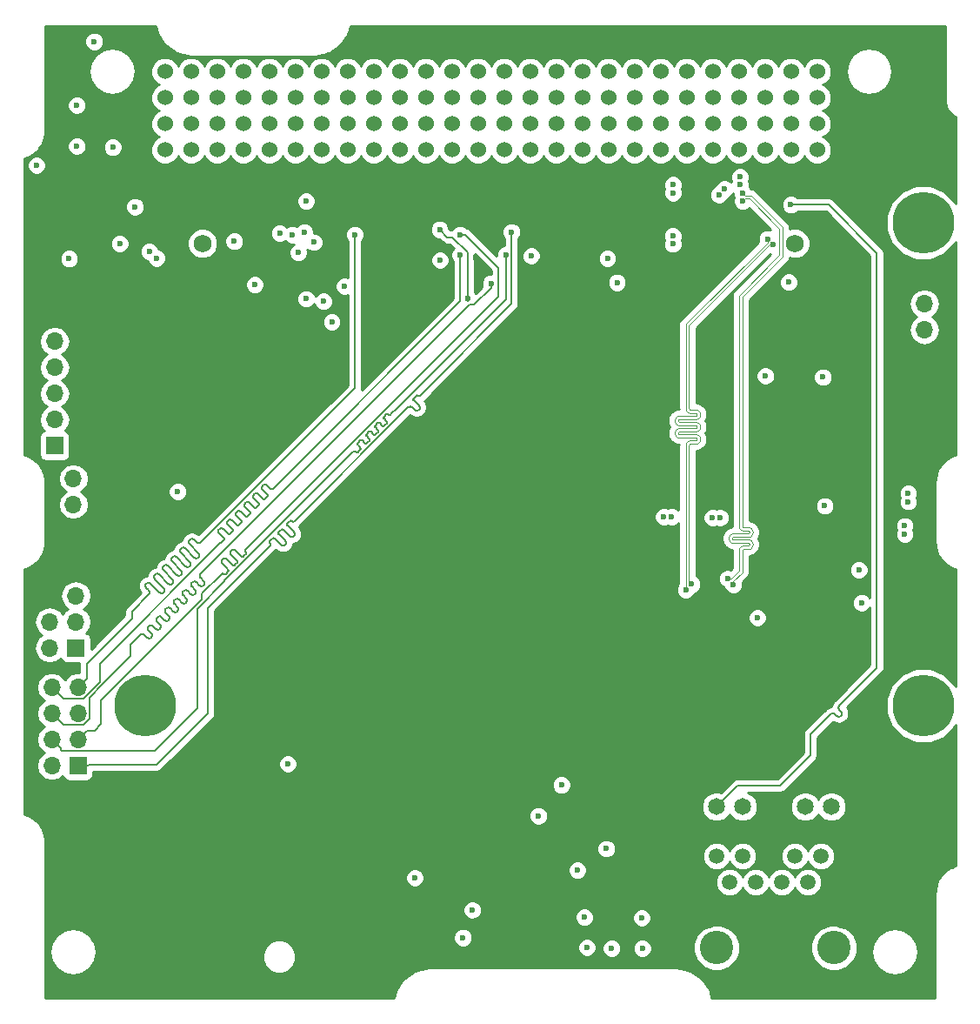
<source format=gbr>
G04 #@! TF.FileFunction,Copper,L2,Inr,Plane*
%FSLAX45Y45*%
G04 Gerber Fmt 4.5, Leading zero omitted, Abs format (unit mm)*
G04 Created by KiCad (PCBNEW 4.0.7) date 02/13/18 13:39:06*
%MOMM*%
%LPD*%
G01*
G04 APERTURE LIST*
%ADD10C,0.100000*%
%ADD11R,1.700000X1.700000*%
%ADD12O,1.700000X1.700000*%
%ADD13C,6.000000*%
%ADD14C,1.752600*%
%ADD15C,1.500000*%
%ADD16C,1.650000*%
%ADD17C,2.500000*%
%ADD18C,3.250000*%
%ADD19C,1.524000*%
%ADD20C,0.600000*%
%ADD21C,0.127000*%
%ADD22C,0.500000*%
%ADD23C,0.125000*%
%ADD24C,0.254000*%
G04 APERTURE END LIST*
D10*
D11*
X8777500Y-9668000D03*
D12*
X8523500Y-9668000D03*
X8777500Y-9414000D03*
X8523500Y-9414000D03*
X8777500Y-9160000D03*
X8523500Y-9160000D03*
X8777500Y-8906000D03*
X8523500Y-8906000D03*
D13*
X17008500Y-4385000D03*
X17008500Y-9085000D03*
D14*
X9989560Y-4585000D03*
X9989560Y-4585000D03*
X15760440Y-4585000D03*
X15760440Y-4585000D03*
D15*
X16139000Y-10804000D03*
X16012000Y-10550000D03*
X15885000Y-10804000D03*
X15758000Y-10550000D03*
X15631000Y-10804000D03*
X15504000Y-10550000D03*
X15377000Y-10804000D03*
X15250000Y-10550000D03*
X15123000Y-10804000D03*
X14996000Y-10550000D03*
D16*
X16114000Y-10067000D03*
X15860000Y-10067000D03*
X15250000Y-10067000D03*
X14996000Y-10067000D03*
D17*
X14894500Y-11134000D03*
D18*
X14996000Y-11439000D03*
X16139000Y-11439000D03*
D17*
X16240500Y-11134000D03*
D19*
X9626000Y-3675500D03*
X9626000Y-3421500D03*
X9880000Y-3675500D03*
X9880000Y-3421500D03*
X10134000Y-3675500D03*
X10134000Y-3421500D03*
X10388000Y-3675500D03*
X10388000Y-3421500D03*
X10642000Y-3675500D03*
X10642000Y-3421500D03*
X10896000Y-3675500D03*
X10896000Y-3421500D03*
X11150000Y-3675500D03*
X11150000Y-3421500D03*
X11404000Y-3675500D03*
X11404000Y-3421500D03*
X11658000Y-3675500D03*
X11658000Y-3421500D03*
X11912000Y-3675500D03*
X11912000Y-3421500D03*
X12166000Y-3675500D03*
X12166000Y-3421500D03*
X12420000Y-3675500D03*
X12420000Y-3421500D03*
X12674000Y-3675500D03*
X12674000Y-3421500D03*
X12928000Y-3675500D03*
X12928000Y-3421500D03*
X13182000Y-3675500D03*
X13182000Y-3421500D03*
X13436000Y-3675500D03*
X13436000Y-3421500D03*
X13690000Y-3675500D03*
X13690000Y-3421500D03*
X13944000Y-3675500D03*
X13944000Y-3421500D03*
X14198000Y-3675500D03*
X14198000Y-3421500D03*
X14452000Y-3675500D03*
X14452000Y-3421500D03*
X14706000Y-3675500D03*
X14706000Y-3421500D03*
X14960000Y-3675500D03*
X14960000Y-3421500D03*
X15214000Y-3675500D03*
X15214000Y-3421500D03*
X15468000Y-3675500D03*
X15468000Y-3421500D03*
X15722000Y-3675500D03*
X15722000Y-3421500D03*
X15976000Y-3675500D03*
X15976000Y-3421500D03*
X9625900Y-3167896D03*
X9625900Y-2913896D03*
X9879900Y-3167896D03*
X9879900Y-2913896D03*
X10133900Y-3167896D03*
X10133900Y-2913896D03*
X10387900Y-3167896D03*
X10387900Y-2913896D03*
X10641900Y-3167896D03*
X10641900Y-2913896D03*
X10895900Y-3167896D03*
X10895900Y-2913896D03*
X11149900Y-3167896D03*
X11149900Y-2913896D03*
X11403900Y-3167896D03*
X11403900Y-2913896D03*
X11657900Y-3167896D03*
X11657900Y-2913896D03*
X11911900Y-3167896D03*
X11911900Y-2913896D03*
X12165900Y-3167896D03*
X12165900Y-2913896D03*
X12419900Y-3167896D03*
X12419900Y-2913896D03*
X12673900Y-3167896D03*
X12673900Y-2913896D03*
X12927900Y-3167896D03*
X12927900Y-2913896D03*
X13181900Y-3167896D03*
X13181900Y-2913896D03*
X13435900Y-3167896D03*
X13435900Y-2913896D03*
X13689900Y-3167896D03*
X13689900Y-2913896D03*
X13943900Y-3167896D03*
X13943900Y-2913896D03*
X14197900Y-3167896D03*
X14197900Y-2913896D03*
X14451900Y-3167896D03*
X14451900Y-2913896D03*
X14705900Y-3167896D03*
X14705900Y-2913896D03*
X14959900Y-3167896D03*
X14959900Y-2913896D03*
X15213900Y-3167896D03*
X15213900Y-2913896D03*
X15467900Y-3167896D03*
X15467900Y-2913896D03*
X15721900Y-3167896D03*
X15721900Y-2913896D03*
X15975900Y-3167896D03*
X15975900Y-2913896D03*
D11*
X8734500Y-7382000D03*
D12*
X8734500Y-7128000D03*
X8734500Y-6874000D03*
D11*
X8551000Y-6554000D03*
D12*
X8551000Y-6300000D03*
X8551000Y-6046000D03*
X8551000Y-5792000D03*
X8551000Y-5538000D03*
X8551000Y-5284000D03*
D11*
X17019500Y-4919000D03*
D12*
X17019500Y-5173000D03*
X17019500Y-5427000D03*
D11*
X8757500Y-8523000D03*
D12*
X8503500Y-8523000D03*
X8757500Y-8269000D03*
X8503500Y-8269000D03*
X8757500Y-8015000D03*
X8503500Y-8015000D03*
D13*
X9432500Y-9085000D03*
D20*
X16032500Y-5887000D03*
X15472500Y-5875000D03*
X16050000Y-7140000D03*
X15395000Y-8230000D03*
X13923000Y-10476000D03*
X16381000Y-7764000D03*
X13708000Y-11143500D03*
X13733000Y-11436000D03*
X13975500Y-11446000D03*
X14273000Y-11446000D03*
X9117500Y-3650000D03*
X12619500Y-11071500D03*
X11374000Y-5001000D03*
X14268000Y-11148500D03*
X14027000Y-4965000D03*
X15699000Y-4964000D03*
X13934000Y-4730500D03*
X12059500Y-10759000D03*
X12527000Y-11341500D03*
X13263000Y-10156000D03*
X13640500Y-10686000D03*
X16863000Y-7018410D03*
X16863000Y-7098410D03*
X14574000Y-4095000D03*
X14570000Y-4511000D03*
X16829000Y-7335000D03*
X14574000Y-4015000D03*
X14570000Y-4591000D03*
X16829000Y-7415000D03*
X16408000Y-8082000D03*
X13000000Y-4475000D03*
X12500000Y-4500000D03*
X12575000Y-5125000D03*
X12300000Y-4450000D03*
X11475000Y-4500000D03*
X11250000Y-5350000D03*
X11000000Y-4175000D03*
X10742288Y-4485501D03*
X9185000Y-4588000D03*
X8937500Y-2620000D03*
X9472000Y-4665000D03*
X8692500Y-4735000D03*
X9545000Y-4728000D03*
X9334000Y-4229000D03*
X13191000Y-4705000D03*
X8375000Y-3825000D03*
X8767500Y-3240000D03*
X12943649Y-4700000D03*
X12800000Y-4975000D03*
X12500000Y-4700000D03*
X12303000Y-4747000D03*
X8767500Y-3640000D03*
X10502000Y-4988000D03*
X10300000Y-4565000D03*
X10822500Y-9652500D03*
X13485500Y-9856000D03*
X8727500Y-7610000D03*
X8577500Y-7810000D03*
X14600500Y-5016000D03*
X15925000Y-4400000D03*
X15925000Y-4500000D03*
X15925000Y-4625000D03*
X15925000Y-4750000D03*
X16025000Y-4750000D03*
X16025000Y-4625000D03*
X16025000Y-4500000D03*
X16025000Y-4400000D03*
X9800000Y-4394500D03*
X9800000Y-4550000D03*
X9800000Y-4675000D03*
X9800000Y-4775000D03*
X9700000Y-4775000D03*
X9700000Y-4675000D03*
X9700000Y-4550000D03*
X9700000Y-4394500D03*
X11118649Y-4725000D03*
X15577500Y-5035000D03*
X16057649Y-9441278D03*
X15112500Y-9432500D03*
X8552500Y-5100000D03*
X10075000Y-11300000D03*
X9957500Y-11000000D03*
X9950000Y-11150000D03*
X9950000Y-11300000D03*
X10200000Y-11300000D03*
X10200000Y-11150000D03*
X10200000Y-11000000D03*
X10072500Y-11000000D03*
X10072500Y-11150000D03*
X11500000Y-11300000D03*
X11285000Y-11300000D03*
X11492500Y-11000000D03*
X11272500Y-11000000D03*
X11272500Y-11150000D03*
X11500000Y-11150000D03*
X11387500Y-11300000D03*
X11380000Y-11000000D03*
X11382500Y-11150000D03*
X15504000Y-10375000D03*
X15092500Y-11110000D03*
X16372500Y-10960000D03*
X16267500Y-10800000D03*
X15557500Y-8090000D03*
X15917500Y-7705000D03*
X15917500Y-7487500D03*
X16337500Y-7510000D03*
X15895000Y-7157500D03*
X16367500Y-7272500D03*
X16360000Y-7182500D03*
X16290000Y-6927500D03*
X15725000Y-6710000D03*
X16345000Y-6165000D03*
X15892500Y-5980000D03*
X10140000Y-4712500D03*
X10650000Y-4732500D03*
X11650000Y-4725000D03*
X12147500Y-4725000D03*
X12650000Y-4722500D03*
X13082500Y-4715000D03*
X13600000Y-4727500D03*
X14102500Y-4702500D03*
X15085000Y-4725000D03*
X10147500Y-4205000D03*
X10645000Y-4192500D03*
X11150000Y-4205000D03*
X11650000Y-4202500D03*
X12150000Y-4190000D03*
X12350000Y-4192500D03*
X12650000Y-4207500D03*
X12800000Y-4202500D03*
X13100000Y-4202500D03*
X13600000Y-4200000D03*
X14100000Y-4200000D03*
X14600000Y-4207500D03*
X14947500Y-4427500D03*
X15685000Y-4340000D03*
X16332500Y-7605000D03*
X16315000Y-6417500D03*
X12979000Y-11281000D03*
X14493000Y-11296000D03*
X15548284Y-4598284D03*
X14753284Y-7901716D03*
X15491716Y-4541716D03*
X14696716Y-7958284D03*
X15720000Y-4209000D03*
X15226000Y-3936000D03*
X14482000Y-7246000D03*
X15226000Y-4014000D03*
X14560000Y-7246000D03*
X15251000Y-4175000D03*
X15104216Y-7849216D03*
X15251000Y-4097000D03*
X15160784Y-7905784D03*
X15019423Y-4111577D03*
X14954000Y-7255000D03*
X15074577Y-4056423D03*
X15032000Y-7255000D03*
X11168649Y-5150000D03*
X11075000Y-4575000D03*
X10981351Y-4475000D03*
X11000000Y-5125000D03*
X10925000Y-4675000D03*
X9750000Y-7000000D03*
X10868649Y-4500299D03*
D21*
X9497500Y-9655500D02*
X9527500Y-9655500D01*
X8875200Y-9668000D02*
X8887700Y-9655500D01*
X9527500Y-9655500D02*
X9546000Y-9655500D01*
X8777500Y-9668000D02*
X8875200Y-9668000D01*
X8887700Y-9655500D02*
X9527500Y-9655500D01*
X10689060Y-7455837D02*
X10692108Y-7458268D01*
X10644691Y-7490332D02*
X10644691Y-7486433D01*
X10776961Y-7373415D02*
X10838646Y-7435100D01*
X10649681Y-7525318D02*
X10652112Y-7522270D01*
X9546000Y-9655500D02*
X10043500Y-9158000D01*
X10800408Y-7514701D02*
X10803323Y-7508648D01*
X10875820Y-7439289D02*
X10881072Y-7435100D01*
X10644691Y-7486433D02*
X10645559Y-7482631D01*
X10043500Y-9158000D02*
X10043500Y-8131500D01*
X10681745Y-7453278D02*
X10685547Y-7454145D01*
X10755385Y-7370984D02*
X10758898Y-7369292D01*
X10855315Y-7284377D02*
X10858827Y-7286069D01*
X12003305Y-6175897D02*
X12009854Y-6174402D01*
X10043500Y-8131500D02*
X10440551Y-7734449D01*
X10440551Y-7734449D02*
X10649681Y-7525318D01*
X10770399Y-7369292D02*
X10773912Y-7370984D01*
X10879939Y-7292623D02*
X10883452Y-7290931D01*
X10685547Y-7454145D02*
X10689060Y-7455837D01*
X10734534Y-7391217D02*
X10752337Y-7373415D01*
X10645559Y-7494133D02*
X10644691Y-7490332D01*
X10647251Y-7479119D02*
X10649681Y-7476070D01*
X10652112Y-7522270D02*
X10653804Y-7518757D01*
X10677846Y-7453278D02*
X10681745Y-7453278D01*
X10732103Y-7412793D02*
X10730412Y-7409280D01*
X12043201Y-6100257D02*
X12043825Y-6097524D01*
X10653804Y-7518757D02*
X10654672Y-7514956D01*
X10762699Y-7368425D02*
X10766598Y-7368425D01*
X10654672Y-7514956D02*
X10654672Y-7511057D01*
X10753793Y-7519953D02*
X10759045Y-7524141D01*
X10654672Y-7511057D02*
X10653804Y-7507256D01*
X12045041Y-6108318D02*
X12043825Y-6105792D01*
X10653804Y-7507256D02*
X10652112Y-7503743D01*
X10652112Y-7503743D02*
X10647251Y-7497646D01*
X10647251Y-7497646D02*
X10645559Y-7494133D01*
X12102279Y-6198985D02*
X12105194Y-6192933D01*
X10758898Y-7369292D02*
X10762699Y-7368425D01*
X10759045Y-7524141D02*
X10765098Y-7527056D01*
X10784915Y-7527056D02*
X10790967Y-7524141D01*
X10645559Y-7482631D02*
X10647251Y-7479119D01*
X10649681Y-7476070D02*
X10667484Y-7458268D01*
X10883452Y-7290931D02*
X10886500Y-7288500D01*
X10670532Y-7455837D02*
X10674045Y-7454145D01*
X10667484Y-7458268D02*
X10670532Y-7455837D01*
X10796219Y-7519953D02*
X10800408Y-7514701D01*
X10674045Y-7454145D02*
X10677846Y-7453278D01*
X10692108Y-7458268D02*
X10753793Y-7519953D01*
X10843898Y-7439289D02*
X10849951Y-7442203D01*
X10765098Y-7527056D02*
X10771647Y-7528551D01*
X10814459Y-7316665D02*
X10815327Y-7312863D01*
X10771647Y-7528551D02*
X10778365Y-7528551D01*
X10815327Y-7312863D02*
X10817018Y-7309351D01*
X10778365Y-7528551D02*
X10784915Y-7527056D01*
X10885261Y-7397926D02*
X10881072Y-7392674D01*
X10790967Y-7524141D02*
X10796219Y-7519953D01*
X10843813Y-7284377D02*
X10847614Y-7283510D01*
X10803323Y-7508648D02*
X10804817Y-7502099D01*
X10729544Y-7405479D02*
X10729544Y-7401580D01*
X10804817Y-7502099D02*
X10804818Y-7495381D01*
X10804818Y-7495381D02*
X10803323Y-7488831D01*
X10803323Y-7488831D02*
X10800408Y-7482779D01*
X10817018Y-7327878D02*
X10815327Y-7324365D01*
X10730412Y-7397779D02*
X10732103Y-7394266D01*
X10849951Y-7442203D02*
X10856500Y-7443698D01*
X10766598Y-7368425D02*
X10770399Y-7369292D01*
X10800408Y-7482779D02*
X10796219Y-7477526D01*
X10889670Y-7410528D02*
X10888176Y-7403978D01*
X10796219Y-7477526D02*
X10734534Y-7415841D01*
X12045041Y-6094998D02*
X12046788Y-6092807D01*
X10856500Y-7443698D02*
X10863218Y-7443698D01*
X10734534Y-7415841D02*
X10732103Y-7412793D01*
X12096665Y-6071670D02*
X12099468Y-6071670D01*
X12106689Y-6186383D02*
X12106689Y-6179666D01*
X10752337Y-7373415D02*
X10755385Y-7370984D01*
X10730412Y-7409280D02*
X10729544Y-7405479D01*
X10773912Y-7370984D02*
X10776961Y-7373415D01*
X10729544Y-7401580D02*
X10730412Y-7397779D01*
X12092838Y-6208426D02*
X12098091Y-6204238D01*
X12023121Y-6175897D02*
X12029174Y-6178811D01*
X10863218Y-7443698D02*
X10869767Y-7442203D01*
X10732103Y-7394266D02*
X10734534Y-7391217D01*
X10868437Y-7292623D02*
X10872238Y-7293490D01*
X10838646Y-7435100D02*
X10843898Y-7439289D01*
X10815327Y-7324365D02*
X10814459Y-7320564D01*
X10819449Y-7306302D02*
X10837252Y-7288500D01*
X10869767Y-7442203D02*
X10875820Y-7439289D01*
X10881072Y-7435100D02*
X10885261Y-7429848D01*
X12105194Y-6192933D02*
X12106689Y-6186383D01*
X10885261Y-7429848D02*
X10888175Y-7423795D01*
X10888175Y-7423795D02*
X10889670Y-7417246D01*
X10889670Y-7417246D02*
X10889670Y-7410528D01*
X12098091Y-6161811D02*
X12046788Y-6110509D01*
X10888176Y-7403978D02*
X10885261Y-7397926D01*
X10881072Y-7392674D02*
X10831699Y-7343301D01*
X10864924Y-7290931D02*
X10868437Y-7292623D01*
X10831699Y-7343301D02*
X10831761Y-7343238D01*
X10831761Y-7343238D02*
X10819449Y-7330926D01*
X10819449Y-7330926D02*
X10817018Y-7327878D01*
X10814459Y-7320564D02*
X10814459Y-7316665D01*
X11992000Y-6183000D02*
X11997252Y-6178811D01*
X12043201Y-6103060D02*
X12043201Y-6100257D01*
X10817018Y-7309351D02*
X10819449Y-7306302D01*
X10837252Y-7288500D02*
X10840300Y-7286069D01*
X10840300Y-7286069D02*
X10843813Y-7284377D01*
X10876138Y-7293490D02*
X10879939Y-7292623D01*
X10847614Y-7283510D02*
X10851513Y-7283510D01*
X10851513Y-7283510D02*
X10855315Y-7284377D01*
X12046788Y-6092807D02*
X12071513Y-6068083D01*
X12066969Y-6211341D02*
X12073518Y-6212836D01*
X10858827Y-7286069D02*
X10864924Y-7290931D01*
X12076229Y-6065119D02*
X12078962Y-6064495D01*
X10872238Y-7293490D02*
X10876138Y-7293490D01*
X10886500Y-7288500D02*
X11992000Y-6183000D01*
X12098091Y-6204238D02*
X12102279Y-6198985D01*
X11997252Y-6178811D02*
X12003305Y-6175897D01*
X12009854Y-6174402D02*
X12016572Y-6174402D01*
X12016572Y-6174402D02*
X12023121Y-6175897D01*
X12029174Y-6178811D02*
X12034426Y-6183000D01*
X12034426Y-6183000D02*
X12055664Y-6204238D01*
X12055664Y-6204238D02*
X12060916Y-6208426D01*
X12060916Y-6208426D02*
X12066969Y-6211341D01*
X12073518Y-6212836D02*
X12080236Y-6212836D01*
X12080236Y-6212836D02*
X12086786Y-6211341D01*
X12086786Y-6211341D02*
X12092838Y-6208426D01*
X12106689Y-6179666D02*
X12105194Y-6173116D01*
X12105194Y-6173116D02*
X12102279Y-6167064D01*
X12071513Y-6068083D02*
X12073704Y-6066335D01*
X13000000Y-5175000D02*
X13000000Y-4475000D01*
X12102279Y-6167064D02*
X12098091Y-6161811D01*
X12046788Y-6110509D02*
X12045041Y-6108318D01*
X12043825Y-6105792D02*
X12043201Y-6103060D01*
X12043825Y-6097524D02*
X12045041Y-6094998D01*
X12073704Y-6066335D02*
X12076229Y-6065119D01*
X12078962Y-6064495D02*
X12081765Y-6064495D01*
X12081765Y-6064495D02*
X12084498Y-6065119D01*
X12084498Y-6065119D02*
X12087023Y-6066335D01*
X12087023Y-6066335D02*
X12091406Y-6069831D01*
X12091406Y-6069831D02*
X12093932Y-6071047D01*
X12093932Y-6071047D02*
X12096665Y-6071670D01*
X12099468Y-6071670D02*
X12102200Y-6071047D01*
X12102200Y-6071047D02*
X12104726Y-6069831D01*
X12104726Y-6069831D02*
X12106917Y-6068083D01*
X12106917Y-6068083D02*
X12190504Y-5984496D01*
X12190504Y-5984496D02*
X13000000Y-5175000D01*
X9497500Y-9655500D02*
X9506000Y-9655500D01*
X9987500Y-8047002D02*
X9987500Y-7989000D01*
X9987500Y-7989000D02*
X10175000Y-7801500D01*
X9004500Y-9264000D02*
X9004500Y-9030002D01*
X9004500Y-9030002D02*
X9987500Y-8047002D01*
X8939500Y-9329000D02*
X9004500Y-9264000D01*
X8777500Y-9414000D02*
X8862500Y-9329000D01*
X8862500Y-9329000D02*
X8939500Y-9329000D01*
X10190831Y-7797887D02*
X10193910Y-7799369D01*
X10202333Y-7805113D02*
X10205664Y-7805874D01*
X10205664Y-7805874D02*
X10209082Y-7805874D01*
X10175000Y-7801500D02*
X10177672Y-7799369D01*
X10268323Y-7615516D02*
X10264134Y-7610264D01*
X10177672Y-7799369D02*
X10180751Y-7797887D01*
X10209082Y-7805874D02*
X10212413Y-7805113D01*
X10180751Y-7797887D02*
X10184082Y-7797126D01*
X10413910Y-7593535D02*
X10412428Y-7590457D01*
X10301928Y-7717195D02*
X10304600Y-7715064D01*
X10241139Y-7761745D02*
X10239008Y-7759073D01*
X10261219Y-7584394D02*
X10264134Y-7578342D01*
X10201324Y-7649344D02*
X10208042Y-7649344D01*
X10184082Y-7797126D02*
X10187500Y-7797126D01*
X10728882Y-7247618D02*
X12875000Y-5101500D01*
X10228217Y-7748282D02*
X10229801Y-7746699D01*
X10187500Y-7797126D02*
X10190831Y-7797887D01*
X10243382Y-7771573D02*
X10243382Y-7768156D01*
X10193910Y-7799369D02*
X10199254Y-7803631D01*
X10229801Y-7746699D02*
X10183470Y-7700369D01*
X10327575Y-7675309D02*
X10325444Y-7672637D01*
X10199254Y-7803631D02*
X10202333Y-7805113D01*
X10292100Y-7719438D02*
X10295518Y-7719438D01*
X10212413Y-7805113D02*
X10215492Y-7803631D01*
X10239008Y-7780656D02*
X10241139Y-7777984D01*
X10310749Y-7573090D02*
X10367871Y-7630211D01*
X10405923Y-7578702D02*
X10405923Y-7575285D01*
X10215492Y-7803631D02*
X10218164Y-7801500D01*
X10329818Y-7685137D02*
X10329818Y-7681720D01*
X10285690Y-7717195D02*
X10288769Y-7718677D01*
X10242622Y-7764824D02*
X10241139Y-7761745D01*
X10383702Y-7633825D02*
X10386781Y-7632342D01*
X10218164Y-7801500D02*
X10239008Y-7780656D01*
X10298849Y-7718677D02*
X10301928Y-7717195D01*
X10241139Y-7777984D02*
X10242622Y-7774905D01*
X10304600Y-7715064D02*
X10325444Y-7694220D01*
X10242622Y-7774905D02*
X10243382Y-7771573D01*
X10174872Y-7675796D02*
X10176367Y-7669247D01*
X10243382Y-7768156D02*
X10242622Y-7764824D01*
X10239008Y-7759073D02*
X10228217Y-7748282D01*
X10183470Y-7657942D02*
X10188722Y-7653754D01*
X10208042Y-7649344D02*
X10214592Y-7650839D01*
X10183470Y-7700369D02*
X10179282Y-7695116D01*
X10179282Y-7695116D02*
X10176367Y-7689064D01*
X10176367Y-7689064D02*
X10174872Y-7682514D01*
X10273575Y-7568901D02*
X10279628Y-7565986D01*
X10174872Y-7682514D02*
X10174872Y-7675796D01*
X10283018Y-7715064D02*
X10285690Y-7717195D01*
X10176367Y-7669247D02*
X10179281Y-7663194D01*
X10220644Y-7653754D02*
X10225896Y-7657942D01*
X10179281Y-7663194D02*
X10183470Y-7657942D01*
X10286177Y-7564491D02*
X10292895Y-7564491D01*
X10188722Y-7653754D02*
X10194775Y-7650839D01*
X10405923Y-7575285D02*
X10406684Y-7571953D01*
X10194775Y-7650839D02*
X10201324Y-7649344D01*
X10214592Y-7650839D02*
X10220644Y-7653754D01*
X10414671Y-7596867D02*
X10413910Y-7593535D01*
X10225896Y-7657942D02*
X10283018Y-7715064D01*
X10288769Y-7718677D02*
X10292100Y-7719438D01*
X10295518Y-7719438D02*
X10298849Y-7718677D01*
X10325444Y-7694220D02*
X10327575Y-7691548D01*
X10327575Y-7691548D02*
X10329058Y-7688469D01*
X10329058Y-7688469D02*
X10329818Y-7685137D01*
X10373621Y-7633825D02*
X10376953Y-7634585D01*
X10259725Y-7590944D02*
X10261219Y-7584394D01*
X10292895Y-7564491D02*
X10299444Y-7565986D01*
X10380370Y-7634585D02*
X10383702Y-7633825D01*
X10329818Y-7681720D02*
X10329058Y-7678388D01*
X10264134Y-7578342D02*
X10268323Y-7573089D01*
X10329058Y-7678388D02*
X10327575Y-7675309D01*
X10325444Y-7672637D02*
X10268323Y-7615516D01*
X10264134Y-7610264D02*
X10261219Y-7604211D01*
X10261219Y-7604211D02*
X10259724Y-7597662D01*
X10370542Y-7632342D02*
X10373621Y-7633825D01*
X10259724Y-7597662D02*
X10259725Y-7590944D01*
X10268323Y-7573089D02*
X10273575Y-7568901D01*
X10279628Y-7565986D02*
X10286177Y-7564491D01*
X10299444Y-7565986D02*
X10305497Y-7568901D01*
X10305497Y-7568901D02*
X10310749Y-7573090D01*
X10367871Y-7630211D02*
X10370542Y-7632342D01*
X12875000Y-4825000D02*
X12550000Y-4500000D01*
X10376953Y-7634585D02*
X10380370Y-7634585D01*
X10386781Y-7632342D02*
X10389453Y-7630211D01*
X10389453Y-7630211D02*
X10410297Y-7609367D01*
X10413910Y-7603616D02*
X10414671Y-7600284D01*
X10410297Y-7609367D02*
X10412428Y-7606695D01*
X10412428Y-7606695D02*
X10413910Y-7603616D01*
X10414671Y-7600284D02*
X10414671Y-7596867D01*
X10412428Y-7590457D02*
X10408166Y-7585113D01*
X10408166Y-7585113D02*
X10406684Y-7582034D01*
X10406684Y-7582034D02*
X10405923Y-7578702D01*
X10406684Y-7571953D02*
X10408166Y-7568874D01*
X10408166Y-7568874D02*
X10410297Y-7566203D01*
X10410297Y-7566203D02*
X10728882Y-7247618D01*
X12875000Y-5101500D02*
X12875000Y-4825000D01*
X12550000Y-4500000D02*
X12500000Y-4500000D01*
X12425000Y-4525000D02*
X12375000Y-4525000D01*
X12375000Y-4525000D02*
X12300000Y-4450000D01*
X12575000Y-4675000D02*
X12425000Y-4525000D01*
X12575000Y-5147500D02*
X12575000Y-4675000D01*
X9302500Y-8235000D02*
X9302500Y-8166000D01*
X9603347Y-7748987D02*
X9603347Y-7742269D01*
X9465883Y-8002617D02*
X9470072Y-7997364D01*
X9484666Y-7894120D02*
X9570844Y-7980299D01*
X8777500Y-8906000D02*
X8862500Y-8821000D01*
X9519989Y-7820572D02*
X9522904Y-7814520D01*
X9872018Y-7720488D02*
X9874932Y-7714435D01*
X9544947Y-7800669D02*
X9551664Y-7800669D01*
X9963695Y-7500603D02*
X9969748Y-7497688D01*
X9655697Y-7895446D02*
X9660950Y-7899634D01*
X8862500Y-8821000D02*
X8862500Y-8675000D01*
X11475000Y-5993500D02*
X11475000Y-4500000D01*
X9790080Y-7799288D02*
X9791574Y-7792739D01*
X9465883Y-7960190D02*
X9442239Y-7936547D01*
X9740550Y-7810593D02*
X9745802Y-7814782D01*
X9613271Y-7980299D02*
X9617459Y-7975046D01*
X8862500Y-8675000D02*
X9302500Y-8235000D01*
X9721370Y-7630964D02*
X9727919Y-7632458D01*
X9706722Y-7877592D02*
X9706722Y-7870874D01*
X9782976Y-7810593D02*
X9787165Y-7805341D01*
X9527092Y-7809267D02*
X9532344Y-7805079D01*
X9472986Y-7971495D02*
X9470072Y-7965442D01*
X9867829Y-7725740D02*
X9872018Y-7720488D01*
X9604842Y-7735719D02*
X9607756Y-7729667D01*
X9582149Y-7987402D02*
X9588699Y-7988897D01*
X9302500Y-8166000D02*
X9465883Y-8002617D01*
X9791574Y-7792739D02*
X9791575Y-7786021D01*
X9470072Y-7997364D02*
X9472986Y-7991312D01*
X9472986Y-7991312D02*
X9474481Y-7984762D01*
X9435136Y-7925242D02*
X9433641Y-7918692D01*
X9466812Y-7885522D02*
X9473361Y-7887017D01*
X9474481Y-7984762D02*
X9474481Y-7978045D01*
X9470072Y-7965442D02*
X9465883Y-7960190D01*
X9474481Y-7978045D02*
X9472986Y-7971495D01*
X9601966Y-7987402D02*
X9608019Y-7984487D01*
X9956870Y-7635635D02*
X9959785Y-7629583D01*
X9673552Y-7904044D02*
X9680269Y-7904044D01*
X9774547Y-7566014D02*
X9777462Y-7559961D01*
X9442239Y-7936547D02*
X9438051Y-7931294D01*
X9636517Y-7715816D02*
X9643067Y-7717311D01*
X9689695Y-7650867D02*
X9692609Y-7644814D01*
X9479414Y-7889932D02*
X9484666Y-7894120D01*
X9877808Y-7462753D02*
X9884358Y-7461258D01*
X9692609Y-7644814D02*
X9696798Y-7639562D01*
X9438051Y-7931294D02*
X9435136Y-7925242D01*
X9787165Y-7773419D02*
X9782976Y-7768167D01*
X9433641Y-7918692D02*
X9433641Y-7911974D01*
X9518494Y-7827122D02*
X9519989Y-7820572D01*
X9433641Y-7911974D02*
X9435136Y-7905425D01*
X9435136Y-7905425D02*
X9438051Y-7899372D01*
X9961280Y-7616315D02*
X9959785Y-7609766D01*
X9874932Y-7714435D02*
X9876427Y-7707886D01*
X9569519Y-7809267D02*
X9655697Y-7895446D01*
X9903678Y-7465668D02*
X9908930Y-7469856D01*
X9705227Y-7864324D02*
X9702312Y-7858272D01*
X9438051Y-7899372D02*
X9442239Y-7894120D01*
X9442239Y-7894120D02*
X9447492Y-7889932D01*
X9447492Y-7889932D02*
X9453544Y-7887017D01*
X9621869Y-7955726D02*
X9620374Y-7949177D01*
X9576097Y-7984487D02*
X9582149Y-7987402D01*
X9866503Y-7469856D02*
X9871756Y-7465668D01*
X9617459Y-7975046D02*
X9620374Y-7968994D01*
X9874933Y-7694619D02*
X9872018Y-7688566D01*
X9773052Y-7579281D02*
X9773052Y-7572563D01*
X9696798Y-7681988D02*
X9692609Y-7676736D01*
X9733972Y-7635373D02*
X9739224Y-7639562D01*
X9453544Y-7887017D02*
X9460094Y-7885522D01*
X9781651Y-7554709D02*
X9786903Y-7550520D01*
X9460094Y-7885522D02*
X9466812Y-7885522D01*
X9745802Y-7814782D02*
X9751855Y-7817696D01*
X9884358Y-7461258D02*
X9891075Y-7461258D01*
X9558214Y-7802164D02*
X9564266Y-7805079D01*
X9473361Y-7887017D02*
X9479414Y-7889932D01*
X9522904Y-7814520D02*
X9527092Y-7809267D01*
X9859400Y-7500978D02*
X9857905Y-7494428D01*
X9950428Y-7502098D02*
X9957146Y-7502098D01*
X9522904Y-7846441D02*
X9519989Y-7840389D01*
X9643067Y-7717311D02*
X9649119Y-7720226D01*
X9570844Y-7980299D02*
X9576097Y-7984487D01*
X9686819Y-7902549D02*
X9692871Y-7899634D01*
X9956871Y-7603713D02*
X9952682Y-7598461D01*
X9588699Y-7988897D02*
X9595417Y-7988897D01*
X9595417Y-7988897D02*
X9601966Y-7987402D01*
X9608019Y-7984487D02*
X9613271Y-7980299D01*
X9620374Y-7968994D02*
X9621869Y-7962444D01*
X9876427Y-7701168D02*
X9874933Y-7694619D01*
X9621869Y-7962444D02*
X9621869Y-7955726D01*
X9727919Y-7632458D02*
X9733972Y-7635373D01*
X9792955Y-7547606D02*
X9799505Y-7546111D01*
X9620374Y-7949177D02*
X9617459Y-7943124D01*
X9799505Y-7546111D02*
X9806223Y-7546111D01*
X9617459Y-7943124D02*
X9613271Y-7937872D01*
X9564266Y-7805079D02*
X9569519Y-7809267D01*
X9613271Y-7937872D02*
X9527092Y-7851694D01*
X9629799Y-7715816D02*
X9636517Y-7715816D01*
X9527092Y-7851694D02*
X9522904Y-7846441D01*
X9891075Y-7461258D02*
X9897625Y-7462753D01*
X9519989Y-7840389D02*
X9518494Y-7833839D01*
X9518494Y-7833839D02*
X9518494Y-7827122D01*
X9698124Y-7895446D02*
X9702312Y-7890194D01*
X9532344Y-7805079D02*
X9538397Y-7802164D01*
X9806223Y-7546111D02*
X9812772Y-7547606D01*
X9818825Y-7550520D02*
X9824077Y-7554709D01*
X9856524Y-7732843D02*
X9862577Y-7729929D01*
X9538397Y-7802164D02*
X9544947Y-7800669D01*
X9551664Y-7800669D02*
X9558214Y-7802164D01*
X9947430Y-7645076D02*
X9952682Y-7640887D01*
X9660950Y-7899634D02*
X9667002Y-7902549D01*
X9667002Y-7902549D02*
X9673552Y-7904044D01*
X9680269Y-7904044D02*
X9686819Y-7902549D01*
X9702312Y-7858272D02*
X9698124Y-7853019D01*
X9607756Y-7729667D02*
X9611945Y-7724415D01*
X9692871Y-7899634D02*
X9698124Y-7895446D01*
X9702312Y-7890194D02*
X9705227Y-7884141D01*
X9952682Y-7640887D02*
X9956870Y-7635635D01*
X9604842Y-7755536D02*
X9603347Y-7748987D01*
X9698124Y-7853019D02*
X9611945Y-7766841D01*
X9705227Y-7884141D02*
X9706722Y-7877592D01*
X9706722Y-7870874D02*
X9705227Y-7864324D01*
X9611945Y-7766841D02*
X9607756Y-7761589D01*
X9849975Y-7734338D02*
X9856524Y-7732843D01*
X9607756Y-7761589D02*
X9604842Y-7755536D01*
X9790080Y-7779471D02*
X9787165Y-7773419D01*
X9603347Y-7742269D02*
X9604842Y-7735719D01*
X9765122Y-7819191D02*
X9771672Y-7817696D01*
X9843257Y-7734338D02*
X9849975Y-7734338D01*
X9611945Y-7724415D02*
X9617197Y-7720226D01*
X9617197Y-7720226D02*
X9623250Y-7717311D01*
X9623250Y-7717311D02*
X9629799Y-7715816D01*
X9654371Y-7724415D02*
X9740550Y-7810593D01*
X9787165Y-7805341D02*
X9790080Y-7799288D01*
X9649119Y-7720226D02*
X9654371Y-7724415D01*
X9872018Y-7688566D02*
X9867829Y-7683314D01*
X9836708Y-7732844D02*
X9843257Y-7734338D01*
X9751855Y-7817696D02*
X9758404Y-7819191D01*
X9758404Y-7819191D02*
X9765122Y-7819191D01*
X9771672Y-7817696D02*
X9777724Y-7814782D01*
X9692609Y-7676736D02*
X9689695Y-7670683D01*
X9777724Y-7814782D02*
X9782976Y-7810593D01*
X9791575Y-7786021D02*
X9790080Y-7779471D01*
X9782976Y-7768167D02*
X9696798Y-7681988D01*
X9862315Y-7475108D02*
X9866503Y-7469856D01*
X9689695Y-7670683D02*
X9688200Y-7664134D01*
X9688200Y-7664134D02*
X9688200Y-7657416D01*
X9688200Y-7657416D02*
X9689695Y-7650867D01*
X9696798Y-7639562D02*
X9702050Y-7635373D01*
X9702050Y-7635373D02*
X9708103Y-7632458D01*
X9915508Y-7645076D02*
X9921560Y-7647991D01*
X9708103Y-7632458D02*
X9714652Y-7630964D01*
X9867829Y-7683314D02*
X9781651Y-7597135D01*
X9714652Y-7630964D02*
X9721370Y-7630964D01*
X9739224Y-7639562D02*
X9825403Y-7725740D01*
X9825403Y-7725740D02*
X9830655Y-7729929D01*
X9830655Y-7729929D02*
X9836708Y-7732844D01*
X9862577Y-7729929D02*
X9867829Y-7725740D01*
X9876427Y-7707886D02*
X9876427Y-7701168D01*
X9957146Y-7502098D02*
X9963695Y-7500603D01*
X9781651Y-7597135D02*
X9777462Y-7591883D01*
X9777462Y-7591883D02*
X9774547Y-7585830D01*
X9774547Y-7585830D02*
X9773052Y-7579281D01*
X9773052Y-7572563D02*
X9774547Y-7566014D01*
X9777462Y-7559961D02*
X9781651Y-7554709D01*
X9786903Y-7550520D02*
X9792955Y-7547606D01*
X9959785Y-7609766D02*
X9956871Y-7603713D01*
X9812772Y-7547606D02*
X9818825Y-7550520D01*
X9910256Y-7640887D02*
X9915508Y-7645076D01*
X9824077Y-7554709D02*
X9910256Y-7640887D01*
X9921560Y-7647991D02*
X9928110Y-7649486D01*
X9928110Y-7649486D02*
X9934828Y-7649486D01*
X9934828Y-7649486D02*
X9941377Y-7647991D01*
X9941377Y-7647991D02*
X9947430Y-7645076D01*
X9959785Y-7629583D02*
X9961280Y-7623033D01*
X9961280Y-7623033D02*
X9961280Y-7616315D01*
X9857905Y-7494428D02*
X9857905Y-7487710D01*
X9952682Y-7598461D02*
X9866503Y-7512283D01*
X9866503Y-7512283D02*
X9862315Y-7507030D01*
X9862315Y-7507030D02*
X9859400Y-7500978D01*
X9857905Y-7487710D02*
X9859400Y-7481161D01*
X9859400Y-7481161D02*
X9862315Y-7475108D01*
X9871756Y-7465668D02*
X9877808Y-7462753D01*
X9897625Y-7462753D02*
X9903678Y-7465668D01*
X9908930Y-7469856D02*
X9932574Y-7493500D01*
X9932574Y-7493500D02*
X9937826Y-7497688D01*
X9937826Y-7497688D02*
X9943878Y-7500603D01*
X9943878Y-7500603D02*
X9950428Y-7502098D01*
X9969748Y-7497688D02*
X9975000Y-7493500D01*
X9975000Y-7493500D02*
X11475000Y-5993500D01*
X8523500Y-9414000D02*
X8608500Y-9499000D01*
X11470682Y-6609337D02*
X11474325Y-6609337D01*
X11745566Y-6362423D02*
X11749118Y-6363234D01*
X8608500Y-9499000D02*
X8608500Y-9516000D01*
X8608500Y-9516000D02*
X8617850Y-9525350D01*
X11504166Y-6616271D02*
X11507014Y-6614000D01*
X11754192Y-6283455D02*
X11754192Y-6279812D01*
X11474325Y-6609337D02*
X11477877Y-6610148D01*
X11499634Y-6534371D02*
X11500445Y-6530819D01*
X11754192Y-6279812D02*
X11755003Y-6276261D01*
X11701672Y-6410680D02*
X11700862Y-6407128D01*
X11530286Y-6577704D02*
X11528705Y-6574422D01*
X11514930Y-6560070D02*
X11515801Y-6559199D01*
X11791599Y-6246049D02*
X11795151Y-6246859D01*
X11696270Y-6333293D02*
X11699552Y-6331712D01*
X8617850Y-9525350D02*
X9527150Y-9525350D01*
X9527150Y-9525350D02*
X9939500Y-9113000D01*
X11575861Y-6532129D02*
X11579413Y-6532939D01*
X9939500Y-9113000D02*
X9939500Y-8141248D01*
X11784134Y-6336304D02*
X11785714Y-6333022D01*
X11533398Y-6500607D02*
X11537041Y-6500607D01*
X11463848Y-6611729D02*
X11467130Y-6610148D01*
X11486855Y-6616271D02*
X11490138Y-6617852D01*
X11481159Y-6611729D02*
X11486855Y-6616271D01*
X9939500Y-8141248D02*
X10207701Y-7873047D01*
X11500445Y-6530819D02*
X11502026Y-6527537D01*
X10207701Y-7873047D02*
X10207701Y-7867299D01*
X11523716Y-6505269D02*
X11526564Y-6502998D01*
X11586607Y-6532129D02*
X11589890Y-6530548D01*
X11614699Y-6416565D02*
X11618251Y-6415754D01*
X10207701Y-7867299D02*
X11461000Y-6614000D01*
X11608569Y-6420417D02*
X11611417Y-6418145D01*
X11500884Y-6617852D02*
X11504166Y-6616271D01*
X11572579Y-6530548D02*
X11575861Y-6532129D01*
X11526433Y-6571573D02*
X11514930Y-6560070D01*
X11477877Y-6610148D02*
X11481159Y-6611729D01*
X11461000Y-6614000D02*
X11463848Y-6611729D01*
X11616820Y-6495532D02*
X11616009Y-6491981D01*
X11467130Y-6610148D02*
X11470682Y-6609337D01*
X11490138Y-6617852D02*
X11493689Y-6618663D01*
X11543875Y-6502998D02*
X11546723Y-6505269D01*
X11670150Y-6371860D02*
X11669340Y-6368308D01*
X11493689Y-6618663D02*
X11497332Y-6618663D01*
X11528705Y-6591733D02*
X11530286Y-6588450D01*
X11616009Y-6491981D02*
X11614428Y-6488698D01*
X11674742Y-6445695D02*
X11677591Y-6443424D01*
X11497332Y-6618663D02*
X11500884Y-6617852D01*
X11660714Y-6447276D02*
X11664265Y-6448087D01*
X11507014Y-6614000D02*
X11526434Y-6594581D01*
X11674002Y-6377990D02*
X11671731Y-6375142D01*
X11526434Y-6594581D02*
X11528705Y-6591733D01*
X11530286Y-6588450D02*
X11531096Y-6584899D01*
X11756584Y-6272979D02*
X11758855Y-6270130D01*
X11885782Y-6189218D02*
X12943649Y-5131351D01*
X11502026Y-6544847D02*
X11500445Y-6541565D01*
X11586878Y-6442684D02*
X11589150Y-6439836D01*
X11529846Y-6501417D02*
X11533398Y-6500607D01*
X11699552Y-6331712D02*
X11703104Y-6330901D01*
X11699281Y-6421157D02*
X11700862Y-6417874D01*
X11531096Y-6584899D02*
X11531096Y-6581256D01*
X11569731Y-6528277D02*
X11572579Y-6530548D01*
X11614428Y-6506009D02*
X11616009Y-6502727D01*
X11526564Y-6502998D02*
X11529846Y-6501417D01*
X11755003Y-6276261D02*
X11756584Y-6272979D01*
X11531096Y-6581256D02*
X11530286Y-6577704D01*
X11528705Y-6574422D02*
X11526433Y-6571573D01*
X11515801Y-6559199D02*
X11504297Y-6547696D01*
X11504297Y-6547696D02*
X11502026Y-6544847D01*
X11584487Y-6453161D02*
X11584487Y-6449518D01*
X11540593Y-6501417D02*
X11543875Y-6502998D01*
X11631576Y-6420417D02*
X11654583Y-6443424D01*
X11628728Y-6418145D02*
X11631576Y-6420417D01*
X11500445Y-6541565D02*
X11499634Y-6538014D01*
X11821441Y-6252983D02*
X11824289Y-6250711D01*
X11499634Y-6538014D02*
X11499634Y-6534371D01*
X11502026Y-6527537D02*
X11504297Y-6524688D01*
X11546723Y-6505269D02*
X11569731Y-6528277D01*
X11504297Y-6524688D02*
X11523716Y-6505269D01*
X11537041Y-6500607D02*
X11540593Y-6501417D01*
X11612157Y-6485850D02*
X11589150Y-6462843D01*
X11579413Y-6532939D02*
X11583056Y-6532939D01*
X11583056Y-6532939D02*
X11586607Y-6532129D01*
X11786525Y-6329470D02*
X11786525Y-6325827D01*
X11589890Y-6530548D02*
X11592738Y-6528277D01*
X11592738Y-6528277D02*
X11612157Y-6508857D01*
X11612157Y-6508857D02*
X11614428Y-6506009D01*
X11616009Y-6502727D02*
X11616820Y-6499175D01*
X11669340Y-6368308D02*
X11669340Y-6364665D01*
X11616820Y-6499175D02*
X11616820Y-6495532D01*
X11614428Y-6488698D02*
X11612157Y-6485850D01*
X11814607Y-6255374D02*
X11818158Y-6254563D01*
X11589150Y-6462843D02*
X11586878Y-6459995D01*
X11589150Y-6439836D02*
X11608569Y-6420417D01*
X11586878Y-6459995D02*
X11585298Y-6456712D01*
X11585298Y-6456712D02*
X11584487Y-6453161D01*
X11584487Y-6449518D02*
X11585298Y-6445966D01*
X11701672Y-6414323D02*
X11701672Y-6410680D01*
X11585298Y-6445966D02*
X11586878Y-6442684D01*
X11677591Y-6443424D02*
X11697010Y-6424005D01*
X11611417Y-6418145D02*
X11614699Y-6416565D01*
X11706747Y-6330901D02*
X11710298Y-6331712D01*
X11667908Y-6448087D02*
X11671460Y-6447276D01*
X11664265Y-6448087D02*
X11667908Y-6448087D01*
X11618251Y-6415754D02*
X11621894Y-6415754D01*
X11699281Y-6403846D02*
X11697010Y-6400997D01*
X11621894Y-6415754D02*
X11625446Y-6416565D01*
X11625446Y-6416565D02*
X11628728Y-6418145D01*
X11654583Y-6443424D02*
X11657432Y-6445695D01*
X11670150Y-6361113D02*
X11671731Y-6357831D01*
X11700862Y-6407128D02*
X11699281Y-6403846D01*
X11657432Y-6445695D02*
X11660714Y-6447276D01*
X11671460Y-6447276D02*
X11674742Y-6445695D01*
X11756313Y-6362423D02*
X11759595Y-6360843D01*
X11739436Y-6358571D02*
X11742284Y-6360843D01*
X11697010Y-6424005D02*
X11699281Y-6421157D01*
X11700862Y-6417874D02*
X11701672Y-6414323D01*
X11697010Y-6400997D02*
X11674002Y-6377990D01*
X11756584Y-6290289D02*
X11755003Y-6287007D01*
X11671731Y-6375142D02*
X11670150Y-6371860D01*
X11669340Y-6364665D02*
X11670150Y-6361113D01*
X11671731Y-6357831D02*
X11674002Y-6354983D01*
X11674002Y-6354983D02*
X11693421Y-6335564D01*
X12943649Y-5131351D02*
X12943649Y-4700000D01*
X11693421Y-6335564D02*
X11696270Y-6333293D01*
X11759595Y-6360843D02*
X11762443Y-6358571D01*
X11703104Y-6330901D02*
X11706747Y-6330901D01*
X11710298Y-6331712D02*
X11713580Y-6333293D01*
X11713580Y-6333293D02*
X11716429Y-6335564D01*
X11716429Y-6335564D02*
X11739436Y-6358571D01*
X11742284Y-6360843D02*
X11745566Y-6362423D01*
X11778274Y-6250711D02*
X11781122Y-6248440D01*
X11749118Y-6363234D02*
X11752761Y-6363234D01*
X11752761Y-6363234D02*
X11756313Y-6362423D01*
X11762443Y-6358571D02*
X11781862Y-6339152D01*
X11795151Y-6246859D02*
X11798433Y-6248440D01*
X11781862Y-6339152D02*
X11784134Y-6336304D01*
X11785714Y-6333022D02*
X11786525Y-6329470D01*
X11786525Y-6325827D02*
X11785714Y-6322275D01*
X11785714Y-6322275D02*
X11784134Y-6318993D01*
X11784134Y-6318993D02*
X11781862Y-6316145D01*
X11781862Y-6316145D02*
X11758855Y-6293137D01*
X11758855Y-6293137D02*
X11756584Y-6290289D01*
X11787956Y-6246049D02*
X11791599Y-6246049D01*
X11755003Y-6287007D02*
X11754192Y-6283455D01*
X11758855Y-6270130D02*
X11778274Y-6250711D01*
X11781122Y-6248440D02*
X11784405Y-6246859D01*
X11784405Y-6246859D02*
X11787956Y-6246049D01*
X11798433Y-6248440D02*
X11804130Y-6252983D01*
X11804130Y-6252983D02*
X11807412Y-6254563D01*
X11807412Y-6254563D02*
X11810964Y-6255374D01*
X11810964Y-6255374D02*
X11814607Y-6255374D01*
X11818158Y-6254563D02*
X11821441Y-6252983D01*
X11824289Y-6250711D02*
X11885782Y-6189218D01*
X9916391Y-7995949D02*
X9920579Y-7990697D01*
X9895400Y-7880664D02*
X9901452Y-7877750D01*
X12593650Y-5181350D02*
X12636076Y-5181350D01*
X9970812Y-7805252D02*
X9975000Y-7800000D01*
X9670431Y-8232653D02*
X9670431Y-8225935D01*
X9720442Y-8054558D02*
X9725694Y-8050370D01*
X9805295Y-7969705D02*
X9810547Y-7965517D01*
X9970812Y-7837174D02*
X9967897Y-7831122D01*
X9640842Y-8135222D02*
X9646894Y-8132308D01*
X9983389Y-7919694D02*
X9989939Y-7918200D01*
X9753789Y-8134533D02*
X9750874Y-8128480D01*
X9975000Y-7842426D02*
X9970812Y-7837174D01*
X9798192Y-7981010D02*
X9801106Y-7974958D01*
X9661833Y-8250507D02*
X9666021Y-8245255D01*
X9921269Y-7877750D02*
X9927322Y-7880664D01*
X9881549Y-7909425D02*
X9881549Y-7902707D01*
X10001244Y-7868670D02*
X9975000Y-7842426D01*
X9890147Y-7927279D02*
X9885959Y-7922027D01*
X12800000Y-5017426D02*
X12800000Y-4975000D01*
X9800417Y-8087905D02*
X9806966Y-8089400D01*
X9542139Y-8248836D02*
X9542138Y-8242118D01*
X9810547Y-7965517D02*
X9816600Y-7962602D01*
X9835727Y-8075549D02*
X9838642Y-8069497D01*
X10008347Y-7879975D02*
X10005432Y-7873922D01*
X9885959Y-7890105D02*
X9890147Y-7884853D01*
X10009842Y-7893242D02*
X10009842Y-7886524D01*
X9581169Y-8298186D02*
X9576980Y-8292933D01*
X9989939Y-7918200D02*
X9995991Y-7915285D01*
X9881549Y-7902707D02*
X9883044Y-7896157D01*
X9542138Y-8242118D02*
X9543633Y-8235568D01*
X9593163Y-8224264D02*
X9619406Y-8250507D01*
X9920579Y-7958775D02*
X9916391Y-7953523D01*
X9801106Y-8006879D02*
X9798191Y-8000827D01*
X10008347Y-7899791D02*
X10009842Y-7893242D01*
X9816600Y-7962602D02*
X9823149Y-7961107D01*
X9794364Y-8084990D02*
X9800417Y-8087905D01*
X9995991Y-7915285D02*
X10001244Y-7911096D01*
X9660161Y-8130813D02*
X9666711Y-8132308D01*
X9741433Y-8169843D02*
X9746686Y-8165654D01*
X9914720Y-7876255D02*
X9921269Y-7877750D01*
X9798191Y-8000827D02*
X9796697Y-7994277D01*
X9970122Y-7918200D02*
X9976671Y-7919695D01*
X9847721Y-7969706D02*
X9873965Y-7995949D01*
X9840136Y-8056230D02*
X9838641Y-8049680D01*
X9908002Y-7876255D02*
X9914720Y-7876255D01*
X9885959Y-7922027D02*
X9883044Y-7915974D01*
X9924989Y-7978095D02*
X9924989Y-7971377D01*
X9823149Y-7961107D02*
X9829867Y-7961108D01*
X9911139Y-8000138D02*
X9916391Y-7995949D01*
X9932574Y-7884853D02*
X9958817Y-7911096D01*
X9905086Y-8003052D02*
X9911139Y-8000138D01*
X9879217Y-8000138D02*
X9885269Y-8003052D01*
X9656581Y-8254696D02*
X9661833Y-8250507D01*
X9829867Y-7961108D02*
X9836416Y-7962602D01*
X9725694Y-8050370D02*
X9731747Y-8047455D01*
X9801106Y-7974958D02*
X9805295Y-7969705D01*
X9796697Y-7994277D02*
X9796697Y-7987560D01*
X9805295Y-8012132D02*
X9801106Y-8006879D01*
X9831538Y-8038375D02*
X9805295Y-8012132D01*
X9762868Y-8054558D02*
X9789112Y-8080802D01*
X9635589Y-8139411D02*
X9640842Y-8135222D01*
X9731747Y-8047455D02*
X9738296Y-8045960D01*
X9976671Y-7919695D02*
X9983389Y-7919694D01*
X9838641Y-8049680D02*
X9835727Y-8043628D01*
X9838642Y-8069497D02*
X9840136Y-8062947D01*
X9624659Y-8254696D02*
X9630711Y-8257610D01*
X9831538Y-8080802D02*
X9835727Y-8075549D01*
X9826286Y-8084990D02*
X9831538Y-8080802D01*
X9720442Y-8096984D02*
X9716254Y-8091732D01*
X9820233Y-8087905D02*
X9826286Y-8084990D01*
X9789112Y-8080802D02*
X9794364Y-8084990D01*
X9757616Y-8050370D02*
X9762868Y-8054558D01*
X9628486Y-8170532D02*
X9626991Y-8163983D01*
X9967897Y-7811305D02*
X9970812Y-7805252D01*
X9713339Y-8085680D02*
X9711844Y-8079130D01*
X9806966Y-8089400D02*
X9813684Y-8089400D01*
X9751564Y-8047455D02*
X9757616Y-8050370D01*
X9890147Y-7884853D02*
X9895400Y-7880664D01*
X9738296Y-8045960D02*
X9745014Y-8045960D01*
X9975000Y-7800000D02*
X12593650Y-5181350D01*
X9755284Y-8141082D02*
X9753789Y-8134533D01*
X9716254Y-8091732D02*
X9713339Y-8085680D01*
X9755284Y-8147800D02*
X9755284Y-8141082D01*
X9750874Y-8160402D02*
X9753789Y-8154349D01*
X9753789Y-8154349D02*
X9755284Y-8147800D01*
X9735381Y-8172758D02*
X9741433Y-8169843D01*
X9966402Y-7824572D02*
X9966402Y-7817854D01*
X9728831Y-8174253D02*
X9735381Y-8172758D01*
X9750874Y-8128480D02*
X9746686Y-8123228D01*
X9883044Y-7915974D02*
X9881549Y-7909425D01*
X9901452Y-7877750D02*
X9908002Y-7876255D01*
X9927322Y-7880664D02*
X9932574Y-7884853D01*
X9709511Y-8169843D02*
X9715564Y-8172758D01*
X9678016Y-8139411D02*
X9704259Y-8165654D01*
X9883044Y-7896157D02*
X9885959Y-7890105D01*
X9666711Y-8132308D02*
X9672763Y-8135223D01*
X9653444Y-8130813D02*
X9660161Y-8130813D01*
X9631401Y-8144663D02*
X9635589Y-8139411D01*
X9628486Y-8150716D02*
X9631401Y-8144663D01*
X9626991Y-8157265D02*
X9628486Y-8150716D01*
X9796697Y-7987560D02*
X9798192Y-7981010D01*
X9666021Y-8245255D02*
X9668936Y-8239202D01*
X9631401Y-8176585D02*
X9628486Y-8170532D01*
X9661833Y-8208081D02*
X9635589Y-8181837D01*
X9666021Y-8213333D02*
X9661833Y-8208081D01*
X9711844Y-8079130D02*
X9711844Y-8072412D01*
X9670431Y-8225935D02*
X9668936Y-8219386D01*
X10009842Y-7886524D02*
X10008347Y-7879975D01*
X9650528Y-8257610D02*
X9656581Y-8254696D01*
X9643979Y-8259105D02*
X9650528Y-8257610D01*
X9746686Y-8123228D02*
X9720442Y-8096984D01*
X9637261Y-8259105D02*
X9643979Y-8259105D01*
X9630711Y-8257610D02*
X9637261Y-8259105D01*
X9715564Y-8172758D02*
X9722113Y-8174253D01*
X10005432Y-7905844D02*
X10008347Y-7899791D01*
X9619406Y-8250507D02*
X9624659Y-8254696D01*
X9546548Y-8229516D02*
X9550737Y-8224263D01*
X9587911Y-8220075D02*
X9593163Y-8224264D01*
X9550737Y-8266690D02*
X9546548Y-8261438D01*
X9581858Y-8217160D02*
X9587911Y-8220075D01*
X9562042Y-8217160D02*
X9568591Y-8215666D01*
X9543633Y-8235568D02*
X9546548Y-8229516D01*
X9668936Y-8239202D02*
X9670431Y-8232653D01*
X9626991Y-8163983D02*
X9626991Y-8157265D01*
X9898537Y-8004547D02*
X9905086Y-8003052D01*
X9543633Y-8255385D02*
X9542139Y-8248836D01*
X9546548Y-8261438D02*
X9543633Y-8255385D01*
X9585578Y-8310788D02*
X9584083Y-8304238D01*
X9585578Y-8317505D02*
X9585578Y-8310788D01*
X9584083Y-8304238D02*
X9581169Y-8298186D01*
X9584083Y-8324055D02*
X9585578Y-8317505D01*
X9967897Y-7831122D02*
X9966402Y-7824572D01*
X9568591Y-8215666D02*
X9575309Y-8215666D01*
X9581169Y-8330107D02*
X9584083Y-8324055D01*
X9576980Y-8335360D02*
X9581169Y-8330107D01*
X9571728Y-8339548D02*
X9576980Y-8335360D01*
X9559126Y-8343958D02*
X9565675Y-8342463D01*
X9552408Y-8343958D02*
X9559126Y-8343958D01*
X9545859Y-8342463D02*
X9552408Y-8343958D01*
X9539806Y-8339548D02*
X9545859Y-8342463D01*
X9508310Y-8309116D02*
X9534554Y-8335360D01*
X9497005Y-8302013D02*
X9503058Y-8304928D01*
X9958817Y-7911096D02*
X9964069Y-7915285D01*
X9836416Y-7962602D02*
X9842469Y-7965517D01*
X9490456Y-8300518D02*
X9497005Y-8302013D01*
X9842469Y-7965517D02*
X9847721Y-7969706D01*
X9483738Y-8300518D02*
X9490456Y-8300518D01*
X9477189Y-8302013D02*
X9483738Y-8300518D01*
X9471136Y-8304928D02*
X9477189Y-8302013D01*
X9465884Y-8309116D02*
X9471136Y-8304928D01*
X9461695Y-8314368D02*
X9465884Y-8309116D01*
X9966402Y-7817854D02*
X9967897Y-7811305D01*
X9458781Y-8320421D02*
X9461695Y-8314368D01*
X9565675Y-8342463D02*
X9571728Y-8339548D01*
X9457286Y-8326970D02*
X9458781Y-8320421D01*
X9457286Y-8333688D02*
X9457286Y-8326970D01*
X9458781Y-8340238D02*
X9457286Y-8333688D01*
X9923494Y-7964827D02*
X9920579Y-7958775D01*
X9461695Y-8346290D02*
X9458781Y-8340238D01*
X9492127Y-8377786D02*
X9465884Y-8351543D01*
X9496316Y-8383038D02*
X9492127Y-8377786D01*
X9499231Y-8389091D02*
X9496316Y-8383038D01*
X9500725Y-8395640D02*
X9499231Y-8389091D01*
X9891819Y-8004547D02*
X9898537Y-8004547D01*
X9465884Y-8351543D02*
X9461695Y-8346290D01*
X9500726Y-8402358D02*
X9500725Y-8395640D01*
X10005432Y-7873922D02*
X10001244Y-7868670D01*
X9499231Y-8408908D02*
X9500726Y-8402358D01*
X9496316Y-8414960D02*
X9499231Y-8408908D01*
X9711844Y-8072412D02*
X9713339Y-8065863D01*
X9492127Y-8420213D02*
X9496316Y-8414960D01*
X9486875Y-8424401D02*
X9492127Y-8420213D01*
X9840136Y-8062947D02*
X9840136Y-8056230D01*
X9480823Y-8427316D02*
X9486875Y-8424401D01*
X9474273Y-8428811D02*
X9480823Y-8427316D01*
X9635589Y-8181837D02*
X9631401Y-8176585D01*
X9550737Y-8224263D02*
X9555989Y-8220075D01*
X9467555Y-8428811D02*
X9474273Y-8428811D01*
X9461006Y-8427316D02*
X9467555Y-8428811D01*
X9745014Y-8045960D02*
X9751564Y-8047455D01*
X9704259Y-8165654D02*
X9709511Y-8169843D01*
X9575309Y-8215666D02*
X9581858Y-8217160D01*
X9454953Y-8424401D02*
X9461006Y-8427316D01*
X9716253Y-8059810D02*
X9720442Y-8054558D01*
X9449701Y-8420213D02*
X9454953Y-8424401D01*
X9423458Y-8393969D02*
X9449701Y-8420213D01*
X9813684Y-8089400D02*
X9820233Y-8087905D01*
X9672763Y-8135223D02*
X9678016Y-8139411D01*
X9418205Y-8389781D02*
X9423458Y-8393969D01*
X9412153Y-8386866D02*
X9418205Y-8389781D01*
X9746686Y-8165654D02*
X9750874Y-8160402D01*
X9405603Y-8385371D02*
X9412153Y-8386866D01*
X9923494Y-7984644D02*
X9924989Y-7978095D01*
X9646894Y-8132308D02*
X9653444Y-8130813D01*
X9398886Y-8385371D02*
X9405603Y-8385371D01*
X9392336Y-8386866D02*
X9398886Y-8385371D01*
X9386284Y-8389781D02*
X9392336Y-8386866D01*
X9381031Y-8393969D02*
X9386284Y-8389781D01*
X9370425Y-8404575D02*
X9381031Y-8393969D01*
X9920579Y-7990697D02*
X9923494Y-7984644D01*
X9555989Y-8220075D02*
X9562042Y-8217160D01*
X9534554Y-8335360D02*
X9539806Y-8339548D01*
X9370425Y-8405075D02*
X9370425Y-8404575D01*
X9916391Y-7953523D02*
X9890147Y-7927279D01*
X9835727Y-8043628D02*
X9831538Y-8038375D01*
X9576980Y-8292933D02*
X9550737Y-8266690D01*
X9503058Y-8304928D02*
X9508310Y-8309116D01*
X9285500Y-8490000D02*
X9370425Y-8405075D01*
X9285500Y-8605000D02*
X9285500Y-8490000D01*
X9924989Y-7971377D02*
X9923494Y-7964827D01*
X9022201Y-8868299D02*
X9285500Y-8605000D01*
X9722113Y-8174253D02*
X9728831Y-8174253D01*
X9022201Y-8872343D02*
X9022201Y-8868299D01*
X12636076Y-5181350D02*
X12800000Y-5017426D01*
X8888850Y-9005694D02*
X9022201Y-8872343D01*
X9964069Y-7915285D02*
X9970122Y-7918200D01*
X8888850Y-9213448D02*
X8888850Y-9005694D01*
X8830948Y-9271350D02*
X8888850Y-9213448D01*
X9885269Y-8003052D02*
X9891819Y-8004547D01*
X9713339Y-8065863D02*
X9716253Y-8059810D01*
X8634850Y-9271350D02*
X8830948Y-9271350D01*
X9668936Y-8219386D02*
X9666021Y-8213333D01*
X8523500Y-9160000D02*
X8634850Y-9271350D01*
X10001244Y-7911096D02*
X10005432Y-7905844D01*
X9873965Y-7995949D02*
X9879217Y-8000138D01*
X8523500Y-8906000D02*
X8634850Y-9017350D01*
X8634850Y-9017350D02*
X8830948Y-9017350D01*
X8830948Y-9017350D02*
X8989500Y-8858798D01*
X8989500Y-8858798D02*
X8989500Y-8676895D01*
X8989500Y-8676895D02*
X10164530Y-7501865D01*
X10229428Y-7305007D02*
X10229428Y-7298289D01*
X10568839Y-6965596D02*
X10568839Y-6958878D01*
X10570333Y-6952329D02*
X10573248Y-6946276D01*
X10422524Y-7245648D02*
X10423663Y-7244739D01*
X10529758Y-7021688D02*
X10535010Y-7025877D01*
X10584167Y-7075034D02*
X10585307Y-7075942D01*
X10372944Y-7288304D02*
X10372036Y-7287165D01*
X10201628Y-7466775D02*
X10202536Y-7465636D01*
X10421212Y-7246280D02*
X10422524Y-7245648D01*
X10144575Y-7383142D02*
X10146070Y-7376592D01*
X10488395Y-7063051D02*
X10485481Y-7056998D01*
X10432303Y-7102131D02*
X10438853Y-7103626D01*
X10288091Y-7380080D02*
X10288724Y-7378768D01*
X10654511Y-6971471D02*
X10661061Y-6972965D01*
X10153173Y-7407714D02*
X10148985Y-7402462D01*
X10153173Y-7365287D02*
X10158425Y-7361099D01*
X10497836Y-7021688D02*
X10503889Y-7018773D01*
X10248629Y-7416309D02*
X10250086Y-7416309D01*
X10249331Y-7273331D02*
X10255880Y-7271836D01*
X10805587Y-6844413D02*
X12500000Y-5150000D01*
X10201628Y-7457573D02*
X10197027Y-7452973D01*
X10592230Y-7075942D02*
X10593369Y-7075034D01*
X10202536Y-7465636D02*
X10203168Y-7464323D01*
X10287183Y-7372018D02*
X10238026Y-7322861D01*
X10543606Y-7121332D02*
X10543282Y-7119912D01*
X10667779Y-6972965D02*
X10674328Y-6971471D01*
X10403543Y-7147903D02*
X10400628Y-7141851D01*
X10674328Y-6971471D02*
X10680381Y-6968556D01*
X10288724Y-7374470D02*
X10288091Y-7373157D01*
X10197730Y-7452270D02*
X10153173Y-7407714D01*
X10626594Y-7032607D02*
X10577437Y-6983450D01*
X10485481Y-7056998D02*
X10483986Y-7050449D01*
X10416914Y-7246280D02*
X10418334Y-7246604D01*
X10146070Y-7376592D02*
X10148985Y-7370540D01*
X10568839Y-6958878D02*
X10570333Y-6952329D01*
X10144575Y-7389859D02*
X10144575Y-7383142D01*
X10322879Y-7238008D02*
X10318690Y-7232756D01*
X10167500Y-7500000D02*
X10200725Y-7466775D01*
X10444905Y-7106541D02*
X10450158Y-7110729D01*
X10203168Y-7464323D02*
X10203492Y-7462903D01*
X10508516Y-7159886D02*
X10541741Y-7126661D01*
X10399133Y-7135301D02*
X10399133Y-7128583D01*
X10203492Y-7462903D02*
X10203492Y-7461446D01*
X10244757Y-7414445D02*
X10245896Y-7415353D01*
X10492584Y-7025876D02*
X10497836Y-7021688D01*
X10203492Y-7461446D02*
X10203168Y-7460025D01*
X10373900Y-7292495D02*
X10373900Y-7291038D01*
X10203168Y-7460025D02*
X10202536Y-7458713D01*
X10177745Y-7356689D02*
X10184295Y-7358184D01*
X10458429Y-7204764D02*
X10457797Y-7203452D01*
X10252819Y-7415353D02*
X10253958Y-7414445D01*
X10648459Y-6968556D02*
X10654511Y-6971471D01*
X10329609Y-7329592D02*
X10330748Y-7330500D01*
X10202536Y-7458713D02*
X10201628Y-7457573D01*
X10250086Y-7416309D02*
X10251506Y-7415985D01*
X10588741Y-6933921D02*
X10595291Y-6932426D01*
X10400628Y-7141851D02*
X10399133Y-7135301D01*
X10262598Y-7271837D02*
X10269147Y-7273331D01*
X10197027Y-7452973D02*
X10197730Y-7452270D01*
X10499315Y-7159886D02*
X10500454Y-7160795D01*
X10148985Y-7402462D02*
X10146070Y-7396409D01*
X10288724Y-7378768D02*
X10289048Y-7377347D01*
X10158425Y-7361099D02*
X10164478Y-7358184D01*
X10146070Y-7396409D02*
X10144575Y-7389859D01*
X10289048Y-7377347D02*
X10289048Y-7375890D01*
X10595291Y-6932426D02*
X10602009Y-6932426D01*
X10148985Y-7370540D02*
X10153173Y-7365287D01*
X10314280Y-7220154D02*
X10314280Y-7213436D01*
X10164478Y-7358184D02*
X10171027Y-7356689D01*
X10322879Y-7195582D02*
X10328131Y-7191393D01*
X10171027Y-7356689D02*
X10177745Y-7356689D01*
X10195600Y-7365287D02*
X10244757Y-7414445D01*
X10184295Y-7358184D02*
X10190347Y-7361099D01*
X10230922Y-7311556D02*
X10229428Y-7305007D01*
X10190347Y-7361099D02*
X10195600Y-7365287D01*
X10503187Y-7161751D02*
X10504644Y-7161751D01*
X10338811Y-7329592D02*
X10372036Y-7296367D01*
X10245896Y-7415353D02*
X10247208Y-7415985D01*
X10238026Y-7280435D02*
X10243278Y-7276246D01*
X10229428Y-7298289D02*
X10230922Y-7291739D01*
X10372944Y-7295228D02*
X10373576Y-7293915D01*
X10247208Y-7415985D02*
X10248629Y-7416309D01*
X10251506Y-7415985D02*
X10252819Y-7415353D01*
X10253958Y-7414445D02*
X10287183Y-7381219D01*
X10287183Y-7381219D02*
X10288091Y-7380080D01*
X10289048Y-7375890D02*
X10288724Y-7374470D01*
X10570333Y-6972145D02*
X10568839Y-6965596D01*
X10419791Y-7246604D02*
X10421212Y-7246280D01*
X10288091Y-7373157D02*
X10287183Y-7372018D01*
X10238026Y-7322861D02*
X10233837Y-7317609D01*
X10233837Y-7317609D02*
X10230922Y-7311556D01*
X10403543Y-7115981D02*
X10407731Y-7110729D01*
X10230922Y-7291739D02*
X10233837Y-7285687D01*
X10233837Y-7285687D02*
X10238026Y-7280435D01*
X10243278Y-7276246D02*
X10249331Y-7273331D01*
X10255880Y-7271836D02*
X10262598Y-7271837D01*
X10582689Y-6936835D02*
X10588741Y-6933921D01*
X10269147Y-7273331D02*
X10275200Y-7276246D01*
X10275200Y-7276246D02*
X10280452Y-7280435D01*
X10586619Y-7076574D02*
X10588040Y-7076898D01*
X10332061Y-7331132D02*
X10333482Y-7331457D01*
X10318690Y-7232756D02*
X10315775Y-7226704D01*
X10280452Y-7280435D02*
X10329609Y-7329592D01*
X10330748Y-7330500D02*
X10332061Y-7331132D01*
X10372036Y-7287165D02*
X10322879Y-7238008D01*
X10333482Y-7331457D02*
X10334938Y-7331457D01*
X10457797Y-7203452D02*
X10456888Y-7202313D01*
X10334183Y-7188479D02*
X10340733Y-7186984D01*
X10334938Y-7331457D02*
X10336359Y-7331132D01*
X10541741Y-7126661D02*
X10542650Y-7125522D01*
X10543606Y-7122789D02*
X10543606Y-7121332D01*
X10336359Y-7331132D02*
X10337672Y-7330500D01*
X10337672Y-7330500D02*
X10338811Y-7329592D01*
X10458753Y-7206185D02*
X10458429Y-7204764D01*
X10542650Y-7118599D02*
X10541741Y-7117460D01*
X10517156Y-7017278D02*
X10523706Y-7018773D01*
X10372036Y-7296367D02*
X10372944Y-7295228D01*
X10485481Y-7037181D02*
X10488395Y-7031129D01*
X10373576Y-7293915D02*
X10373900Y-7292495D01*
X10373900Y-7291038D02*
X10373576Y-7289617D01*
X10373576Y-7289617D02*
X10372944Y-7288304D01*
X10419036Y-7103626D02*
X10425586Y-7102131D01*
X10315775Y-7226704D02*
X10314280Y-7220154D01*
X10314280Y-7213436D02*
X10315775Y-7206887D01*
X10315775Y-7206887D02*
X10318690Y-7200834D01*
X10318690Y-7200834D02*
X10322879Y-7195582D01*
X10328131Y-7191393D02*
X10334183Y-7188479D01*
X10365305Y-7195582D02*
X10414462Y-7244739D01*
X10685633Y-6964367D02*
X10805587Y-6844413D01*
X10340733Y-7186984D02*
X10347451Y-7186984D01*
X10456888Y-7202313D02*
X10407731Y-7153156D01*
X10347451Y-7186984D02*
X10354000Y-7188479D01*
X10354000Y-7188479D02*
X10360053Y-7191393D01*
X10507377Y-7160795D02*
X10508516Y-7159886D01*
X10360053Y-7191393D02*
X10365305Y-7195582D01*
X10414462Y-7244739D02*
X10415601Y-7245648D01*
X10585307Y-7075942D02*
X10586619Y-7076574D01*
X10415601Y-7245648D02*
X10416914Y-7246280D01*
X10588040Y-7076898D02*
X10589497Y-7076898D01*
X10418334Y-7246604D02*
X10419791Y-7246604D01*
X10423663Y-7244739D02*
X10456888Y-7211514D01*
X10456888Y-7211514D02*
X10457797Y-7210375D01*
X10457797Y-7210375D02*
X10458429Y-7209062D01*
X10573248Y-6946276D02*
X10577437Y-6941024D01*
X10458429Y-7209062D02*
X10458753Y-7207642D01*
X10458753Y-7207642D02*
X10458753Y-7206185D01*
X10407731Y-7153156D02*
X10403543Y-7147903D01*
X10399133Y-7128583D02*
X10400628Y-7122034D01*
X10400628Y-7122034D02*
X10403543Y-7115981D01*
X10407731Y-7110729D02*
X10412984Y-7106541D01*
X10412984Y-7106541D02*
X10419036Y-7103626D01*
X10425586Y-7102131D02*
X10432303Y-7102131D01*
X10438853Y-7103626D02*
X10444905Y-7106541D01*
X10450158Y-7110729D02*
X10499315Y-7159886D01*
X10500454Y-7160795D02*
X10501767Y-7161427D01*
X10501767Y-7161427D02*
X10503187Y-7161751D01*
X10577437Y-6941024D02*
X10582689Y-6936835D01*
X10504644Y-7161751D02*
X10506064Y-7161427D01*
X10506064Y-7161427D02*
X10507377Y-7160795D01*
X10542650Y-7125522D02*
X10543282Y-7124210D01*
X10543282Y-7124210D02*
X10543606Y-7122789D01*
X10593369Y-7075034D02*
X10626594Y-7041809D01*
X10543282Y-7119912D02*
X10542650Y-7118599D01*
X10541741Y-7117460D02*
X10492584Y-7068303D01*
X10492584Y-7068303D02*
X10488395Y-7063051D01*
X10483986Y-7050449D02*
X10483986Y-7043731D01*
X10483986Y-7043731D02*
X10485481Y-7037181D01*
X10488395Y-7031129D02*
X10492584Y-7025876D01*
X10503889Y-7018773D02*
X10510438Y-7017278D01*
X10510438Y-7017278D02*
X10517156Y-7017278D01*
X10523706Y-7018773D02*
X10529758Y-7021688D01*
X10535010Y-7025877D02*
X10584167Y-7075034D01*
X10589497Y-7076898D02*
X10590917Y-7076574D01*
X10590917Y-7076574D02*
X10592230Y-7075942D01*
X10626594Y-7041809D02*
X10627502Y-7040670D01*
X10602009Y-6932426D02*
X10608558Y-6933921D01*
X10627502Y-7040670D02*
X10628134Y-7039357D01*
X10628134Y-7039357D02*
X10628459Y-7037936D01*
X10628459Y-7037936D02*
X10628459Y-7036479D01*
X10628459Y-7036479D02*
X10628134Y-7035059D01*
X10628134Y-7035059D02*
X10627502Y-7033746D01*
X10661061Y-6972965D02*
X10667779Y-6972965D01*
X10627502Y-7033746D02*
X10626594Y-7032607D01*
X10577437Y-6983450D02*
X10573248Y-6978198D01*
X10643207Y-6964367D02*
X10648459Y-6968556D01*
X10573248Y-6978198D02*
X10570333Y-6972145D01*
X10608558Y-6933921D02*
X10614611Y-6936835D01*
X10614611Y-6936835D02*
X10619863Y-6941024D01*
X10619863Y-6941024D02*
X10643207Y-6964367D01*
X10680381Y-6968556D02*
X10685633Y-6964367D01*
X12500000Y-5150000D02*
X12500000Y-4700000D01*
D22*
X16240500Y-11134000D02*
X16240500Y-11092000D01*
X16240500Y-11092000D02*
X16372500Y-10960000D01*
X14894500Y-11134000D02*
X15068500Y-11134000D01*
X15068500Y-11134000D02*
X15092500Y-11110000D01*
X16139000Y-10804000D02*
X16263500Y-10804000D01*
X16263500Y-10804000D02*
X16267500Y-10800000D01*
X15504000Y-10550000D02*
X15504000Y-10375000D01*
X16322500Y-6367574D02*
X16322500Y-6317500D01*
X16315000Y-6417500D02*
X16315000Y-6375074D01*
X16315000Y-6375074D02*
X16322500Y-6367574D01*
D23*
X14831320Y-6468420D02*
X14826128Y-6460157D01*
X14834543Y-6477631D02*
X14831320Y-6468420D01*
X14835636Y-6487327D02*
X14834543Y-6477631D01*
X14734393Y-6539250D02*
X14737000Y-6537611D01*
X14732215Y-6198573D02*
X14730577Y-6195966D01*
X14834543Y-6502369D02*
X14835636Y-6492672D01*
X14819228Y-6213257D02*
X14810966Y-6208066D01*
X14622795Y-6430000D02*
X14623140Y-6426940D01*
X14625795Y-6438573D02*
X14624157Y-6435966D01*
X14633486Y-6296595D02*
X14636545Y-6296250D01*
X14792058Y-6443750D02*
X14636545Y-6443750D01*
X14792058Y-6416250D02*
X14801755Y-6415157D01*
X14810966Y-6291934D02*
X14819228Y-6286743D01*
X14835636Y-6372672D02*
X14835636Y-6367327D01*
X14792058Y-6536250D02*
X14801755Y-6535157D01*
X14834543Y-6237631D02*
X14831320Y-6228420D01*
X14831320Y-6271580D02*
X14834543Y-6262369D01*
X14630580Y-6442388D02*
X14627972Y-6440750D01*
X14801755Y-6324843D02*
X14792058Y-6323750D01*
X14739906Y-6536595D02*
X14742966Y-6536250D01*
X14625795Y-6318573D02*
X14624157Y-6315966D01*
X14826128Y-6519842D02*
X14831320Y-6511580D01*
X14792058Y-6323750D02*
X14636545Y-6323750D01*
X14624157Y-6315966D02*
X14623140Y-6313060D01*
X14633486Y-6323405D02*
X14630580Y-6322388D01*
X14834543Y-6382369D02*
X14835636Y-6372672D01*
X14623140Y-6433060D02*
X14622795Y-6430000D01*
X14630580Y-6322388D02*
X14627972Y-6320750D01*
X14737000Y-6537611D02*
X14739906Y-6536595D01*
X14627972Y-6440750D02*
X14625795Y-6438573D01*
X14801755Y-6444843D02*
X14792058Y-6443750D01*
X14835636Y-6492672D02*
X14835636Y-6487327D01*
X14810966Y-6328066D02*
X14801755Y-6324843D01*
X14810966Y-6531934D02*
X14819228Y-6526743D01*
X14742966Y-6203750D02*
X14739906Y-6203405D01*
X14625795Y-6301427D02*
X14627972Y-6299250D01*
X14633486Y-6443405D02*
X14630580Y-6442388D01*
X14636545Y-6443750D02*
X14633486Y-6443405D01*
X14623140Y-6306940D02*
X14624157Y-6304034D01*
X14753284Y-7901716D02*
X14729216Y-7877647D01*
X14729216Y-7877647D02*
X14729216Y-6550000D01*
X14729216Y-6550000D02*
X14729560Y-6546940D01*
X14729560Y-6546940D02*
X14730577Y-6544034D01*
X14835636Y-6367327D02*
X14834543Y-6357631D01*
X14730577Y-6544034D02*
X14732215Y-6541427D01*
X14732215Y-6541427D02*
X14734393Y-6539250D01*
X14742966Y-6536250D02*
X14792058Y-6536250D01*
X14801755Y-6535157D02*
X14810966Y-6531934D01*
X14819228Y-6526743D02*
X14826128Y-6519842D01*
X14831320Y-6511580D02*
X14834543Y-6502369D01*
X14826128Y-6460157D02*
X14819228Y-6453257D01*
X14819228Y-6453257D02*
X14810966Y-6448066D01*
X14810966Y-6448066D02*
X14801755Y-6444843D01*
X14624157Y-6435966D02*
X14623140Y-6433060D01*
X14623140Y-6426940D02*
X14624157Y-6424034D01*
X14624157Y-6424034D02*
X14625795Y-6421427D01*
X14625795Y-6421427D02*
X14627972Y-6419250D01*
X14627972Y-6419250D02*
X14630580Y-6417611D01*
X14630580Y-6417611D02*
X14633486Y-6416595D01*
X14633486Y-6416595D02*
X14636545Y-6416250D01*
X14636545Y-6416250D02*
X14792058Y-6416250D01*
X14801755Y-6415157D02*
X14810966Y-6411934D01*
X14810966Y-6411934D02*
X14819228Y-6406743D01*
X14819228Y-6406743D02*
X14826128Y-6399842D01*
X14826128Y-6399842D02*
X14831320Y-6391580D01*
X14831320Y-6391580D02*
X14834543Y-6382369D01*
X14834543Y-6357631D02*
X14831320Y-6348420D01*
X14831320Y-6348420D02*
X14826128Y-6340157D01*
X14826128Y-6340157D02*
X14819228Y-6333257D01*
X14819228Y-6333257D02*
X14810966Y-6328066D01*
X14636545Y-6323750D02*
X14633486Y-6323405D01*
X14627972Y-6320750D02*
X14625795Y-6318573D01*
X14801755Y-6204843D02*
X14792058Y-6203750D01*
X14623140Y-6313060D02*
X14622795Y-6310000D01*
X14622795Y-6310000D02*
X14623140Y-6306940D01*
X14624157Y-6304034D02*
X14625795Y-6301427D01*
X15514697Y-4598284D02*
X15548284Y-4598284D01*
X14627972Y-6299250D02*
X14630580Y-6297611D01*
X14630580Y-6297611D02*
X14633486Y-6296595D01*
X14834543Y-6262369D02*
X14835636Y-6252672D01*
X14636545Y-6296250D02*
X14792058Y-6296250D01*
X14792058Y-6296250D02*
X14801755Y-6295157D01*
X14801755Y-6295157D02*
X14810966Y-6291934D01*
X14819228Y-6286743D02*
X14826128Y-6279842D01*
X14826128Y-6279842D02*
X14831320Y-6271580D01*
X14835636Y-6252672D02*
X14835636Y-6247327D01*
X14835636Y-6247327D02*
X14834543Y-6237631D01*
X14831320Y-6228420D02*
X14826128Y-6220157D01*
X14730577Y-6195966D02*
X14729560Y-6193060D01*
X14826128Y-6220157D02*
X14819228Y-6213257D01*
X14810966Y-6208066D02*
X14801755Y-6204843D01*
X14792058Y-6203750D02*
X14742966Y-6203750D01*
X14739906Y-6203405D02*
X14737000Y-6202388D01*
X14737000Y-6202388D02*
X14734393Y-6200750D01*
X14734393Y-6200750D02*
X14732215Y-6198573D01*
X14729560Y-6193060D02*
X14729216Y-6190000D01*
X14729216Y-6190000D02*
X14729216Y-6067143D01*
X14729216Y-6067143D02*
X14729216Y-5383765D01*
X14729216Y-5383765D02*
X15514697Y-4598284D01*
X14696716Y-7958284D02*
X14696716Y-6547327D01*
X14792445Y-6476595D02*
X14789386Y-6476250D01*
X14696716Y-6547327D02*
X14697808Y-6537631D01*
X14802791Y-6493060D02*
X14803136Y-6490000D01*
X14701031Y-6528420D02*
X14706223Y-6520157D01*
X14697808Y-6537631D02*
X14701031Y-6528420D01*
X14801774Y-6495966D02*
X14802791Y-6493060D01*
X14721386Y-6231934D02*
X14713123Y-6226743D01*
X14706223Y-6520157D02*
X14713123Y-6513257D01*
X14713123Y-6513257D02*
X14721386Y-6508066D01*
X14797959Y-6380750D02*
X14800136Y-6378573D01*
X14599803Y-6459842D02*
X14594611Y-6451580D01*
X14802791Y-6486940D02*
X14801774Y-6484034D01*
X14789386Y-6236250D02*
X14740293Y-6236250D01*
X14590296Y-6312672D02*
X14590296Y-6307327D01*
X14614965Y-6471934D02*
X14606703Y-6466743D01*
X14801774Y-6375966D02*
X14802791Y-6373060D01*
X14590296Y-6307327D02*
X14591388Y-6297631D01*
X14721386Y-6508066D02*
X14730596Y-6504843D01*
X14789386Y-6383750D02*
X14792445Y-6383405D01*
X14594611Y-6451580D02*
X14591388Y-6442369D01*
X14730596Y-6504843D02*
X14740293Y-6503750D01*
X14740293Y-6503750D02*
X14789386Y-6503750D01*
X14795352Y-6502388D02*
X14797959Y-6500750D01*
X14803136Y-6370000D02*
X14802791Y-6366940D01*
X14789386Y-6503750D02*
X14792445Y-6503405D01*
X14801774Y-6255966D02*
X14802791Y-6253060D01*
X14624176Y-6264843D02*
X14633873Y-6263750D01*
X14614965Y-6268066D02*
X14624176Y-6264843D01*
X14792445Y-6503405D02*
X14795352Y-6502388D01*
X14591388Y-6442369D02*
X14590296Y-6432672D01*
X14795352Y-6262388D02*
X14797959Y-6260750D01*
X14797959Y-6500750D02*
X14800136Y-6498573D01*
X14800136Y-6498573D02*
X14801774Y-6495966D01*
X14606703Y-6466743D02*
X14599803Y-6459842D01*
X14614965Y-6388066D02*
X14624176Y-6384843D01*
X14803136Y-6490000D02*
X14802791Y-6486940D01*
X14801774Y-6484034D02*
X14800136Y-6481427D01*
X14800136Y-6481427D02*
X14797959Y-6479250D01*
X14797959Y-6479250D02*
X14795352Y-6477611D01*
X14633873Y-6476250D02*
X14624176Y-6475157D01*
X14795352Y-6477611D02*
X14792445Y-6476595D01*
X14801774Y-6364034D02*
X14800136Y-6361427D01*
X14789386Y-6476250D02*
X14633873Y-6476250D01*
X14624176Y-6475157D02*
X14614965Y-6471934D01*
X14590296Y-6432672D02*
X14590296Y-6427327D01*
X14599803Y-6339842D02*
X14594611Y-6331580D01*
X14590296Y-6427327D02*
X14591388Y-6417631D01*
X14591388Y-6417631D02*
X14594611Y-6408420D01*
X14594611Y-6408420D02*
X14599803Y-6400157D01*
X14599803Y-6400157D02*
X14606703Y-6393257D01*
X14800136Y-6361427D02*
X14797959Y-6359250D01*
X14606703Y-6393257D02*
X14614965Y-6388066D01*
X14797959Y-6239250D02*
X14795352Y-6237611D01*
X14800136Y-6378573D02*
X14801774Y-6375966D01*
X14789386Y-6356250D02*
X14633873Y-6356250D01*
X14795352Y-6357611D02*
X14792445Y-6356595D01*
X14624176Y-6384843D02*
X14633873Y-6383750D01*
X14624176Y-6355157D02*
X14614965Y-6351934D01*
X14696716Y-6192672D02*
X14696716Y-5370303D01*
X14633873Y-6383750D02*
X14789386Y-6383750D01*
X14792445Y-6383405D02*
X14795352Y-6382388D01*
X14795352Y-6382388D02*
X14797959Y-6380750D01*
X14802791Y-6373060D02*
X14803136Y-6370000D01*
X14802791Y-6366940D02*
X14801774Y-6364034D01*
X14797959Y-6359250D02*
X14795352Y-6357611D01*
X14803136Y-6250000D02*
X14802791Y-6246940D01*
X14792445Y-6356595D02*
X14789386Y-6356250D01*
X14633873Y-6356250D02*
X14624176Y-6355157D01*
X15491716Y-4575303D02*
X15491716Y-4541716D01*
X14697808Y-6202369D02*
X14696716Y-6192672D01*
X14614965Y-6351934D02*
X14606703Y-6346743D01*
X14713123Y-6226743D02*
X14706223Y-6219842D01*
X14802791Y-6253060D02*
X14803136Y-6250000D01*
X14606703Y-6346743D02*
X14599803Y-6339842D01*
X14594611Y-6331580D02*
X14591388Y-6322369D01*
X14730596Y-6235157D02*
X14721386Y-6231934D01*
X14591388Y-6322369D02*
X14590296Y-6312672D01*
X14591388Y-6297631D02*
X14594611Y-6288420D01*
X14594611Y-6288420D02*
X14599803Y-6280157D01*
X14599803Y-6280157D02*
X14606703Y-6273257D01*
X14606703Y-6273257D02*
X14614965Y-6268066D01*
X14633873Y-6263750D02*
X14789386Y-6263750D01*
X14789386Y-6263750D02*
X14792445Y-6263405D01*
X14792445Y-6263405D02*
X14795352Y-6262388D01*
X14797959Y-6260750D02*
X14800136Y-6258573D01*
X14800136Y-6258573D02*
X14801774Y-6255966D01*
X14802791Y-6246940D02*
X14801774Y-6244034D01*
X14801774Y-6244034D02*
X14800136Y-6241427D01*
X14800136Y-6241427D02*
X14797959Y-6239250D01*
X14795352Y-6237611D02*
X14792445Y-6236595D01*
X14701031Y-6211580D02*
X14697808Y-6202369D01*
X14792445Y-6236595D02*
X14789386Y-6236250D01*
X14740293Y-6236250D02*
X14730596Y-6235157D01*
X14706223Y-6219842D02*
X14701031Y-6211580D01*
X14696716Y-5370303D02*
X15491716Y-4575303D01*
D21*
X14996000Y-10067000D02*
X15202000Y-9861000D01*
X15909500Y-9365000D02*
X16108500Y-9166000D01*
X16089000Y-4209000D02*
X15720000Y-4209000D01*
X15202000Y-9861000D02*
X15616500Y-9861000D01*
X16150926Y-9166000D02*
X16166513Y-9181586D01*
X16197634Y-9188690D02*
X16203687Y-9185775D01*
X16193353Y-9123573D02*
X16189164Y-9118321D01*
X15616500Y-9861000D02*
X15909500Y-9568000D01*
X15909500Y-9568000D02*
X15909500Y-9365000D01*
X16186249Y-9112269D02*
X16184755Y-9105719D01*
X16108500Y-9166000D02*
X16113752Y-9161811D01*
X16126354Y-9157402D02*
X16133072Y-9157402D01*
X16113752Y-9161811D02*
X16119805Y-9158897D01*
X16119805Y-9158897D02*
X16126354Y-9157402D01*
X16171765Y-9185775D02*
X16177817Y-9188690D01*
X16189164Y-9118321D02*
X16186249Y-9112269D01*
X16133072Y-9157402D02*
X16139621Y-9158897D01*
X16213128Y-9144412D02*
X16208939Y-9139160D01*
X16139621Y-9158897D02*
X16145674Y-9161811D01*
X16213128Y-9176334D02*
X16216042Y-9170281D01*
X16145674Y-9161811D02*
X16150926Y-9166000D01*
X16184755Y-9105719D02*
X16184755Y-9099001D01*
X16177817Y-9188690D02*
X16184367Y-9190184D01*
X16166513Y-9181586D02*
X16171765Y-9185775D01*
X16184755Y-9099001D02*
X16186249Y-9092452D01*
X16184367Y-9190184D02*
X16191085Y-9190184D01*
X16191085Y-9190184D02*
X16197634Y-9188690D01*
X16203687Y-9185775D02*
X16208939Y-9181586D01*
X16208939Y-9181586D02*
X16213128Y-9176334D01*
X16216042Y-9170281D02*
X16217537Y-9163732D01*
X16217537Y-9163732D02*
X16217537Y-9157014D01*
X16217537Y-9157014D02*
X16216042Y-9150465D01*
X16216042Y-9150465D02*
X16213128Y-9144412D01*
X16208939Y-9139160D02*
X16193353Y-9123573D01*
X16186249Y-9092452D02*
X16189164Y-9086399D01*
X16189164Y-9086399D02*
X16193353Y-9081147D01*
X16193353Y-9081147D02*
X16277190Y-8997310D01*
X16277190Y-8997310D02*
X16558000Y-8716500D01*
X16558000Y-8716500D02*
X16558000Y-4678000D01*
X16558000Y-4678000D02*
X16089000Y-4209000D01*
D23*
X15216250Y-7572327D02*
X15217342Y-7562631D01*
X15121225Y-7433420D02*
X15126417Y-7425157D01*
X15220565Y-7553420D02*
X15225757Y-7545157D01*
X15314229Y-7389034D02*
X15312591Y-7386427D01*
X15216250Y-5093269D02*
X15608750Y-4700769D01*
X15310414Y-7504250D02*
X15307807Y-7502612D01*
X15315246Y-7391940D02*
X15314229Y-7389034D01*
X15315591Y-7395000D02*
X15315246Y-7391940D01*
X15160487Y-7408750D02*
X15301841Y-7408750D01*
X15225757Y-7364843D02*
X15220565Y-7356580D01*
X15116909Y-7457672D02*
X15116909Y-7452327D01*
X15315246Y-7511940D02*
X15314229Y-7509034D01*
X15312591Y-7523573D02*
X15314229Y-7520966D01*
X15312591Y-7386427D02*
X15310414Y-7384250D01*
X15301841Y-7381250D02*
X15259827Y-7381250D01*
X15608750Y-4700769D02*
X15608750Y-4443370D01*
X15133317Y-7418257D02*
X15141579Y-7413065D01*
X15217342Y-7562631D02*
X15220565Y-7553420D01*
X15315246Y-7398060D02*
X15315591Y-7395000D01*
X15141579Y-7413065D02*
X15150790Y-7409842D01*
X15126417Y-7425157D02*
X15133317Y-7418257D01*
X15314229Y-7400966D02*
X15315246Y-7398060D01*
X15118002Y-7467369D02*
X15116909Y-7457672D01*
X15160487Y-7501250D02*
X15150790Y-7500157D01*
X15104216Y-7849216D02*
X15137803Y-7849216D01*
X15240920Y-7533065D02*
X15250131Y-7529842D01*
X15137803Y-7849216D02*
X15216250Y-7770769D01*
X15216250Y-7770769D02*
X15216250Y-7572327D01*
X15217342Y-7347369D02*
X15216250Y-7337672D01*
X15608750Y-4443370D02*
X15316630Y-4151250D01*
X15232657Y-7538257D02*
X15240920Y-7533065D01*
X15225757Y-7545157D02*
X15232657Y-7538257D01*
X15250131Y-7529842D02*
X15259827Y-7528750D01*
X15259827Y-7528750D02*
X15301841Y-7528750D01*
X15301841Y-7528750D02*
X15304900Y-7528405D01*
X15304900Y-7528405D02*
X15307807Y-7527388D01*
X15141579Y-7496934D02*
X15133317Y-7491743D01*
X15307807Y-7527388D02*
X15310414Y-7525750D01*
X15310414Y-7525750D02*
X15312591Y-7523573D01*
X15314229Y-7520966D02*
X15315246Y-7518060D01*
X15315246Y-7518060D02*
X15315591Y-7515000D01*
X15315591Y-7515000D02*
X15315246Y-7511940D01*
X15240920Y-7376934D02*
X15232657Y-7371743D01*
X15314229Y-7509034D02*
X15312591Y-7506427D01*
X15304900Y-7501595D02*
X15301841Y-7501250D01*
X15304900Y-7408405D02*
X15307807Y-7407388D01*
X15312591Y-7506427D02*
X15310414Y-7504250D01*
X15301841Y-7501250D02*
X15160487Y-7501250D01*
X15307807Y-7502612D02*
X15304900Y-7501595D01*
X15150790Y-7500157D02*
X15141579Y-7496934D01*
X15133317Y-7491743D02*
X15126417Y-7484843D01*
X15126417Y-7484843D02*
X15121225Y-7476580D01*
X15121225Y-7476580D02*
X15118002Y-7467369D01*
X15116909Y-7452327D02*
X15118002Y-7442631D01*
X15118002Y-7442631D02*
X15121225Y-7433420D01*
X15150790Y-7409842D02*
X15160487Y-7408750D01*
X15232657Y-7371743D02*
X15225757Y-7364843D01*
X15301841Y-7408750D02*
X15304900Y-7408405D01*
X15307807Y-7407388D02*
X15310414Y-7405750D01*
X15304900Y-7381595D02*
X15301841Y-7381250D01*
X15310414Y-7405750D02*
X15312591Y-7403573D01*
X15312591Y-7403573D02*
X15314229Y-7400966D01*
X15310414Y-7384250D02*
X15307807Y-7382612D01*
X15307807Y-7382612D02*
X15304900Y-7381595D01*
X15259827Y-7381250D02*
X15250131Y-7380157D01*
X15250131Y-7380157D02*
X15240920Y-7376934D01*
X15220565Y-7356580D02*
X15217342Y-7347369D01*
X15216250Y-7337672D02*
X15216250Y-5093269D01*
X15316630Y-4151250D02*
X15274750Y-4151250D01*
X15274750Y-4151250D02*
X15251000Y-4175000D01*
X15160784Y-7905784D02*
X15160784Y-7872197D01*
X15160784Y-7872197D02*
X15248750Y-7784231D01*
X15256534Y-7562612D02*
X15259440Y-7561595D01*
X15343775Y-7373420D02*
X15338583Y-7365157D01*
X15248750Y-5106731D02*
X15641250Y-4714231D01*
X15248750Y-7784231D02*
X15248750Y-7575000D01*
X15323421Y-7556934D02*
X15331683Y-7551743D01*
X15259440Y-7561595D02*
X15262500Y-7561250D01*
X15249095Y-7571940D02*
X15250112Y-7569034D01*
X15348091Y-7512327D02*
X15346998Y-7502631D01*
X15152409Y-7446427D02*
X15154586Y-7444250D01*
X15248750Y-7575000D02*
X15249095Y-7571940D01*
X15250112Y-7569034D02*
X15251750Y-7566427D01*
X15251750Y-7566427D02*
X15253927Y-7564250D01*
X15331683Y-7478257D02*
X15323421Y-7473065D01*
X15163159Y-7441250D02*
X15304513Y-7441250D01*
X15304513Y-7561250D02*
X15314210Y-7560157D01*
X15314210Y-7560157D02*
X15323421Y-7556934D01*
X15253927Y-7564250D02*
X15256534Y-7562612D01*
X15149754Y-7451940D02*
X15150771Y-7449034D01*
X15149409Y-7455000D02*
X15149754Y-7451940D01*
X15323421Y-7473065D02*
X15314210Y-7469842D01*
X15338583Y-7544843D02*
X15343775Y-7536580D01*
X15338583Y-7365157D02*
X15331683Y-7358257D01*
X15154586Y-7465750D02*
X15152409Y-7463573D01*
X15331683Y-7431743D02*
X15338583Y-7424843D01*
X15262500Y-7348750D02*
X15259440Y-7348405D01*
X15262500Y-7561250D02*
X15304513Y-7561250D01*
X15154586Y-7444250D02*
X15157193Y-7442612D01*
X15641250Y-4429908D02*
X15332092Y-4120750D01*
X15346998Y-7502631D02*
X15343775Y-7493420D01*
X15331683Y-7551743D02*
X15338583Y-7544843D01*
X15343775Y-7536580D02*
X15346998Y-7527369D01*
X15304513Y-7468750D02*
X15163159Y-7468750D01*
X15160100Y-7468405D02*
X15157193Y-7467388D01*
X15346998Y-7527369D02*
X15348091Y-7517672D01*
X15338583Y-7424843D02*
X15343775Y-7416580D01*
X15348091Y-7517672D02*
X15348091Y-7512327D01*
X15343775Y-7493420D02*
X15338583Y-7485157D01*
X15149754Y-7458060D02*
X15149409Y-7455000D01*
X15338583Y-7485157D02*
X15331683Y-7478257D01*
X15314210Y-7469842D02*
X15304513Y-7468750D01*
X15150771Y-7460966D02*
X15149754Y-7458060D01*
X15152409Y-7463573D02*
X15150771Y-7460966D01*
X15163159Y-7468750D02*
X15160100Y-7468405D01*
X15250112Y-7340966D02*
X15249095Y-7338060D01*
X15157193Y-7467388D02*
X15154586Y-7465750D01*
X15150771Y-7449034D02*
X15152409Y-7446427D01*
X15157193Y-7442612D02*
X15160100Y-7441595D01*
X15160100Y-7441595D02*
X15163159Y-7441250D01*
X15304513Y-7441250D02*
X15314210Y-7440157D01*
X15314210Y-7440157D02*
X15323421Y-7436934D01*
X15323421Y-7436934D02*
X15331683Y-7431743D01*
X15343775Y-7416580D02*
X15346998Y-7407369D01*
X15346998Y-7407369D02*
X15348091Y-7397672D01*
X15323421Y-7353065D02*
X15314210Y-7349842D01*
X15348091Y-7397672D02*
X15348091Y-7392327D01*
X15304513Y-7348750D02*
X15262500Y-7348750D01*
X15348091Y-7392327D02*
X15346998Y-7382631D01*
X15346998Y-7382631D02*
X15343775Y-7373420D01*
X15331683Y-7358257D02*
X15323421Y-7353065D01*
X15256534Y-7347388D02*
X15253927Y-7345750D01*
X15253927Y-7345750D02*
X15251750Y-7343573D01*
X15314210Y-7349842D02*
X15304513Y-7348750D01*
X15259440Y-7348405D02*
X15256534Y-7347388D01*
X15251750Y-7343573D02*
X15250112Y-7340966D01*
X15249095Y-7338060D02*
X15248750Y-7335000D01*
X15248750Y-7335000D02*
X15248750Y-5106731D01*
X15641250Y-4714231D02*
X15641250Y-4429908D01*
X15332092Y-4120750D02*
X15274750Y-4120750D01*
X15274750Y-4120750D02*
X15251000Y-4097000D01*
D24*
G36*
X9548437Y-2528013D02*
X9553969Y-2541367D01*
X9558546Y-2552417D01*
X9623578Y-2649744D01*
X9642256Y-2668423D01*
X9739583Y-2733454D01*
X9746731Y-2736415D01*
X9763987Y-2743563D01*
X9878792Y-2766399D01*
X9885460Y-2766399D01*
X9892000Y-2767700D01*
X11072000Y-2767700D01*
X11078540Y-2766399D01*
X11085208Y-2766399D01*
X11200013Y-2743563D01*
X11215402Y-2737189D01*
X11224417Y-2733454D01*
X11321744Y-2668423D01*
X11340422Y-2649744D01*
X11405454Y-2552417D01*
X11408415Y-2545269D01*
X11415563Y-2528013D01*
X11427560Y-2467700D01*
X17224300Y-2467700D01*
X17224300Y-3200000D01*
X17225601Y-3206540D01*
X17225601Y-3213208D01*
X17233213Y-3251476D01*
X17243322Y-3275880D01*
X17264999Y-3308323D01*
X17283677Y-3327001D01*
X17316120Y-3348678D01*
X17324300Y-3352067D01*
X17324300Y-4199512D01*
X17316161Y-4179815D01*
X17214221Y-4077697D01*
X17080962Y-4022363D01*
X16936671Y-4022237D01*
X16803315Y-4077339D01*
X16701197Y-4179279D01*
X16645863Y-4312538D01*
X16645737Y-4456829D01*
X16700839Y-4590185D01*
X16802779Y-4692303D01*
X16936038Y-4747637D01*
X17080329Y-4747763D01*
X17213685Y-4692661D01*
X17315803Y-4590721D01*
X17324300Y-4570258D01*
X17324300Y-6644440D01*
X17302256Y-6648825D01*
X17288342Y-6654588D01*
X17277851Y-6658934D01*
X17212967Y-6702288D01*
X17194288Y-6720966D01*
X17194288Y-6720967D01*
X17150934Y-6785851D01*
X17143786Y-6803108D01*
X17140825Y-6810256D01*
X17125601Y-6886792D01*
X17125601Y-6893460D01*
X17124300Y-6900000D01*
X17124300Y-7500000D01*
X17125601Y-7506540D01*
X17125601Y-7513208D01*
X17140825Y-7589744D01*
X17142805Y-7594525D01*
X17150934Y-7614149D01*
X17194288Y-7679033D01*
X17194288Y-7679033D01*
X17212967Y-7697712D01*
X17277851Y-7741066D01*
X17287123Y-7744907D01*
X17302256Y-7751175D01*
X17324300Y-7755560D01*
X17324300Y-8899512D01*
X17316161Y-8879815D01*
X17214221Y-8777697D01*
X17080962Y-8722363D01*
X16936671Y-8722237D01*
X16803315Y-8777339D01*
X16701197Y-8879279D01*
X16645863Y-9012538D01*
X16645737Y-9156829D01*
X16700839Y-9290185D01*
X16802779Y-9392303D01*
X16936038Y-9447637D01*
X17080329Y-9447763D01*
X17213685Y-9392661D01*
X17315803Y-9290721D01*
X17324300Y-9270258D01*
X17324300Y-10644440D01*
X17302256Y-10648825D01*
X17287960Y-10654747D01*
X17277851Y-10658934D01*
X17212967Y-10702288D01*
X17194288Y-10720967D01*
X17194288Y-10720967D01*
X17150934Y-10785851D01*
X17143786Y-10803108D01*
X17140825Y-10810256D01*
X17125601Y-10886792D01*
X17125601Y-10893460D01*
X17124300Y-10900000D01*
X17124300Y-11932300D01*
X14947560Y-11932300D01*
X14935563Y-11871987D01*
X14925454Y-11847583D01*
X14925454Y-11847583D01*
X14860422Y-11750256D01*
X14841744Y-11731577D01*
X14744417Y-11666546D01*
X14735402Y-11662811D01*
X14720013Y-11656437D01*
X14605208Y-11633601D01*
X14598540Y-11633601D01*
X14592000Y-11632300D01*
X12212000Y-11632300D01*
X12205460Y-11633601D01*
X12083987Y-11656437D01*
X12069620Y-11662388D01*
X12059583Y-11666546D01*
X11962256Y-11731577D01*
X11943577Y-11750256D01*
X11878546Y-11847583D01*
X11875777Y-11854267D01*
X11868437Y-11871987D01*
X11856440Y-11932300D01*
X8459700Y-11932300D01*
X8459700Y-11480000D01*
X8504300Y-11480000D01*
X8521633Y-11567137D01*
X8570992Y-11641008D01*
X8644863Y-11690367D01*
X8732000Y-11707700D01*
X8819137Y-11690367D01*
X8893008Y-11641008D01*
X8942367Y-11567137D01*
X8943843Y-11559721D01*
X10574772Y-11559721D01*
X10599489Y-11619542D01*
X10645218Y-11665350D01*
X10704995Y-11690172D01*
X10769721Y-11690228D01*
X10829542Y-11665511D01*
X10875350Y-11619782D01*
X10900172Y-11560005D01*
X10900228Y-11495279D01*
X10883320Y-11454358D01*
X13640284Y-11454358D01*
X13654367Y-11488442D01*
X13680421Y-11514541D01*
X13714480Y-11528684D01*
X13751358Y-11528716D01*
X13785442Y-11514633D01*
X13811541Y-11488579D01*
X13821599Y-11464358D01*
X13882784Y-11464358D01*
X13896867Y-11498442D01*
X13922921Y-11524541D01*
X13956980Y-11538684D01*
X13993858Y-11538716D01*
X14027942Y-11524633D01*
X14054041Y-11498579D01*
X14068184Y-11464520D01*
X14068184Y-11464358D01*
X14180284Y-11464358D01*
X14194367Y-11498442D01*
X14220421Y-11524541D01*
X14254480Y-11538684D01*
X14291358Y-11538716D01*
X14325442Y-11524633D01*
X14351541Y-11498579D01*
X14357762Y-11483598D01*
X14770761Y-11483598D01*
X14804973Y-11566399D01*
X14868268Y-11629804D01*
X14951008Y-11664161D01*
X15040598Y-11664239D01*
X15123399Y-11630027D01*
X15186804Y-11566732D01*
X15221161Y-11483992D01*
X15221161Y-11483598D01*
X15913761Y-11483598D01*
X15947973Y-11566399D01*
X16011268Y-11629804D01*
X16094008Y-11664161D01*
X16183598Y-11664239D01*
X16266399Y-11630027D01*
X16329804Y-11566732D01*
X16364161Y-11483992D01*
X16364164Y-11480000D01*
X16504300Y-11480000D01*
X16521633Y-11567137D01*
X16570992Y-11641008D01*
X16644863Y-11690367D01*
X16732000Y-11707700D01*
X16819137Y-11690367D01*
X16893008Y-11641008D01*
X16942367Y-11567137D01*
X16959700Y-11480000D01*
X16942367Y-11392863D01*
X16893008Y-11318992D01*
X16819137Y-11269633D01*
X16732000Y-11252300D01*
X16644863Y-11269633D01*
X16570992Y-11318992D01*
X16521633Y-11392863D01*
X16504300Y-11480000D01*
X16364164Y-11480000D01*
X16364239Y-11394401D01*
X16330027Y-11311601D01*
X16266732Y-11248196D01*
X16183992Y-11213839D01*
X16094401Y-11213761D01*
X16011601Y-11247973D01*
X15948196Y-11311268D01*
X15913839Y-11394008D01*
X15913761Y-11483598D01*
X15221161Y-11483598D01*
X15221239Y-11394401D01*
X15187027Y-11311601D01*
X15123732Y-11248196D01*
X15040992Y-11213839D01*
X14951401Y-11213761D01*
X14868601Y-11247973D01*
X14805196Y-11311268D01*
X14770839Y-11394008D01*
X14770761Y-11483598D01*
X14357762Y-11483598D01*
X14365684Y-11464520D01*
X14365716Y-11427642D01*
X14351633Y-11393558D01*
X14325579Y-11367459D01*
X14291520Y-11353316D01*
X14254642Y-11353284D01*
X14220558Y-11367367D01*
X14194459Y-11393421D01*
X14180316Y-11427480D01*
X14180284Y-11464358D01*
X14068184Y-11464358D01*
X14068216Y-11427642D01*
X14054133Y-11393558D01*
X14028079Y-11367459D01*
X13994020Y-11353316D01*
X13957142Y-11353284D01*
X13923058Y-11367367D01*
X13896959Y-11393421D01*
X13882816Y-11427480D01*
X13882784Y-11464358D01*
X13821599Y-11464358D01*
X13825684Y-11454520D01*
X13825716Y-11417642D01*
X13811633Y-11383558D01*
X13785579Y-11357459D01*
X13751520Y-11343316D01*
X13714642Y-11343284D01*
X13680558Y-11357367D01*
X13654459Y-11383421D01*
X13640316Y-11417480D01*
X13640284Y-11454358D01*
X10883320Y-11454358D01*
X10875511Y-11435458D01*
X10829783Y-11389650D01*
X10770005Y-11364828D01*
X10705279Y-11364772D01*
X10645458Y-11389489D01*
X10599650Y-11435217D01*
X10574828Y-11494995D01*
X10574772Y-11559721D01*
X8943843Y-11559721D01*
X8959700Y-11480000D01*
X8942367Y-11392863D01*
X8920314Y-11359858D01*
X12434284Y-11359858D01*
X12448367Y-11393942D01*
X12474421Y-11420041D01*
X12508480Y-11434184D01*
X12545358Y-11434216D01*
X12579442Y-11420133D01*
X12605541Y-11394079D01*
X12619684Y-11360020D01*
X12619716Y-11323142D01*
X12605633Y-11289058D01*
X12579579Y-11262959D01*
X12545520Y-11248816D01*
X12508642Y-11248784D01*
X12474558Y-11262867D01*
X12448459Y-11288921D01*
X12434316Y-11322980D01*
X12434284Y-11359858D01*
X8920314Y-11359858D01*
X8893008Y-11318992D01*
X8819137Y-11269633D01*
X8732000Y-11252300D01*
X8644863Y-11269633D01*
X8570992Y-11318992D01*
X8521633Y-11392863D01*
X8504300Y-11480000D01*
X8459700Y-11480000D01*
X8459700Y-11089858D01*
X12526784Y-11089858D01*
X12540867Y-11123942D01*
X12566921Y-11150041D01*
X12600980Y-11164184D01*
X12637858Y-11164216D01*
X12643565Y-11161858D01*
X13615284Y-11161858D01*
X13629367Y-11195942D01*
X13655421Y-11222041D01*
X13689480Y-11236184D01*
X13726358Y-11236216D01*
X13760442Y-11222133D01*
X13786541Y-11196079D01*
X13798675Y-11166858D01*
X14175284Y-11166858D01*
X14189367Y-11200942D01*
X14215421Y-11227041D01*
X14249480Y-11241184D01*
X14286358Y-11241216D01*
X14320442Y-11227133D01*
X14346541Y-11201079D01*
X14360684Y-11167020D01*
X14360716Y-11130142D01*
X14346633Y-11096058D01*
X14320579Y-11069959D01*
X14286520Y-11055816D01*
X14249642Y-11055784D01*
X14215558Y-11069867D01*
X14189459Y-11095921D01*
X14175316Y-11129980D01*
X14175284Y-11166858D01*
X13798675Y-11166858D01*
X13800684Y-11162020D01*
X13800716Y-11125142D01*
X13786633Y-11091058D01*
X13760579Y-11064959D01*
X13726520Y-11050816D01*
X13689642Y-11050784D01*
X13655558Y-11064867D01*
X13629459Y-11090921D01*
X13615316Y-11124980D01*
X13615284Y-11161858D01*
X12643565Y-11161858D01*
X12671942Y-11150133D01*
X12698041Y-11124079D01*
X12712184Y-11090020D01*
X12712216Y-11053142D01*
X12698133Y-11019058D01*
X12672079Y-10992959D01*
X12638020Y-10978816D01*
X12601142Y-10978784D01*
X12567058Y-10992867D01*
X12540959Y-11018921D01*
X12526816Y-11052980D01*
X12526784Y-11089858D01*
X8459700Y-11089858D01*
X8459700Y-10777358D01*
X11966784Y-10777358D01*
X11980867Y-10811442D01*
X12006921Y-10837541D01*
X12040980Y-10851684D01*
X12077858Y-10851716D01*
X12111942Y-10837633D01*
X12118316Y-10831270D01*
X14985276Y-10831270D01*
X15006196Y-10881899D01*
X15044897Y-10920668D01*
X15095490Y-10941676D01*
X15150270Y-10941724D01*
X15200899Y-10920804D01*
X15239668Y-10882103D01*
X15249999Y-10857222D01*
X15260196Y-10881899D01*
X15298897Y-10920668D01*
X15349490Y-10941676D01*
X15404270Y-10941724D01*
X15454899Y-10920804D01*
X15493668Y-10882103D01*
X15503999Y-10857222D01*
X15514196Y-10881899D01*
X15552897Y-10920668D01*
X15603490Y-10941676D01*
X15658270Y-10941724D01*
X15708899Y-10920804D01*
X15747668Y-10882103D01*
X15757999Y-10857222D01*
X15768196Y-10881899D01*
X15806897Y-10920668D01*
X15857490Y-10941676D01*
X15912270Y-10941724D01*
X15962899Y-10920804D01*
X16001668Y-10882103D01*
X16022676Y-10831510D01*
X16022724Y-10776730D01*
X16001804Y-10726101D01*
X15963103Y-10687332D01*
X15912510Y-10666324D01*
X15857730Y-10666276D01*
X15807101Y-10687196D01*
X15768332Y-10725897D01*
X15758000Y-10750778D01*
X15747804Y-10726101D01*
X15709103Y-10687332D01*
X15658510Y-10666324D01*
X15603730Y-10666276D01*
X15553101Y-10687196D01*
X15514332Y-10725897D01*
X15504000Y-10750778D01*
X15493804Y-10726101D01*
X15455103Y-10687332D01*
X15404510Y-10666324D01*
X15349730Y-10666276D01*
X15299101Y-10687196D01*
X15260332Y-10725897D01*
X15250000Y-10750778D01*
X15239804Y-10726101D01*
X15201103Y-10687332D01*
X15150510Y-10666324D01*
X15095730Y-10666276D01*
X15045101Y-10687196D01*
X15006332Y-10725897D01*
X14985324Y-10776490D01*
X14985276Y-10831270D01*
X12118316Y-10831270D01*
X12138041Y-10811579D01*
X12152184Y-10777520D01*
X12152216Y-10740642D01*
X12138133Y-10706558D01*
X12135937Y-10704358D01*
X13547784Y-10704358D01*
X13561867Y-10738442D01*
X13587921Y-10764541D01*
X13621980Y-10778684D01*
X13658858Y-10778716D01*
X13692942Y-10764633D01*
X13719041Y-10738579D01*
X13733184Y-10704520D01*
X13733216Y-10667642D01*
X13719133Y-10633558D01*
X13693079Y-10607459D01*
X13659020Y-10593316D01*
X13622142Y-10593284D01*
X13588058Y-10607367D01*
X13561959Y-10633421D01*
X13547816Y-10667480D01*
X13547784Y-10704358D01*
X12135937Y-10704358D01*
X12112079Y-10680459D01*
X12078020Y-10666316D01*
X12041142Y-10666284D01*
X12007058Y-10680367D01*
X11980959Y-10706421D01*
X11966816Y-10740480D01*
X11966784Y-10777358D01*
X8459700Y-10777358D01*
X8459700Y-10577270D01*
X14858276Y-10577270D01*
X14879196Y-10627899D01*
X14917897Y-10666668D01*
X14968490Y-10687676D01*
X15023270Y-10687724D01*
X15073899Y-10666804D01*
X15112668Y-10628103D01*
X15122999Y-10603222D01*
X15133196Y-10627899D01*
X15171897Y-10666668D01*
X15222490Y-10687676D01*
X15277270Y-10687724D01*
X15327899Y-10666804D01*
X15366668Y-10628103D01*
X15387676Y-10577510D01*
X15387676Y-10577270D01*
X15620276Y-10577270D01*
X15641196Y-10627899D01*
X15679897Y-10666668D01*
X15730490Y-10687676D01*
X15785270Y-10687724D01*
X15835899Y-10666804D01*
X15874668Y-10628103D01*
X15884999Y-10603222D01*
X15895196Y-10627899D01*
X15933897Y-10666668D01*
X15984490Y-10687676D01*
X16039270Y-10687724D01*
X16089899Y-10666804D01*
X16128668Y-10628103D01*
X16149676Y-10577510D01*
X16149724Y-10522730D01*
X16128804Y-10472101D01*
X16090103Y-10433332D01*
X16039510Y-10412324D01*
X15984730Y-10412276D01*
X15934101Y-10433196D01*
X15895332Y-10471897D01*
X15885000Y-10496778D01*
X15874804Y-10472101D01*
X15836103Y-10433332D01*
X15785510Y-10412324D01*
X15730730Y-10412276D01*
X15680101Y-10433196D01*
X15641332Y-10471897D01*
X15620324Y-10522490D01*
X15620276Y-10577270D01*
X15387676Y-10577270D01*
X15387724Y-10522730D01*
X15366804Y-10472101D01*
X15328103Y-10433332D01*
X15277510Y-10412324D01*
X15222730Y-10412276D01*
X15172101Y-10433196D01*
X15133332Y-10471897D01*
X15123000Y-10496778D01*
X15112804Y-10472101D01*
X15074103Y-10433332D01*
X15023510Y-10412324D01*
X14968730Y-10412276D01*
X14918101Y-10433196D01*
X14879332Y-10471897D01*
X14858324Y-10522490D01*
X14858276Y-10577270D01*
X8459700Y-10577270D01*
X8459700Y-10494358D01*
X13830284Y-10494358D01*
X13844367Y-10528442D01*
X13870421Y-10554541D01*
X13904480Y-10568684D01*
X13941358Y-10568716D01*
X13975442Y-10554633D01*
X14001541Y-10528579D01*
X14015684Y-10494520D01*
X14015716Y-10457642D01*
X14001633Y-10423558D01*
X13975579Y-10397459D01*
X13941520Y-10383316D01*
X13904642Y-10383284D01*
X13870558Y-10397367D01*
X13844459Y-10423421D01*
X13830316Y-10457480D01*
X13830284Y-10494358D01*
X8459700Y-10494358D01*
X8459700Y-10400000D01*
X8458399Y-10393460D01*
X8458399Y-10386792D01*
X8443175Y-10310256D01*
X8437254Y-10295960D01*
X8433066Y-10285851D01*
X8389712Y-10220967D01*
X8371033Y-10202288D01*
X8371033Y-10202288D01*
X8329233Y-10174358D01*
X13170284Y-10174358D01*
X13184367Y-10208442D01*
X13210421Y-10234541D01*
X13244480Y-10248684D01*
X13281358Y-10248716D01*
X13315442Y-10234633D01*
X13341541Y-10208579D01*
X13355684Y-10174520D01*
X13355716Y-10137642D01*
X13341633Y-10103558D01*
X13333844Y-10095755D01*
X14850775Y-10095755D01*
X14872834Y-10149142D01*
X14913643Y-10190023D01*
X14966991Y-10212175D01*
X15024755Y-10212225D01*
X15078142Y-10190166D01*
X15119023Y-10149357D01*
X15122982Y-10139821D01*
X15126834Y-10149142D01*
X15167643Y-10190023D01*
X15220991Y-10212175D01*
X15278755Y-10212225D01*
X15332142Y-10190166D01*
X15373023Y-10149357D01*
X15395175Y-10096009D01*
X15395175Y-10095755D01*
X15714775Y-10095755D01*
X15736834Y-10149142D01*
X15777643Y-10190023D01*
X15830991Y-10212175D01*
X15888755Y-10212225D01*
X15942142Y-10190166D01*
X15983023Y-10149357D01*
X15986982Y-10139821D01*
X15990834Y-10149142D01*
X16031643Y-10190023D01*
X16084991Y-10212175D01*
X16142755Y-10212225D01*
X16196142Y-10190166D01*
X16237023Y-10149357D01*
X16259175Y-10096009D01*
X16259225Y-10038245D01*
X16237166Y-9984858D01*
X16196357Y-9943977D01*
X16143009Y-9921825D01*
X16085245Y-9921775D01*
X16031858Y-9943834D01*
X15990977Y-9984643D01*
X15987018Y-9994179D01*
X15983166Y-9984858D01*
X15942357Y-9943977D01*
X15889009Y-9921825D01*
X15831245Y-9921775D01*
X15777858Y-9943834D01*
X15736977Y-9984643D01*
X15714825Y-10037991D01*
X15714775Y-10095755D01*
X15395175Y-10095755D01*
X15395225Y-10038245D01*
X15373166Y-9984858D01*
X15332357Y-9943977D01*
X15298816Y-9930050D01*
X15616500Y-9930050D01*
X15642924Y-9924794D01*
X15665326Y-9909826D01*
X15958326Y-9616826D01*
X15973294Y-9594424D01*
X15978550Y-9568000D01*
X15978550Y-9393601D01*
X16131138Y-9241013D01*
X16135606Y-9243321D01*
X16141805Y-9247987D01*
X16147858Y-9250901D01*
X16155371Y-9252839D01*
X16162453Y-9256009D01*
X16169002Y-9257503D01*
X16176758Y-9257721D01*
X16184367Y-9259234D01*
X16191085Y-9259234D01*
X16198694Y-9257721D01*
X16206449Y-9257503D01*
X16212999Y-9256009D01*
X16220081Y-9252839D01*
X16227595Y-9250901D01*
X16233647Y-9247986D01*
X16239846Y-9243321D01*
X16246738Y-9239761D01*
X16251991Y-9235572D01*
X16256997Y-9229644D01*
X16262925Y-9224638D01*
X16267113Y-9219386D01*
X16270674Y-9212492D01*
X16275340Y-9206293D01*
X16278254Y-9200241D01*
X16280192Y-9192728D01*
X16283361Y-9185647D01*
X16284856Y-9179098D01*
X16285074Y-9171342D01*
X16286587Y-9163732D01*
X16286587Y-9157014D01*
X16285074Y-9149405D01*
X16284856Y-9141649D01*
X16283361Y-9135099D01*
X16280192Y-9128018D01*
X16278254Y-9120506D01*
X16275340Y-9114453D01*
X16270674Y-9108254D01*
X16268366Y-9103785D01*
X16606826Y-8765326D01*
X16621794Y-8742924D01*
X16627050Y-8716500D01*
X16627050Y-7353358D01*
X16736284Y-7353358D01*
X16745231Y-7375011D01*
X16736316Y-7396480D01*
X16736284Y-7433358D01*
X16750367Y-7467442D01*
X16776421Y-7493541D01*
X16810480Y-7507684D01*
X16847358Y-7507716D01*
X16881442Y-7493633D01*
X16907541Y-7467579D01*
X16921684Y-7433520D01*
X16921716Y-7396642D01*
X16912769Y-7374989D01*
X16921684Y-7353520D01*
X16921716Y-7316642D01*
X16907633Y-7282558D01*
X16881579Y-7256459D01*
X16847520Y-7242316D01*
X16810642Y-7242284D01*
X16776558Y-7256367D01*
X16750459Y-7282421D01*
X16736316Y-7316480D01*
X16736284Y-7353358D01*
X16627050Y-7353358D01*
X16627050Y-7036768D01*
X16770284Y-7036768D01*
X16779231Y-7058421D01*
X16770316Y-7079890D01*
X16770284Y-7116768D01*
X16784367Y-7150852D01*
X16810421Y-7176951D01*
X16844480Y-7191094D01*
X16881358Y-7191126D01*
X16915442Y-7177043D01*
X16941541Y-7150989D01*
X16955684Y-7116930D01*
X16955716Y-7080052D01*
X16946769Y-7058399D01*
X16955684Y-7036930D01*
X16955716Y-7000052D01*
X16941633Y-6965968D01*
X16915579Y-6939868D01*
X16881520Y-6925726D01*
X16844642Y-6925694D01*
X16810558Y-6939777D01*
X16784459Y-6965831D01*
X16770316Y-6999890D01*
X16770284Y-7036768D01*
X16627050Y-7036768D01*
X16627050Y-5173000D01*
X16868906Y-5173000D01*
X16880149Y-5229522D01*
X16912167Y-5277440D01*
X16945931Y-5300000D01*
X16912167Y-5322560D01*
X16880149Y-5370478D01*
X16868906Y-5427000D01*
X16880149Y-5483522D01*
X16912167Y-5531440D01*
X16960084Y-5563457D01*
X17016606Y-5574700D01*
X17022394Y-5574700D01*
X17078916Y-5563457D01*
X17126833Y-5531440D01*
X17158851Y-5483522D01*
X17170094Y-5427000D01*
X17158851Y-5370478D01*
X17126833Y-5322560D01*
X17093069Y-5300000D01*
X17126833Y-5277440D01*
X17158851Y-5229522D01*
X17170094Y-5173000D01*
X17158851Y-5116478D01*
X17126833Y-5068560D01*
X17078916Y-5036543D01*
X17022394Y-5025300D01*
X17016606Y-5025300D01*
X16960084Y-5036543D01*
X16912167Y-5068560D01*
X16880149Y-5116478D01*
X16868906Y-5173000D01*
X16627050Y-5173000D01*
X16627050Y-4678000D01*
X16621794Y-4651576D01*
X16619789Y-4648576D01*
X16606826Y-4629174D01*
X16137826Y-4160174D01*
X16115424Y-4145206D01*
X16089000Y-4139950D01*
X15782054Y-4139950D01*
X15772579Y-4130459D01*
X15738520Y-4116316D01*
X15701642Y-4116284D01*
X15667558Y-4130367D01*
X15641459Y-4156421D01*
X15627316Y-4190480D01*
X15627284Y-4227358D01*
X15641367Y-4261442D01*
X15667421Y-4287541D01*
X15701480Y-4301684D01*
X15738358Y-4301716D01*
X15772442Y-4287633D01*
X15782041Y-4278050D01*
X16060399Y-4278050D01*
X16488950Y-4706602D01*
X16488950Y-8035166D01*
X16486633Y-8029558D01*
X16460579Y-8003459D01*
X16426520Y-7989316D01*
X16389642Y-7989284D01*
X16355558Y-8003367D01*
X16329459Y-8029421D01*
X16315316Y-8063480D01*
X16315284Y-8100358D01*
X16329367Y-8134442D01*
X16355421Y-8160541D01*
X16389480Y-8174684D01*
X16426358Y-8174716D01*
X16460442Y-8160633D01*
X16486541Y-8134579D01*
X16488950Y-8128778D01*
X16488950Y-8687899D01*
X16228364Y-8948484D01*
X16228364Y-8948485D01*
X16144527Y-9032321D01*
X16142355Y-9035572D01*
X16139368Y-9038094D01*
X16135179Y-9043347D01*
X16131618Y-9050240D01*
X16126953Y-9056439D01*
X16124038Y-9062492D01*
X16122100Y-9070005D01*
X16118930Y-9077088D01*
X16117436Y-9083637D01*
X16117260Y-9089907D01*
X16110989Y-9090083D01*
X16104439Y-9091578D01*
X16097358Y-9094747D01*
X16089846Y-9096685D01*
X16083793Y-9099599D01*
X16077593Y-9104265D01*
X16070699Y-9107827D01*
X16065447Y-9112015D01*
X16062925Y-9115002D01*
X16059674Y-9117174D01*
X15860674Y-9316174D01*
X15845706Y-9338576D01*
X15840450Y-9365000D01*
X15840450Y-9539399D01*
X15587899Y-9791950D01*
X15202000Y-9791950D01*
X15175576Y-9797206D01*
X15153174Y-9812174D01*
X15038091Y-9927258D01*
X15025009Y-9921825D01*
X14967245Y-9921775D01*
X14913858Y-9943834D01*
X14872977Y-9984643D01*
X14850825Y-10037991D01*
X14850775Y-10095755D01*
X13333844Y-10095755D01*
X13315579Y-10077459D01*
X13281520Y-10063316D01*
X13244642Y-10063284D01*
X13210558Y-10077367D01*
X13184459Y-10103421D01*
X13170316Y-10137480D01*
X13170284Y-10174358D01*
X8329233Y-10174358D01*
X8306149Y-10158934D01*
X8288892Y-10151786D01*
X8281744Y-10148825D01*
X8259700Y-10144440D01*
X8259700Y-9874358D01*
X13392784Y-9874358D01*
X13406867Y-9908442D01*
X13432921Y-9934541D01*
X13466980Y-9948684D01*
X13503858Y-9948716D01*
X13537942Y-9934633D01*
X13564041Y-9908579D01*
X13578184Y-9874520D01*
X13578216Y-9837642D01*
X13564133Y-9803558D01*
X13538079Y-9777459D01*
X13504020Y-9763316D01*
X13467142Y-9763284D01*
X13433058Y-9777367D01*
X13406959Y-9803421D01*
X13392816Y-9837480D01*
X13392784Y-9874358D01*
X8259700Y-9874358D01*
X8259700Y-8269000D01*
X8352906Y-8269000D01*
X8364149Y-8325522D01*
X8396167Y-8373440D01*
X8429931Y-8396000D01*
X8396167Y-8418560D01*
X8364149Y-8466478D01*
X8352906Y-8523000D01*
X8364149Y-8579522D01*
X8396167Y-8627440D01*
X8444084Y-8659457D01*
X8500606Y-8670700D01*
X8506394Y-8670700D01*
X8562916Y-8659457D01*
X8610833Y-8627440D01*
X8611923Y-8625809D01*
X8612944Y-8631235D01*
X8626676Y-8652575D01*
X8647628Y-8666892D01*
X8672500Y-8671928D01*
X8794061Y-8671928D01*
X8793450Y-8675000D01*
X8793450Y-8760897D01*
X8780394Y-8758300D01*
X8774606Y-8758300D01*
X8718084Y-8769543D01*
X8670167Y-8801560D01*
X8650500Y-8830994D01*
X8630833Y-8801560D01*
X8582916Y-8769543D01*
X8526394Y-8758300D01*
X8520606Y-8758300D01*
X8464084Y-8769543D01*
X8416167Y-8801560D01*
X8384149Y-8849478D01*
X8372906Y-8906000D01*
X8384149Y-8962522D01*
X8416167Y-9010440D01*
X8449931Y-9033000D01*
X8416167Y-9055560D01*
X8384149Y-9103478D01*
X8372906Y-9160000D01*
X8384149Y-9216522D01*
X8416167Y-9264440D01*
X8449931Y-9287000D01*
X8416167Y-9309560D01*
X8384149Y-9357478D01*
X8372906Y-9414000D01*
X8384149Y-9470522D01*
X8416167Y-9518440D01*
X8449931Y-9541000D01*
X8416167Y-9563560D01*
X8384149Y-9611478D01*
X8372906Y-9668000D01*
X8384149Y-9724522D01*
X8416167Y-9772440D01*
X8464084Y-9804457D01*
X8520606Y-9815700D01*
X8526394Y-9815700D01*
X8582916Y-9804457D01*
X8630833Y-9772440D01*
X8631923Y-9770809D01*
X8632944Y-9776235D01*
X8646676Y-9797575D01*
X8667628Y-9811892D01*
X8692500Y-9816928D01*
X8862500Y-9816928D01*
X8885735Y-9812556D01*
X8907075Y-9798824D01*
X8921392Y-9777872D01*
X8926428Y-9753000D01*
X8926428Y-9724550D01*
X9546000Y-9724550D01*
X9572424Y-9719294D01*
X9594826Y-9704326D01*
X9628293Y-9670858D01*
X10729784Y-9670858D01*
X10743867Y-9704942D01*
X10769921Y-9731041D01*
X10803980Y-9745184D01*
X10840858Y-9745216D01*
X10874942Y-9731133D01*
X10901041Y-9705079D01*
X10915184Y-9671020D01*
X10915216Y-9634142D01*
X10901133Y-9600058D01*
X10875079Y-9573959D01*
X10841020Y-9559816D01*
X10804142Y-9559784D01*
X10770058Y-9573867D01*
X10743959Y-9599921D01*
X10729816Y-9633980D01*
X10729784Y-9670858D01*
X9628293Y-9670858D01*
X10092326Y-9206826D01*
X10107294Y-9184424D01*
X10107807Y-9181847D01*
X10112550Y-9158000D01*
X10112550Y-8248358D01*
X15302284Y-8248358D01*
X15316367Y-8282442D01*
X15342421Y-8308541D01*
X15376480Y-8322684D01*
X15413358Y-8322716D01*
X15447442Y-8308633D01*
X15473541Y-8282579D01*
X15487684Y-8248520D01*
X15487716Y-8211642D01*
X15473633Y-8177558D01*
X15447579Y-8151459D01*
X15413520Y-8137316D01*
X15376642Y-8137284D01*
X15342558Y-8151367D01*
X15316459Y-8177421D01*
X15302316Y-8211480D01*
X15302284Y-8248358D01*
X10112550Y-8248358D01*
X10112550Y-8160101D01*
X10489376Y-7783275D01*
X10489376Y-7783275D01*
X10698507Y-7574144D01*
X10700679Y-7570893D01*
X10703666Y-7568371D01*
X10704063Y-7567874D01*
X10704967Y-7568779D01*
X10708219Y-7570951D01*
X10710742Y-7573939D01*
X10715994Y-7578128D01*
X10722887Y-7581688D01*
X10729085Y-7586353D01*
X10735138Y-7589268D01*
X10742651Y-7591206D01*
X10749734Y-7594375D01*
X10756283Y-7595870D01*
X10764038Y-7596087D01*
X10771646Y-7597601D01*
X10778364Y-7597601D01*
X10785975Y-7596087D01*
X10793731Y-7595870D01*
X10800281Y-7594375D01*
X10807362Y-7591206D01*
X10814873Y-7589268D01*
X10820926Y-7586354D01*
X10827126Y-7581688D01*
X10834020Y-7578126D01*
X10839272Y-7573938D01*
X10844278Y-7568010D01*
X10850205Y-7563004D01*
X10854394Y-7557752D01*
X10857954Y-7550859D01*
X10862620Y-7544660D01*
X10865534Y-7538608D01*
X10867472Y-7531095D01*
X10870642Y-7524012D01*
X10872136Y-7517463D01*
X10872312Y-7511193D01*
X10878584Y-7511017D01*
X10885134Y-7509522D01*
X10892215Y-7506353D01*
X10899726Y-7504416D01*
X10905779Y-7501501D01*
X10911979Y-7496835D01*
X10918873Y-7493274D01*
X10924125Y-7489085D01*
X10929130Y-7483157D01*
X10935058Y-7478152D01*
X10939246Y-7472899D01*
X10942807Y-7466007D01*
X10947472Y-7459808D01*
X10950387Y-7453755D01*
X10952325Y-7446242D01*
X10955494Y-7439160D01*
X10956989Y-7432610D01*
X10957207Y-7424855D01*
X10958720Y-7417247D01*
X10958720Y-7410529D01*
X10957207Y-7402919D01*
X10956989Y-7395163D01*
X10955494Y-7388614D01*
X10952325Y-7381532D01*
X10950387Y-7374019D01*
X10947473Y-7367966D01*
X10942807Y-7361766D01*
X10939245Y-7354873D01*
X10935057Y-7349620D01*
X10932070Y-7347098D01*
X10929898Y-7343848D01*
X10928986Y-7342936D01*
X10929551Y-7342486D01*
X10932074Y-7339498D01*
X10935326Y-7337326D01*
X11008293Y-7264358D01*
X14389284Y-7264358D01*
X14403367Y-7298442D01*
X14429421Y-7324541D01*
X14463480Y-7338684D01*
X14500358Y-7338716D01*
X14521009Y-7330183D01*
X14541480Y-7338684D01*
X14578358Y-7338716D01*
X14612442Y-7324633D01*
X14627766Y-7309336D01*
X14627766Y-7896131D01*
X14618174Y-7905705D01*
X14604032Y-7939764D01*
X14604000Y-7976642D01*
X14618083Y-8010726D01*
X14644137Y-8036826D01*
X14678196Y-8050968D01*
X14715074Y-8051000D01*
X14749157Y-8036917D01*
X14775257Y-8010863D01*
X14784242Y-7989226D01*
X14805726Y-7980349D01*
X14831826Y-7954295D01*
X14845968Y-7920236D01*
X14846000Y-7883357D01*
X14831917Y-7849274D01*
X14805863Y-7823174D01*
X14798166Y-7819978D01*
X14798166Y-7273358D01*
X14861284Y-7273358D01*
X14875367Y-7307442D01*
X14901421Y-7333541D01*
X14935480Y-7347684D01*
X14972358Y-7347716D01*
X14993009Y-7339183D01*
X15013480Y-7347684D01*
X15050358Y-7347716D01*
X15084442Y-7333633D01*
X15110541Y-7307579D01*
X15124684Y-7273520D01*
X15124716Y-7236642D01*
X15110633Y-7202558D01*
X15084579Y-7176459D01*
X15050520Y-7162316D01*
X15013642Y-7162284D01*
X14992991Y-7170816D01*
X14972520Y-7162316D01*
X14935642Y-7162284D01*
X14901558Y-7176367D01*
X14875459Y-7202421D01*
X14861316Y-7236480D01*
X14861284Y-7273358D01*
X14798166Y-7273358D01*
X14798166Y-6604630D01*
X14799778Y-6604766D01*
X14809475Y-6603674D01*
X14816857Y-6601321D01*
X14824528Y-6600238D01*
X14833739Y-6597015D01*
X14840412Y-6593079D01*
X14847650Y-6590316D01*
X14855912Y-6585124D01*
X14861542Y-6579802D01*
X14867983Y-6575498D01*
X14874883Y-6568597D01*
X14879188Y-6562156D01*
X14884510Y-6556526D01*
X14889702Y-6548264D01*
X14892464Y-6541026D01*
X14896401Y-6534353D01*
X14899624Y-6525142D01*
X14900707Y-6517471D01*
X14903060Y-6510089D01*
X14904152Y-6500392D01*
X14903824Y-6496502D01*
X14904586Y-6492672D01*
X14904586Y-6487327D01*
X14903824Y-6483498D01*
X14904152Y-6479607D01*
X14903060Y-6469910D01*
X14900707Y-6462529D01*
X14899624Y-6454858D01*
X14896401Y-6445647D01*
X14892464Y-6438974D01*
X14889702Y-6431736D01*
X14888611Y-6430000D01*
X14889702Y-6428264D01*
X14892464Y-6421026D01*
X14896401Y-6414353D01*
X14899624Y-6405142D01*
X14900707Y-6397471D01*
X14903060Y-6390089D01*
X14904152Y-6380392D01*
X14903824Y-6376502D01*
X14904586Y-6372672D01*
X14904586Y-6367327D01*
X14903824Y-6363498D01*
X14904152Y-6359607D01*
X14903060Y-6349910D01*
X14900707Y-6342529D01*
X14899624Y-6334858D01*
X14896401Y-6325647D01*
X14892464Y-6318974D01*
X14889702Y-6311736D01*
X14888611Y-6310000D01*
X14889702Y-6308264D01*
X14892464Y-6301026D01*
X14896401Y-6294353D01*
X14899624Y-6285142D01*
X14900707Y-6277471D01*
X14903060Y-6270089D01*
X14904152Y-6260392D01*
X14903824Y-6256502D01*
X14904586Y-6252672D01*
X14904586Y-6247327D01*
X14903824Y-6243498D01*
X14904152Y-6239607D01*
X14903060Y-6229910D01*
X14900707Y-6222529D01*
X14899624Y-6214858D01*
X14896401Y-6205647D01*
X14892464Y-6198974D01*
X14889702Y-6191736D01*
X14884510Y-6183474D01*
X14879188Y-6177844D01*
X14874883Y-6171402D01*
X14867983Y-6164502D01*
X14861542Y-6160198D01*
X14855912Y-6154876D01*
X14847650Y-6149684D01*
X14840412Y-6146921D01*
X14833739Y-6142985D01*
X14824528Y-6139762D01*
X14816856Y-6138679D01*
X14809475Y-6136326D01*
X14799778Y-6135234D01*
X14798166Y-6135370D01*
X14798166Y-6067143D01*
X14798166Y-5412325D01*
X15522528Y-4687963D01*
X15523600Y-4688409D01*
X15167495Y-5044514D01*
X15152548Y-5066883D01*
X15147300Y-5093269D01*
X15147300Y-7337672D01*
X15147918Y-7340780D01*
X15143071Y-7341326D01*
X15135689Y-7343679D01*
X15128017Y-7344762D01*
X15118806Y-7347985D01*
X15112133Y-7351921D01*
X15104896Y-7354684D01*
X15096633Y-7359875D01*
X15091004Y-7365198D01*
X15084562Y-7369502D01*
X15077662Y-7376402D01*
X15073357Y-7382844D01*
X15068035Y-7388474D01*
X15062843Y-7396736D01*
X15060081Y-7403974D01*
X15056144Y-7410647D01*
X15052921Y-7419858D01*
X15051838Y-7427529D01*
X15049485Y-7434910D01*
X15048393Y-7444607D01*
X15048721Y-7448498D01*
X15047959Y-7452327D01*
X15047959Y-7457672D01*
X15048721Y-7461502D01*
X15048393Y-7465392D01*
X15049485Y-7475089D01*
X15051838Y-7482471D01*
X15052921Y-7490142D01*
X15056144Y-7499353D01*
X15060080Y-7506026D01*
X15062843Y-7513263D01*
X15068035Y-7521526D01*
X15073357Y-7527156D01*
X15077662Y-7533598D01*
X15084562Y-7540498D01*
X15091004Y-7544802D01*
X15096633Y-7550124D01*
X15104896Y-7555316D01*
X15112133Y-7558079D01*
X15118806Y-7562015D01*
X15128017Y-7565238D01*
X15135689Y-7566321D01*
X15143070Y-7568674D01*
X15147918Y-7569220D01*
X15147300Y-7572327D01*
X15147300Y-7742209D01*
X15129972Y-7759537D01*
X15122736Y-7756532D01*
X15085857Y-7756500D01*
X15051774Y-7770583D01*
X15025674Y-7796637D01*
X15011532Y-7830696D01*
X15011500Y-7867574D01*
X15025583Y-7901657D01*
X15051637Y-7927757D01*
X15073274Y-7936742D01*
X15082151Y-7958226D01*
X15108205Y-7984326D01*
X15142264Y-7998468D01*
X15179142Y-7998500D01*
X15213226Y-7984417D01*
X15239326Y-7958363D01*
X15253468Y-7924304D01*
X15253500Y-7887426D01*
X15250449Y-7880042D01*
X15297505Y-7832986D01*
X15312451Y-7810617D01*
X15317700Y-7784231D01*
X15317700Y-7782358D01*
X16288284Y-7782358D01*
X16302367Y-7816442D01*
X16328421Y-7842541D01*
X16362480Y-7856684D01*
X16399358Y-7856716D01*
X16433442Y-7842633D01*
X16459541Y-7816579D01*
X16473684Y-7782520D01*
X16473716Y-7745642D01*
X16459633Y-7711558D01*
X16433579Y-7685459D01*
X16399520Y-7671316D01*
X16362642Y-7671284D01*
X16328558Y-7685367D01*
X16302459Y-7711421D01*
X16288316Y-7745480D01*
X16288284Y-7782358D01*
X15317700Y-7782358D01*
X15317700Y-7629150D01*
X15321930Y-7628674D01*
X15329311Y-7626321D01*
X15336983Y-7625238D01*
X15346194Y-7622015D01*
X15352867Y-7618079D01*
X15360104Y-7615316D01*
X15368367Y-7610124D01*
X15373996Y-7604802D01*
X15380438Y-7600498D01*
X15387338Y-7593598D01*
X15391643Y-7587156D01*
X15396965Y-7581526D01*
X15402157Y-7573263D01*
X15404920Y-7566026D01*
X15408856Y-7559353D01*
X15412079Y-7550142D01*
X15413162Y-7542471D01*
X15415514Y-7535089D01*
X15416607Y-7525392D01*
X15416279Y-7521502D01*
X15417041Y-7517672D01*
X15417041Y-7512327D01*
X15416279Y-7508498D01*
X15416607Y-7504607D01*
X15415514Y-7494910D01*
X15413162Y-7487529D01*
X15412079Y-7479858D01*
X15408856Y-7470647D01*
X15404920Y-7463974D01*
X15402157Y-7456736D01*
X15401066Y-7455000D01*
X15402157Y-7453263D01*
X15404920Y-7446026D01*
X15408856Y-7439353D01*
X15412079Y-7430142D01*
X15413162Y-7422470D01*
X15415514Y-7415089D01*
X15416607Y-7405392D01*
X15416279Y-7401502D01*
X15417041Y-7397672D01*
X15417041Y-7392327D01*
X15416279Y-7388498D01*
X15416607Y-7384607D01*
X15415514Y-7374910D01*
X15413162Y-7367529D01*
X15412079Y-7359858D01*
X15408856Y-7350647D01*
X15404920Y-7343974D01*
X15402157Y-7336736D01*
X15396965Y-7328474D01*
X15391643Y-7322844D01*
X15387338Y-7316402D01*
X15380438Y-7309502D01*
X15373996Y-7305198D01*
X15368367Y-7299875D01*
X15360104Y-7294684D01*
X15352867Y-7291921D01*
X15346194Y-7287985D01*
X15336983Y-7284762D01*
X15329311Y-7283679D01*
X15321929Y-7281326D01*
X15317700Y-7280849D01*
X15317700Y-7158358D01*
X15957284Y-7158358D01*
X15971367Y-7192442D01*
X15997421Y-7218541D01*
X16031480Y-7232684D01*
X16068358Y-7232716D01*
X16102442Y-7218633D01*
X16128541Y-7192579D01*
X16142684Y-7158520D01*
X16142716Y-7121642D01*
X16128633Y-7087558D01*
X16102579Y-7061459D01*
X16068520Y-7047316D01*
X16031642Y-7047284D01*
X15997558Y-7061367D01*
X15971459Y-7087421D01*
X15957316Y-7121480D01*
X15957284Y-7158358D01*
X15317700Y-7158358D01*
X15317700Y-5893358D01*
X15379784Y-5893358D01*
X15393867Y-5927442D01*
X15419921Y-5953541D01*
X15453980Y-5967684D01*
X15490858Y-5967716D01*
X15524942Y-5953633D01*
X15551041Y-5927579D01*
X15560268Y-5905358D01*
X15939784Y-5905358D01*
X15953867Y-5939442D01*
X15979921Y-5965541D01*
X16013980Y-5979684D01*
X16050858Y-5979716D01*
X16084942Y-5965633D01*
X16111041Y-5939579D01*
X16125184Y-5905520D01*
X16125216Y-5868642D01*
X16111133Y-5834558D01*
X16085079Y-5808459D01*
X16051020Y-5794316D01*
X16014142Y-5794284D01*
X15980058Y-5808367D01*
X15953959Y-5834421D01*
X15939816Y-5868480D01*
X15939784Y-5905358D01*
X15560268Y-5905358D01*
X15565184Y-5893520D01*
X15565216Y-5856642D01*
X15551133Y-5822558D01*
X15525079Y-5796459D01*
X15491020Y-5782316D01*
X15454142Y-5782284D01*
X15420058Y-5796367D01*
X15393959Y-5822421D01*
X15379816Y-5856480D01*
X15379784Y-5893358D01*
X15317700Y-5893358D01*
X15317700Y-5135291D01*
X15470632Y-4982358D01*
X15606284Y-4982358D01*
X15620367Y-5016442D01*
X15646421Y-5042541D01*
X15680480Y-5056684D01*
X15717358Y-5056716D01*
X15751442Y-5042633D01*
X15777541Y-5016579D01*
X15791684Y-4982520D01*
X15791716Y-4945642D01*
X15777633Y-4911558D01*
X15751579Y-4885459D01*
X15717520Y-4871316D01*
X15680642Y-4871284D01*
X15646558Y-4885367D01*
X15620459Y-4911421D01*
X15606316Y-4945480D01*
X15606284Y-4982358D01*
X15470632Y-4982358D01*
X15690005Y-4762986D01*
X15704951Y-4740617D01*
X15707870Y-4725946D01*
X15730406Y-4735304D01*
X15790211Y-4735356D01*
X15845484Y-4712518D01*
X15887809Y-4670266D01*
X15910744Y-4615034D01*
X15910796Y-4555229D01*
X15887958Y-4499956D01*
X15845706Y-4457631D01*
X15790473Y-4434696D01*
X15730668Y-4434644D01*
X15710200Y-4443101D01*
X15710200Y-4429908D01*
X15704951Y-4403522D01*
X15690005Y-4381153D01*
X15380847Y-4071995D01*
X15358478Y-4057049D01*
X15332673Y-4051916D01*
X15329633Y-4044558D01*
X15318370Y-4033276D01*
X15318684Y-4032520D01*
X15318716Y-3995642D01*
X15310183Y-3974991D01*
X15318684Y-3954520D01*
X15318716Y-3917642D01*
X15304633Y-3883558D01*
X15278579Y-3857459D01*
X15244520Y-3843316D01*
X15207642Y-3843284D01*
X15173558Y-3857367D01*
X15147459Y-3883421D01*
X15133316Y-3917480D01*
X15133284Y-3954358D01*
X15141816Y-3975009D01*
X15136667Y-3987409D01*
X15127156Y-3977881D01*
X15093097Y-3963739D01*
X15056219Y-3963707D01*
X15022135Y-3977790D01*
X14996036Y-4003844D01*
X14987467Y-4024479D01*
X14966981Y-4032944D01*
X14940881Y-4058998D01*
X14926739Y-4093057D01*
X14926707Y-4129935D01*
X14940790Y-4164019D01*
X14966844Y-4190118D01*
X15000903Y-4204261D01*
X15037781Y-4204293D01*
X15071865Y-4190210D01*
X15097964Y-4164156D01*
X15106533Y-4143521D01*
X15127019Y-4135056D01*
X15153118Y-4109002D01*
X15158300Y-4096523D01*
X15158284Y-4115358D01*
X15166816Y-4136009D01*
X15158316Y-4156480D01*
X15158284Y-4193358D01*
X15172367Y-4227442D01*
X15198421Y-4253541D01*
X15232480Y-4267684D01*
X15269358Y-4267716D01*
X15303442Y-4253633D01*
X15312480Y-4244610D01*
X15521636Y-4453766D01*
X15510236Y-4449032D01*
X15473357Y-4449000D01*
X15439274Y-4463083D01*
X15413174Y-4489137D01*
X15399032Y-4523196D01*
X15399000Y-4560074D01*
X15402051Y-4567458D01*
X14647961Y-5321548D01*
X14633014Y-5343917D01*
X14627766Y-5370303D01*
X14627766Y-6192672D01*
X14628311Y-6195416D01*
X14626154Y-6195234D01*
X14616457Y-6196326D01*
X14609075Y-6198679D01*
X14601403Y-6199762D01*
X14592192Y-6202985D01*
X14585519Y-6206921D01*
X14578282Y-6209684D01*
X14570019Y-6214876D01*
X14564390Y-6220198D01*
X14557948Y-6224502D01*
X14551048Y-6231402D01*
X14546744Y-6237844D01*
X14541421Y-6243474D01*
X14536230Y-6251736D01*
X14533467Y-6258974D01*
X14529530Y-6265647D01*
X14526307Y-6274858D01*
X14525224Y-6282529D01*
X14522872Y-6289910D01*
X14521779Y-6299607D01*
X14522107Y-6303498D01*
X14521346Y-6307327D01*
X14521346Y-6312672D01*
X14522107Y-6316502D01*
X14521779Y-6320392D01*
X14522872Y-6330089D01*
X14525224Y-6337471D01*
X14526307Y-6345142D01*
X14529530Y-6354353D01*
X14533467Y-6361026D01*
X14536230Y-6368264D01*
X14537321Y-6370000D01*
X14536230Y-6371736D01*
X14533467Y-6378974D01*
X14529530Y-6385647D01*
X14526307Y-6394858D01*
X14525224Y-6402529D01*
X14522872Y-6409910D01*
X14521779Y-6419607D01*
X14522107Y-6423498D01*
X14521346Y-6427327D01*
X14521346Y-6432672D01*
X14522107Y-6436502D01*
X14521779Y-6440392D01*
X14522872Y-6450089D01*
X14525224Y-6457471D01*
X14526307Y-6465142D01*
X14529530Y-6474353D01*
X14533467Y-6481026D01*
X14536230Y-6488264D01*
X14541421Y-6496526D01*
X14546744Y-6502156D01*
X14551048Y-6508597D01*
X14557948Y-6515498D01*
X14564390Y-6519802D01*
X14570019Y-6525124D01*
X14578282Y-6530316D01*
X14585519Y-6533079D01*
X14592192Y-6537015D01*
X14601403Y-6540238D01*
X14609075Y-6541321D01*
X14616456Y-6543674D01*
X14626153Y-6544766D01*
X14628311Y-6544584D01*
X14627766Y-6547327D01*
X14627766Y-7182672D01*
X14612579Y-7167459D01*
X14578520Y-7153316D01*
X14541642Y-7153284D01*
X14520991Y-7161816D01*
X14500520Y-7153316D01*
X14463642Y-7153284D01*
X14429558Y-7167367D01*
X14403459Y-7193421D01*
X14389316Y-7227480D01*
X14389284Y-7264358D01*
X11008293Y-7264358D01*
X12013622Y-6259029D01*
X12017864Y-6262412D01*
X12024757Y-6265973D01*
X12030956Y-6270638D01*
X12037009Y-6273553D01*
X12044522Y-6275491D01*
X12051604Y-6278660D01*
X12058154Y-6280155D01*
X12065909Y-6280372D01*
X12073518Y-6281886D01*
X12080236Y-6281886D01*
X12087846Y-6280372D01*
X12095601Y-6280155D01*
X12102150Y-6278660D01*
X12109232Y-6275491D01*
X12116746Y-6273553D01*
X12122798Y-6270638D01*
X12128997Y-6265973D01*
X12135890Y-6262412D01*
X12141142Y-6258224D01*
X12146148Y-6252295D01*
X12152076Y-6247289D01*
X12156265Y-6242037D01*
X12159826Y-6235144D01*
X12164491Y-6228944D01*
X12167406Y-6222892D01*
X12169344Y-6215380D01*
X12172512Y-6208298D01*
X12174007Y-6201749D01*
X12174225Y-6193993D01*
X12175739Y-6186383D01*
X12175739Y-6179666D01*
X12174225Y-6172056D01*
X12174007Y-6164300D01*
X12172512Y-6157751D01*
X12169344Y-6150669D01*
X12167406Y-6143157D01*
X12164491Y-6137105D01*
X12159826Y-6130905D01*
X12156265Y-6124012D01*
X12152410Y-6119178D01*
X12152492Y-6119081D01*
X12155743Y-6116909D01*
X12239330Y-6033321D01*
X13048826Y-5223826D01*
X13063794Y-5201424D01*
X13069050Y-5175000D01*
X13069050Y-4983358D01*
X13934284Y-4983358D01*
X13948367Y-5017442D01*
X13974421Y-5043541D01*
X14008480Y-5057684D01*
X14045358Y-5057716D01*
X14079442Y-5043633D01*
X14105541Y-5017579D01*
X14119684Y-4983520D01*
X14119716Y-4946642D01*
X14105633Y-4912558D01*
X14079579Y-4886459D01*
X14045520Y-4872316D01*
X14008642Y-4872284D01*
X13974558Y-4886367D01*
X13948459Y-4912421D01*
X13934316Y-4946480D01*
X13934284Y-4983358D01*
X13069050Y-4983358D01*
X13069050Y-4723358D01*
X13098284Y-4723358D01*
X13112367Y-4757442D01*
X13138421Y-4783541D01*
X13172480Y-4797684D01*
X13209358Y-4797716D01*
X13243442Y-4783633D01*
X13269541Y-4757579D01*
X13273162Y-4748858D01*
X13841284Y-4748858D01*
X13855367Y-4782942D01*
X13881421Y-4809041D01*
X13915480Y-4823184D01*
X13952358Y-4823216D01*
X13986442Y-4809133D01*
X14012541Y-4783079D01*
X14026684Y-4749020D01*
X14026716Y-4712142D01*
X14012633Y-4678058D01*
X13986579Y-4651959D01*
X13952520Y-4637816D01*
X13915642Y-4637784D01*
X13881558Y-4651867D01*
X13855459Y-4677921D01*
X13841316Y-4711980D01*
X13841284Y-4748858D01*
X13273162Y-4748858D01*
X13283684Y-4723520D01*
X13283716Y-4686642D01*
X13269633Y-4652558D01*
X13243579Y-4626459D01*
X13209520Y-4612316D01*
X13172642Y-4612284D01*
X13138558Y-4626367D01*
X13112459Y-4652421D01*
X13098316Y-4686480D01*
X13098284Y-4723358D01*
X13069050Y-4723358D01*
X13069050Y-4537054D01*
X13076759Y-4529358D01*
X14477284Y-4529358D01*
X14486231Y-4551011D01*
X14477316Y-4572480D01*
X14477284Y-4609358D01*
X14491367Y-4643442D01*
X14517421Y-4669541D01*
X14551480Y-4683684D01*
X14588358Y-4683716D01*
X14622442Y-4669633D01*
X14648541Y-4643579D01*
X14662684Y-4609520D01*
X14662716Y-4572642D01*
X14653769Y-4550989D01*
X14662684Y-4529520D01*
X14662716Y-4492642D01*
X14648633Y-4458558D01*
X14622579Y-4432459D01*
X14588520Y-4418316D01*
X14551642Y-4418284D01*
X14517558Y-4432367D01*
X14491459Y-4458421D01*
X14477316Y-4492480D01*
X14477284Y-4529358D01*
X13076759Y-4529358D01*
X13078541Y-4527579D01*
X13092684Y-4493520D01*
X13092716Y-4456642D01*
X13078633Y-4422558D01*
X13052579Y-4396459D01*
X13018520Y-4382316D01*
X12981642Y-4382284D01*
X12947558Y-4396367D01*
X12921459Y-4422421D01*
X12907316Y-4456480D01*
X12907284Y-4493358D01*
X12921367Y-4527442D01*
X12930950Y-4537042D01*
X12930950Y-4607289D01*
X12925291Y-4607284D01*
X12891207Y-4621367D01*
X12865108Y-4647421D01*
X12850965Y-4681480D01*
X12850946Y-4703295D01*
X12598826Y-4451174D01*
X12576424Y-4436206D01*
X12565040Y-4433942D01*
X12552579Y-4421459D01*
X12518520Y-4407316D01*
X12481642Y-4407284D01*
X12447558Y-4421367D01*
X12421459Y-4447421D01*
X12417917Y-4455950D01*
X12403601Y-4455950D01*
X12392704Y-4445053D01*
X12392716Y-4431642D01*
X12378633Y-4397558D01*
X12352579Y-4371459D01*
X12318520Y-4357316D01*
X12281642Y-4357284D01*
X12247558Y-4371367D01*
X12221459Y-4397421D01*
X12207316Y-4431480D01*
X12207284Y-4468358D01*
X12221367Y-4502442D01*
X12247421Y-4528541D01*
X12281480Y-4542684D01*
X12295044Y-4542696D01*
X12326174Y-4573826D01*
X12348576Y-4588794D01*
X12375000Y-4594050D01*
X12396399Y-4594050D01*
X12435626Y-4633278D01*
X12421459Y-4647421D01*
X12407316Y-4681480D01*
X12407284Y-4718358D01*
X12421367Y-4752442D01*
X12430950Y-4762042D01*
X12430950Y-5121399D01*
X11540375Y-6011973D01*
X11544050Y-5993500D01*
X11544050Y-4765358D01*
X12210284Y-4765358D01*
X12224367Y-4799442D01*
X12250421Y-4825541D01*
X12284480Y-4839684D01*
X12321358Y-4839716D01*
X12355442Y-4825633D01*
X12381541Y-4799579D01*
X12395684Y-4765520D01*
X12395716Y-4728642D01*
X12381633Y-4694558D01*
X12355579Y-4668459D01*
X12321520Y-4654316D01*
X12284642Y-4654284D01*
X12250558Y-4668367D01*
X12224459Y-4694421D01*
X12210316Y-4728480D01*
X12210284Y-4765358D01*
X11544050Y-4765358D01*
X11544050Y-4562054D01*
X11553541Y-4552579D01*
X11567684Y-4518520D01*
X11567716Y-4481642D01*
X11553633Y-4447558D01*
X11527579Y-4421459D01*
X11493520Y-4407316D01*
X11456642Y-4407284D01*
X11422558Y-4421367D01*
X11396459Y-4447421D01*
X11382316Y-4481480D01*
X11382284Y-4518358D01*
X11396367Y-4552442D01*
X11405950Y-4562042D01*
X11405950Y-4913893D01*
X11392520Y-4908316D01*
X11355642Y-4908284D01*
X11321558Y-4922367D01*
X11295459Y-4948421D01*
X11281316Y-4982480D01*
X11281284Y-5019358D01*
X11295367Y-5053442D01*
X11321421Y-5079541D01*
X11355480Y-5093684D01*
X11392358Y-5093716D01*
X11405950Y-5088100D01*
X11405950Y-5964898D01*
X9953353Y-7417495D01*
X9951982Y-7415871D01*
X9946730Y-7411682D01*
X9939837Y-7408121D01*
X9933637Y-7403456D01*
X9927585Y-7400541D01*
X9920072Y-7398603D01*
X9912990Y-7395434D01*
X9906441Y-7393939D01*
X9898685Y-7393722D01*
X9891075Y-7392208D01*
X9884358Y-7392208D01*
X9876748Y-7393722D01*
X9868992Y-7393939D01*
X9862443Y-7395434D01*
X9855361Y-7398603D01*
X9847848Y-7400541D01*
X9841796Y-7403456D01*
X9835597Y-7408121D01*
X9828703Y-7411682D01*
X9823451Y-7415871D01*
X9818446Y-7421798D01*
X9812518Y-7426803D01*
X9808330Y-7432056D01*
X9804768Y-7438950D01*
X9800103Y-7445149D01*
X9797188Y-7451202D01*
X9795250Y-7458714D01*
X9792081Y-7465796D01*
X9790586Y-7472345D01*
X9790410Y-7478616D01*
X9784140Y-7478792D01*
X9777590Y-7480287D01*
X9770508Y-7483456D01*
X9762996Y-7485394D01*
X9756943Y-7488309D01*
X9750744Y-7492974D01*
X9743851Y-7496535D01*
X9738599Y-7500724D01*
X9733593Y-7506651D01*
X9727666Y-7511656D01*
X9723477Y-7516908D01*
X9719916Y-7523802D01*
X9715250Y-7530002D01*
X9712335Y-7536055D01*
X9710397Y-7543567D01*
X9707229Y-7550648D01*
X9705734Y-7557198D01*
X9705558Y-7563469D01*
X9699287Y-7563645D01*
X9692737Y-7565140D01*
X9685655Y-7568309D01*
X9678143Y-7570247D01*
X9672090Y-7573161D01*
X9665891Y-7577827D01*
X9658998Y-7581388D01*
X9653746Y-7585576D01*
X9648741Y-7591504D01*
X9642813Y-7596509D01*
X9638624Y-7601761D01*
X9635063Y-7608655D01*
X9630397Y-7614855D01*
X9627482Y-7620908D01*
X9625545Y-7628420D01*
X9622376Y-7635501D01*
X9620881Y-7642050D01*
X9620705Y-7648322D01*
X9614434Y-7648498D01*
X9607885Y-7649993D01*
X9600803Y-7653162D01*
X9593290Y-7655099D01*
X9587237Y-7658014D01*
X9581038Y-7662680D01*
X9574145Y-7666241D01*
X9568893Y-7670429D01*
X9563888Y-7676356D01*
X9557960Y-7681362D01*
X9553772Y-7686614D01*
X9550210Y-7693508D01*
X9545544Y-7699708D01*
X9542630Y-7705760D01*
X9540692Y-7713272D01*
X9537523Y-7720354D01*
X9536028Y-7726903D01*
X9535852Y-7733174D01*
X9529581Y-7733350D01*
X9523032Y-7734845D01*
X9515950Y-7738014D01*
X9508437Y-7739952D01*
X9502385Y-7742867D01*
X9496185Y-7747532D01*
X9489292Y-7751093D01*
X9484040Y-7755282D01*
X9479035Y-7761209D01*
X9473107Y-7766215D01*
X9468919Y-7771467D01*
X9465357Y-7778361D01*
X9460691Y-7784561D01*
X9457777Y-7790613D01*
X9455839Y-7798125D01*
X9452670Y-7805207D01*
X9451175Y-7811756D01*
X9450999Y-7818027D01*
X9444728Y-7818203D01*
X9438179Y-7819698D01*
X9431097Y-7822867D01*
X9423584Y-7824805D01*
X9417532Y-7827720D01*
X9411333Y-7832385D01*
X9404440Y-7835946D01*
X9399187Y-7840135D01*
X9394182Y-7846062D01*
X9388255Y-7851067D01*
X9384066Y-7856320D01*
X9380504Y-7863214D01*
X9375839Y-7869413D01*
X9372924Y-7875466D01*
X9370986Y-7882978D01*
X9367817Y-7890060D01*
X9366323Y-7896609D01*
X9366105Y-7904365D01*
X9364591Y-7911974D01*
X9364591Y-7918692D01*
X9366105Y-7926302D01*
X9366323Y-7934058D01*
X9367817Y-7940607D01*
X9370986Y-7947689D01*
X9372924Y-7955201D01*
X9375839Y-7961253D01*
X9380504Y-7967453D01*
X9384066Y-7974346D01*
X9388254Y-7979599D01*
X9389878Y-7980970D01*
X9253674Y-8117174D01*
X9241908Y-8134784D01*
X9238706Y-8139576D01*
X9233450Y-8166000D01*
X9233450Y-8206399D01*
X8906428Y-8533420D01*
X8906428Y-8438000D01*
X8902056Y-8414765D01*
X8888324Y-8393425D01*
X8867372Y-8379108D01*
X8858913Y-8377395D01*
X8864833Y-8373440D01*
X8896851Y-8325522D01*
X8908094Y-8269000D01*
X8896851Y-8212478D01*
X8864833Y-8164560D01*
X8831069Y-8142000D01*
X8864833Y-8119440D01*
X8896851Y-8071522D01*
X8908094Y-8015000D01*
X8896851Y-7958478D01*
X8864833Y-7910560D01*
X8816916Y-7878543D01*
X8760394Y-7867300D01*
X8754606Y-7867300D01*
X8698084Y-7878543D01*
X8650167Y-7910560D01*
X8618149Y-7958478D01*
X8606906Y-8015000D01*
X8618149Y-8071522D01*
X8650167Y-8119440D01*
X8683931Y-8142000D01*
X8650167Y-8164560D01*
X8630500Y-8193994D01*
X8610833Y-8164560D01*
X8562916Y-8132543D01*
X8506394Y-8121300D01*
X8500606Y-8121300D01*
X8444084Y-8132543D01*
X8396167Y-8164560D01*
X8364149Y-8212478D01*
X8352906Y-8269000D01*
X8259700Y-8269000D01*
X8259700Y-7755560D01*
X8281744Y-7751175D01*
X8290584Y-7747514D01*
X8306149Y-7741066D01*
X8371033Y-7697712D01*
X8371033Y-7697712D01*
X8389712Y-7679033D01*
X8433066Y-7614149D01*
X8437358Y-7603787D01*
X8443175Y-7589744D01*
X8458399Y-7513208D01*
X8458399Y-7506540D01*
X8459700Y-7500000D01*
X8459700Y-6900000D01*
X8458399Y-6893460D01*
X8458399Y-6886792D01*
X8455855Y-6874000D01*
X8583906Y-6874000D01*
X8595149Y-6930522D01*
X8627167Y-6978440D01*
X8660931Y-7001000D01*
X8627167Y-7023560D01*
X8595149Y-7071478D01*
X8583906Y-7128000D01*
X8595149Y-7184522D01*
X8627167Y-7232440D01*
X8675084Y-7264457D01*
X8731606Y-7275700D01*
X8737394Y-7275700D01*
X8793916Y-7264457D01*
X8841833Y-7232440D01*
X8873851Y-7184522D01*
X8885094Y-7128000D01*
X8873851Y-7071478D01*
X8841833Y-7023560D01*
X8834048Y-7018358D01*
X9657284Y-7018358D01*
X9671367Y-7052442D01*
X9697421Y-7078541D01*
X9731480Y-7092684D01*
X9768358Y-7092716D01*
X9802442Y-7078633D01*
X9828541Y-7052579D01*
X9842684Y-7018520D01*
X9842716Y-6981642D01*
X9828633Y-6947558D01*
X9802579Y-6921459D01*
X9768520Y-6907316D01*
X9731642Y-6907284D01*
X9697558Y-6921367D01*
X9671459Y-6947421D01*
X9657316Y-6981480D01*
X9657284Y-7018358D01*
X8834048Y-7018358D01*
X8808069Y-7001000D01*
X8841833Y-6978440D01*
X8873851Y-6930522D01*
X8885094Y-6874000D01*
X8873851Y-6817478D01*
X8841833Y-6769560D01*
X8793916Y-6737543D01*
X8737394Y-6726300D01*
X8731606Y-6726300D01*
X8675084Y-6737543D01*
X8627167Y-6769560D01*
X8595149Y-6817478D01*
X8583906Y-6874000D01*
X8455855Y-6874000D01*
X8443175Y-6810256D01*
X8437099Y-6795587D01*
X8433066Y-6785851D01*
X8389712Y-6720966D01*
X8371033Y-6702288D01*
X8371033Y-6702288D01*
X8306149Y-6658934D01*
X8284833Y-6650104D01*
X8281744Y-6648825D01*
X8259700Y-6644440D01*
X8259700Y-5538000D01*
X8400406Y-5538000D01*
X8411649Y-5594522D01*
X8443667Y-5642440D01*
X8477431Y-5665000D01*
X8443667Y-5687560D01*
X8411649Y-5735478D01*
X8400406Y-5792000D01*
X8411649Y-5848522D01*
X8443667Y-5896440D01*
X8477431Y-5919000D01*
X8443667Y-5941560D01*
X8411649Y-5989478D01*
X8400406Y-6046000D01*
X8411649Y-6102522D01*
X8443667Y-6150440D01*
X8477431Y-6173000D01*
X8443667Y-6195560D01*
X8411649Y-6243478D01*
X8400406Y-6300000D01*
X8411649Y-6356522D01*
X8443667Y-6404440D01*
X8449312Y-6408212D01*
X8442765Y-6409444D01*
X8421425Y-6423176D01*
X8407108Y-6444128D01*
X8402072Y-6469000D01*
X8402072Y-6639000D01*
X8406444Y-6662235D01*
X8420176Y-6683575D01*
X8441128Y-6697892D01*
X8466000Y-6702928D01*
X8636000Y-6702928D01*
X8659235Y-6698556D01*
X8680575Y-6684824D01*
X8694892Y-6663872D01*
X8699928Y-6639000D01*
X8699928Y-6469000D01*
X8695556Y-6445765D01*
X8681824Y-6424425D01*
X8660872Y-6410108D01*
X8652413Y-6408395D01*
X8658333Y-6404440D01*
X8690351Y-6356522D01*
X8701594Y-6300000D01*
X8690351Y-6243478D01*
X8658333Y-6195560D01*
X8624569Y-6173000D01*
X8658333Y-6150440D01*
X8690351Y-6102522D01*
X8701594Y-6046000D01*
X8690351Y-5989478D01*
X8658333Y-5941560D01*
X8624569Y-5919000D01*
X8658333Y-5896440D01*
X8690351Y-5848522D01*
X8701594Y-5792000D01*
X8690351Y-5735478D01*
X8658333Y-5687560D01*
X8624569Y-5665000D01*
X8658333Y-5642440D01*
X8690351Y-5594522D01*
X8701594Y-5538000D01*
X8690351Y-5481478D01*
X8658333Y-5433560D01*
X8610416Y-5401543D01*
X8553894Y-5390300D01*
X8548106Y-5390300D01*
X8491584Y-5401543D01*
X8443667Y-5433560D01*
X8411649Y-5481478D01*
X8400406Y-5538000D01*
X8259700Y-5538000D01*
X8259700Y-5368358D01*
X11157284Y-5368358D01*
X11171367Y-5402442D01*
X11197421Y-5428541D01*
X11231480Y-5442684D01*
X11268358Y-5442716D01*
X11302442Y-5428633D01*
X11328541Y-5402579D01*
X11342684Y-5368520D01*
X11342716Y-5331642D01*
X11328633Y-5297558D01*
X11302579Y-5271459D01*
X11268520Y-5257316D01*
X11231642Y-5257284D01*
X11197558Y-5271367D01*
X11171459Y-5297421D01*
X11157316Y-5331480D01*
X11157284Y-5368358D01*
X8259700Y-5368358D01*
X8259700Y-5143358D01*
X10907284Y-5143358D01*
X10921367Y-5177442D01*
X10947421Y-5203541D01*
X10981480Y-5217684D01*
X11018358Y-5217716D01*
X11052442Y-5203633D01*
X11078541Y-5177579D01*
X11079144Y-5176129D01*
X11090016Y-5202442D01*
X11116070Y-5228541D01*
X11150129Y-5242684D01*
X11187007Y-5242716D01*
X11221091Y-5228633D01*
X11247190Y-5202579D01*
X11261333Y-5168520D01*
X11261365Y-5131642D01*
X11247282Y-5097558D01*
X11221228Y-5071459D01*
X11187169Y-5057316D01*
X11150291Y-5057284D01*
X11116207Y-5071367D01*
X11090108Y-5097421D01*
X11089505Y-5098871D01*
X11078633Y-5072558D01*
X11052579Y-5046459D01*
X11018520Y-5032316D01*
X10981642Y-5032284D01*
X10947558Y-5046367D01*
X10921459Y-5072421D01*
X10907316Y-5106480D01*
X10907284Y-5143358D01*
X8259700Y-5143358D01*
X8259700Y-5006358D01*
X10409284Y-5006358D01*
X10423367Y-5040442D01*
X10449421Y-5066541D01*
X10483480Y-5080684D01*
X10520358Y-5080716D01*
X10554442Y-5066633D01*
X10580541Y-5040579D01*
X10594684Y-5006520D01*
X10594716Y-4969642D01*
X10580633Y-4935558D01*
X10554579Y-4909459D01*
X10520520Y-4895316D01*
X10483642Y-4895284D01*
X10449558Y-4909367D01*
X10423459Y-4935421D01*
X10409316Y-4969480D01*
X10409284Y-5006358D01*
X8259700Y-5006358D01*
X8259700Y-4753358D01*
X8599784Y-4753358D01*
X8613867Y-4787442D01*
X8639921Y-4813541D01*
X8673980Y-4827684D01*
X8710858Y-4827716D01*
X8744942Y-4813633D01*
X8771041Y-4787579D01*
X8785184Y-4753520D01*
X8785216Y-4716642D01*
X8771464Y-4683358D01*
X9379284Y-4683358D01*
X9393367Y-4717442D01*
X9419421Y-4743541D01*
X9453480Y-4757684D01*
X9456965Y-4757687D01*
X9466367Y-4780442D01*
X9492421Y-4806541D01*
X9526480Y-4820684D01*
X9563358Y-4820716D01*
X9597442Y-4806633D01*
X9623541Y-4780579D01*
X9637684Y-4746520D01*
X9637716Y-4709642D01*
X9623633Y-4675558D01*
X9597579Y-4649459D01*
X9563520Y-4635316D01*
X9560035Y-4635313D01*
X9551548Y-4614771D01*
X9839204Y-4614771D01*
X9862042Y-4670044D01*
X9904294Y-4712369D01*
X9959526Y-4735304D01*
X10019331Y-4735356D01*
X10074604Y-4712518D01*
X10116929Y-4670266D01*
X10139864Y-4615034D01*
X10139891Y-4583358D01*
X10207284Y-4583358D01*
X10221367Y-4617442D01*
X10247421Y-4643541D01*
X10281480Y-4657684D01*
X10318358Y-4657716D01*
X10352442Y-4643633D01*
X10378541Y-4617579D01*
X10392684Y-4583520D01*
X10392716Y-4546642D01*
X10378633Y-4512558D01*
X10369949Y-4503859D01*
X10649571Y-4503859D01*
X10663654Y-4537943D01*
X10689709Y-4564042D01*
X10723767Y-4578185D01*
X10760646Y-4578217D01*
X10794729Y-4564134D01*
X10798065Y-4560804D01*
X10816070Y-4578840D01*
X10850129Y-4592983D01*
X10880685Y-4593009D01*
X10872558Y-4596367D01*
X10846459Y-4622421D01*
X10832316Y-4656480D01*
X10832284Y-4693358D01*
X10846367Y-4727442D01*
X10872421Y-4753541D01*
X10906480Y-4767684D01*
X10943358Y-4767716D01*
X10977442Y-4753633D01*
X11003541Y-4727579D01*
X11017684Y-4693520D01*
X11017716Y-4656642D01*
X11012208Y-4643310D01*
X11022421Y-4653541D01*
X11056480Y-4667684D01*
X11093358Y-4667716D01*
X11127442Y-4653633D01*
X11153541Y-4627579D01*
X11167684Y-4593520D01*
X11167716Y-4556642D01*
X11153633Y-4522558D01*
X11127579Y-4496459D01*
X11093520Y-4482316D01*
X11074045Y-4482299D01*
X11074067Y-4456642D01*
X11059984Y-4422558D01*
X11033930Y-4396459D01*
X10999871Y-4382316D01*
X10962993Y-4382284D01*
X10928909Y-4396367D01*
X10908690Y-4416551D01*
X10887169Y-4407615D01*
X10850291Y-4407583D01*
X10816207Y-4421666D01*
X10812871Y-4424996D01*
X10794866Y-4406960D01*
X10760808Y-4392817D01*
X10723929Y-4392785D01*
X10689846Y-4406868D01*
X10663746Y-4432922D01*
X10649604Y-4466981D01*
X10649571Y-4503859D01*
X10369949Y-4503859D01*
X10352579Y-4486459D01*
X10318520Y-4472316D01*
X10281642Y-4472284D01*
X10247558Y-4486367D01*
X10221459Y-4512421D01*
X10207316Y-4546480D01*
X10207284Y-4583358D01*
X10139891Y-4583358D01*
X10139916Y-4555229D01*
X10117078Y-4499956D01*
X10074826Y-4457631D01*
X10019594Y-4434696D01*
X9959789Y-4434644D01*
X9904516Y-4457482D01*
X9862191Y-4499734D01*
X9839256Y-4554966D01*
X9839204Y-4614771D01*
X9551548Y-4614771D01*
X9550633Y-4612558D01*
X9524579Y-4586459D01*
X9490520Y-4572316D01*
X9453642Y-4572284D01*
X9419558Y-4586367D01*
X9393459Y-4612421D01*
X9379316Y-4646480D01*
X9379284Y-4683358D01*
X8771464Y-4683358D01*
X8771133Y-4682558D01*
X8745079Y-4656459D01*
X8711020Y-4642316D01*
X8674142Y-4642284D01*
X8640058Y-4656367D01*
X8613959Y-4682421D01*
X8599816Y-4716480D01*
X8599784Y-4753358D01*
X8259700Y-4753358D01*
X8259700Y-4606358D01*
X9092284Y-4606358D01*
X9106367Y-4640442D01*
X9132421Y-4666541D01*
X9166480Y-4680684D01*
X9203358Y-4680716D01*
X9237442Y-4666633D01*
X9263541Y-4640579D01*
X9277684Y-4606520D01*
X9277716Y-4569642D01*
X9263633Y-4535558D01*
X9237579Y-4509459D01*
X9203520Y-4495316D01*
X9166642Y-4495284D01*
X9132558Y-4509367D01*
X9106459Y-4535421D01*
X9092316Y-4569480D01*
X9092284Y-4606358D01*
X8259700Y-4606358D01*
X8259700Y-4247358D01*
X9241284Y-4247358D01*
X9255367Y-4281442D01*
X9281421Y-4307541D01*
X9315480Y-4321684D01*
X9352358Y-4321716D01*
X9386442Y-4307633D01*
X9412541Y-4281579D01*
X9426684Y-4247520D01*
X9426716Y-4210642D01*
X9419575Y-4193358D01*
X10907284Y-4193358D01*
X10921367Y-4227442D01*
X10947421Y-4253541D01*
X10981480Y-4267684D01*
X11018358Y-4267716D01*
X11052442Y-4253633D01*
X11078541Y-4227579D01*
X11092684Y-4193520D01*
X11092716Y-4156642D01*
X11078633Y-4122558D01*
X11052579Y-4096459D01*
X11018520Y-4082316D01*
X10981642Y-4082284D01*
X10947558Y-4096367D01*
X10921459Y-4122421D01*
X10907316Y-4156480D01*
X10907284Y-4193358D01*
X9419575Y-4193358D01*
X9412633Y-4176558D01*
X9386579Y-4150459D01*
X9352520Y-4136316D01*
X9315642Y-4136284D01*
X9281558Y-4150367D01*
X9255459Y-4176421D01*
X9241316Y-4210480D01*
X9241284Y-4247358D01*
X8259700Y-4247358D01*
X8259700Y-4033358D01*
X14481284Y-4033358D01*
X14490231Y-4055011D01*
X14481316Y-4076480D01*
X14481284Y-4113358D01*
X14495367Y-4147442D01*
X14521421Y-4173541D01*
X14555480Y-4187684D01*
X14592358Y-4187716D01*
X14626442Y-4173633D01*
X14652541Y-4147579D01*
X14666684Y-4113520D01*
X14666716Y-4076642D01*
X14657769Y-4054989D01*
X14666684Y-4033520D01*
X14666716Y-3996642D01*
X14652633Y-3962558D01*
X14626579Y-3936459D01*
X14592520Y-3922316D01*
X14555642Y-3922284D01*
X14521558Y-3936367D01*
X14495459Y-3962421D01*
X14481316Y-3996480D01*
X14481284Y-4033358D01*
X8259700Y-4033358D01*
X8259700Y-3843358D01*
X8282284Y-3843358D01*
X8296367Y-3877442D01*
X8322421Y-3903541D01*
X8356480Y-3917684D01*
X8393358Y-3917716D01*
X8427442Y-3903633D01*
X8453541Y-3877579D01*
X8467684Y-3843520D01*
X8467716Y-3806642D01*
X8453633Y-3772558D01*
X8427579Y-3746459D01*
X8393520Y-3732316D01*
X8356642Y-3732284D01*
X8322558Y-3746367D01*
X8296459Y-3772421D01*
X8282316Y-3806480D01*
X8282284Y-3843358D01*
X8259700Y-3843358D01*
X8259700Y-3755560D01*
X8281744Y-3751175D01*
X8288892Y-3748214D01*
X8306149Y-3741066D01*
X8371033Y-3697712D01*
X8371033Y-3697712D01*
X8389712Y-3679033D01*
X8403527Y-3658358D01*
X8674784Y-3658358D01*
X8688867Y-3692442D01*
X8714921Y-3718541D01*
X8748980Y-3732684D01*
X8785858Y-3732716D01*
X8819942Y-3718633D01*
X8846041Y-3692579D01*
X8856099Y-3668358D01*
X9024784Y-3668358D01*
X9038867Y-3702442D01*
X9064921Y-3728541D01*
X9098980Y-3742684D01*
X9135858Y-3742716D01*
X9169942Y-3728633D01*
X9196041Y-3702579D01*
X9210184Y-3668520D01*
X9210216Y-3631642D01*
X9196133Y-3597558D01*
X9170079Y-3571459D01*
X9136020Y-3557316D01*
X9099142Y-3557284D01*
X9065058Y-3571367D01*
X9038959Y-3597421D01*
X9024816Y-3631480D01*
X9024784Y-3668358D01*
X8856099Y-3668358D01*
X8860184Y-3658520D01*
X8860216Y-3621642D01*
X8846133Y-3587558D01*
X8820079Y-3561459D01*
X8786020Y-3547316D01*
X8749142Y-3547284D01*
X8715058Y-3561367D01*
X8688959Y-3587421D01*
X8674816Y-3621480D01*
X8674784Y-3658358D01*
X8403527Y-3658358D01*
X8433066Y-3614149D01*
X8437349Y-3603809D01*
X8443175Y-3589744D01*
X8458399Y-3513208D01*
X8458399Y-3506540D01*
X8459700Y-3500000D01*
X8459700Y-3258358D01*
X8674784Y-3258358D01*
X8688867Y-3292442D01*
X8714921Y-3318541D01*
X8748980Y-3332684D01*
X8785858Y-3332716D01*
X8819942Y-3318633D01*
X8846041Y-3292579D01*
X8860184Y-3258520D01*
X8860216Y-3221642D01*
X8846133Y-3187558D01*
X8820079Y-3161459D01*
X8786020Y-3147316D01*
X8749142Y-3147284D01*
X8715058Y-3161367D01*
X8688959Y-3187421D01*
X8674816Y-3221480D01*
X8674784Y-3258358D01*
X8459700Y-3258358D01*
X8459700Y-2910000D01*
X8884300Y-2910000D01*
X8901633Y-2997137D01*
X8950992Y-3071008D01*
X9024863Y-3120367D01*
X9112000Y-3137700D01*
X9199137Y-3120367D01*
X9273008Y-3071008D01*
X9322367Y-2997137D01*
X9333453Y-2941404D01*
X9486976Y-2941404D01*
X9508078Y-2992474D01*
X9547117Y-3031581D01*
X9569542Y-3040893D01*
X9547322Y-3050074D01*
X9508215Y-3089113D01*
X9487024Y-3140146D01*
X9486976Y-3195404D01*
X9508078Y-3246474D01*
X9547117Y-3285581D01*
X9569114Y-3294715D01*
X9547422Y-3303678D01*
X9508315Y-3342717D01*
X9487124Y-3393750D01*
X9487076Y-3449008D01*
X9508178Y-3500078D01*
X9547217Y-3539185D01*
X9569642Y-3548497D01*
X9547422Y-3557678D01*
X9508315Y-3596717D01*
X9487124Y-3647750D01*
X9487076Y-3703008D01*
X9508178Y-3754078D01*
X9547217Y-3793185D01*
X9598250Y-3814376D01*
X9653508Y-3814424D01*
X9704578Y-3793322D01*
X9743685Y-3754283D01*
X9752997Y-3731858D01*
X9762178Y-3754078D01*
X9801217Y-3793185D01*
X9852250Y-3814376D01*
X9907508Y-3814424D01*
X9958578Y-3793322D01*
X9997685Y-3754283D01*
X10006997Y-3731858D01*
X10016178Y-3754078D01*
X10055217Y-3793185D01*
X10106250Y-3814376D01*
X10161508Y-3814424D01*
X10212578Y-3793322D01*
X10251685Y-3754283D01*
X10260997Y-3731858D01*
X10270178Y-3754078D01*
X10309217Y-3793185D01*
X10360250Y-3814376D01*
X10415508Y-3814424D01*
X10466578Y-3793322D01*
X10505685Y-3754283D01*
X10514997Y-3731858D01*
X10524178Y-3754078D01*
X10563217Y-3793185D01*
X10614250Y-3814376D01*
X10669508Y-3814424D01*
X10720578Y-3793322D01*
X10759685Y-3754283D01*
X10768997Y-3731858D01*
X10778178Y-3754078D01*
X10817217Y-3793185D01*
X10868250Y-3814376D01*
X10923508Y-3814424D01*
X10974578Y-3793322D01*
X11013685Y-3754283D01*
X11022997Y-3731858D01*
X11032178Y-3754078D01*
X11071217Y-3793185D01*
X11122250Y-3814376D01*
X11177508Y-3814424D01*
X11228578Y-3793322D01*
X11267685Y-3754283D01*
X11276997Y-3731858D01*
X11286178Y-3754078D01*
X11325217Y-3793185D01*
X11376250Y-3814376D01*
X11431508Y-3814424D01*
X11482578Y-3793322D01*
X11521685Y-3754283D01*
X11530997Y-3731858D01*
X11540178Y-3754078D01*
X11579217Y-3793185D01*
X11630250Y-3814376D01*
X11685508Y-3814424D01*
X11736578Y-3793322D01*
X11775685Y-3754283D01*
X11784997Y-3731858D01*
X11794178Y-3754078D01*
X11833217Y-3793185D01*
X11884250Y-3814376D01*
X11939508Y-3814424D01*
X11990578Y-3793322D01*
X12029685Y-3754283D01*
X12038997Y-3731858D01*
X12048178Y-3754078D01*
X12087217Y-3793185D01*
X12138250Y-3814376D01*
X12193508Y-3814424D01*
X12244578Y-3793322D01*
X12283685Y-3754283D01*
X12292997Y-3731858D01*
X12302178Y-3754078D01*
X12341217Y-3793185D01*
X12392250Y-3814376D01*
X12447508Y-3814424D01*
X12498578Y-3793322D01*
X12537685Y-3754283D01*
X12546997Y-3731858D01*
X12556178Y-3754078D01*
X12595217Y-3793185D01*
X12646250Y-3814376D01*
X12701508Y-3814424D01*
X12752578Y-3793322D01*
X12791685Y-3754283D01*
X12800997Y-3731858D01*
X12810178Y-3754078D01*
X12849217Y-3793185D01*
X12900250Y-3814376D01*
X12955508Y-3814424D01*
X13006578Y-3793322D01*
X13045685Y-3754283D01*
X13054997Y-3731858D01*
X13064178Y-3754078D01*
X13103217Y-3793185D01*
X13154250Y-3814376D01*
X13209508Y-3814424D01*
X13260578Y-3793322D01*
X13299685Y-3754283D01*
X13308997Y-3731858D01*
X13318178Y-3754078D01*
X13357217Y-3793185D01*
X13408250Y-3814376D01*
X13463508Y-3814424D01*
X13514578Y-3793322D01*
X13553685Y-3754283D01*
X13562997Y-3731858D01*
X13572178Y-3754078D01*
X13611217Y-3793185D01*
X13662250Y-3814376D01*
X13717508Y-3814424D01*
X13768578Y-3793322D01*
X13807685Y-3754283D01*
X13816997Y-3731858D01*
X13826178Y-3754078D01*
X13865217Y-3793185D01*
X13916250Y-3814376D01*
X13971508Y-3814424D01*
X14022578Y-3793322D01*
X14061685Y-3754283D01*
X14070997Y-3731858D01*
X14080178Y-3754078D01*
X14119217Y-3793185D01*
X14170250Y-3814376D01*
X14225508Y-3814424D01*
X14276578Y-3793322D01*
X14315685Y-3754283D01*
X14324997Y-3731858D01*
X14334178Y-3754078D01*
X14373217Y-3793185D01*
X14424250Y-3814376D01*
X14479508Y-3814424D01*
X14530578Y-3793322D01*
X14569685Y-3754283D01*
X14578997Y-3731858D01*
X14588178Y-3754078D01*
X14627217Y-3793185D01*
X14678250Y-3814376D01*
X14733508Y-3814424D01*
X14784578Y-3793322D01*
X14823685Y-3754283D01*
X14832997Y-3731858D01*
X14842178Y-3754078D01*
X14881217Y-3793185D01*
X14932250Y-3814376D01*
X14987508Y-3814424D01*
X15038578Y-3793322D01*
X15077685Y-3754283D01*
X15086997Y-3731858D01*
X15096178Y-3754078D01*
X15135217Y-3793185D01*
X15186250Y-3814376D01*
X15241508Y-3814424D01*
X15292578Y-3793322D01*
X15331685Y-3754283D01*
X15340997Y-3731858D01*
X15350178Y-3754078D01*
X15389217Y-3793185D01*
X15440250Y-3814376D01*
X15495508Y-3814424D01*
X15546578Y-3793322D01*
X15585685Y-3754283D01*
X15594997Y-3731858D01*
X15604178Y-3754078D01*
X15643217Y-3793185D01*
X15694250Y-3814376D01*
X15749508Y-3814424D01*
X15800578Y-3793322D01*
X15839685Y-3754283D01*
X15848997Y-3731858D01*
X15858178Y-3754078D01*
X15897217Y-3793185D01*
X15948250Y-3814376D01*
X16003508Y-3814424D01*
X16054578Y-3793322D01*
X16093685Y-3754283D01*
X16114876Y-3703250D01*
X16114924Y-3647992D01*
X16093822Y-3596922D01*
X16054783Y-3557815D01*
X16032358Y-3548503D01*
X16054578Y-3539322D01*
X16093685Y-3500283D01*
X16114876Y-3449250D01*
X16114924Y-3393992D01*
X16093822Y-3342922D01*
X16054783Y-3303815D01*
X16032786Y-3294681D01*
X16054478Y-3285718D01*
X16093585Y-3246679D01*
X16114776Y-3195646D01*
X16114824Y-3140388D01*
X16093722Y-3089318D01*
X16054683Y-3050211D01*
X16032258Y-3040899D01*
X16054478Y-3031718D01*
X16093585Y-2992679D01*
X16114776Y-2941646D01*
X16114803Y-2910000D01*
X16254300Y-2910000D01*
X16271633Y-2997137D01*
X16320992Y-3071008D01*
X16394863Y-3120367D01*
X16482000Y-3137700D01*
X16569137Y-3120367D01*
X16643008Y-3071008D01*
X16692367Y-2997137D01*
X16709700Y-2910000D01*
X16692367Y-2822863D01*
X16643008Y-2748992D01*
X16569137Y-2699633D01*
X16482000Y-2682300D01*
X16394863Y-2699633D01*
X16320992Y-2748992D01*
X16271633Y-2822863D01*
X16254300Y-2910000D01*
X16114803Y-2910000D01*
X16114824Y-2886388D01*
X16093722Y-2835318D01*
X16054683Y-2796211D01*
X16003650Y-2775020D01*
X15948392Y-2774972D01*
X15897322Y-2796074D01*
X15858215Y-2835113D01*
X15848903Y-2857538D01*
X15839722Y-2835318D01*
X15800683Y-2796211D01*
X15749650Y-2775020D01*
X15694392Y-2774972D01*
X15643322Y-2796074D01*
X15604215Y-2835113D01*
X15594903Y-2857538D01*
X15585722Y-2835318D01*
X15546683Y-2796211D01*
X15495650Y-2775020D01*
X15440392Y-2774972D01*
X15389322Y-2796074D01*
X15350215Y-2835113D01*
X15340903Y-2857538D01*
X15331722Y-2835318D01*
X15292683Y-2796211D01*
X15241650Y-2775020D01*
X15186392Y-2774972D01*
X15135322Y-2796074D01*
X15096215Y-2835113D01*
X15086903Y-2857538D01*
X15077722Y-2835318D01*
X15038683Y-2796211D01*
X14987650Y-2775020D01*
X14932392Y-2774972D01*
X14881322Y-2796074D01*
X14842215Y-2835113D01*
X14832903Y-2857538D01*
X14823722Y-2835318D01*
X14784683Y-2796211D01*
X14733650Y-2775020D01*
X14678392Y-2774972D01*
X14627322Y-2796074D01*
X14588215Y-2835113D01*
X14578903Y-2857538D01*
X14569722Y-2835318D01*
X14530683Y-2796211D01*
X14479650Y-2775020D01*
X14424392Y-2774972D01*
X14373322Y-2796074D01*
X14334215Y-2835113D01*
X14324903Y-2857538D01*
X14315722Y-2835318D01*
X14276683Y-2796211D01*
X14225650Y-2775020D01*
X14170392Y-2774972D01*
X14119322Y-2796074D01*
X14080215Y-2835113D01*
X14070903Y-2857538D01*
X14061722Y-2835318D01*
X14022683Y-2796211D01*
X13971650Y-2775020D01*
X13916392Y-2774972D01*
X13865322Y-2796074D01*
X13826215Y-2835113D01*
X13816903Y-2857538D01*
X13807722Y-2835318D01*
X13768683Y-2796211D01*
X13717650Y-2775020D01*
X13662392Y-2774972D01*
X13611322Y-2796074D01*
X13572215Y-2835113D01*
X13562903Y-2857538D01*
X13553722Y-2835318D01*
X13514683Y-2796211D01*
X13463650Y-2775020D01*
X13408392Y-2774972D01*
X13357322Y-2796074D01*
X13318215Y-2835113D01*
X13308903Y-2857538D01*
X13299722Y-2835318D01*
X13260683Y-2796211D01*
X13209650Y-2775020D01*
X13154392Y-2774972D01*
X13103322Y-2796074D01*
X13064215Y-2835113D01*
X13054903Y-2857538D01*
X13045722Y-2835318D01*
X13006683Y-2796211D01*
X12955650Y-2775020D01*
X12900392Y-2774972D01*
X12849322Y-2796074D01*
X12810215Y-2835113D01*
X12800903Y-2857538D01*
X12791722Y-2835318D01*
X12752683Y-2796211D01*
X12701650Y-2775020D01*
X12646392Y-2774972D01*
X12595322Y-2796074D01*
X12556215Y-2835113D01*
X12546903Y-2857538D01*
X12537722Y-2835318D01*
X12498683Y-2796211D01*
X12447650Y-2775020D01*
X12392392Y-2774972D01*
X12341322Y-2796074D01*
X12302215Y-2835113D01*
X12292903Y-2857538D01*
X12283722Y-2835318D01*
X12244683Y-2796211D01*
X12193650Y-2775020D01*
X12138392Y-2774972D01*
X12087322Y-2796074D01*
X12048215Y-2835113D01*
X12038903Y-2857538D01*
X12029722Y-2835318D01*
X11990683Y-2796211D01*
X11939650Y-2775020D01*
X11884392Y-2774972D01*
X11833322Y-2796074D01*
X11794215Y-2835113D01*
X11784903Y-2857538D01*
X11775722Y-2835318D01*
X11736683Y-2796211D01*
X11685650Y-2775020D01*
X11630392Y-2774972D01*
X11579322Y-2796074D01*
X11540215Y-2835113D01*
X11530903Y-2857538D01*
X11521722Y-2835318D01*
X11482683Y-2796211D01*
X11431650Y-2775020D01*
X11376392Y-2774972D01*
X11325322Y-2796074D01*
X11286215Y-2835113D01*
X11276903Y-2857538D01*
X11267722Y-2835318D01*
X11228683Y-2796211D01*
X11177650Y-2775020D01*
X11122392Y-2774972D01*
X11071322Y-2796074D01*
X11032215Y-2835113D01*
X11022903Y-2857538D01*
X11013722Y-2835318D01*
X10974683Y-2796211D01*
X10923650Y-2775020D01*
X10868392Y-2774972D01*
X10817322Y-2796074D01*
X10778215Y-2835113D01*
X10768903Y-2857538D01*
X10759722Y-2835318D01*
X10720683Y-2796211D01*
X10669650Y-2775020D01*
X10614392Y-2774972D01*
X10563322Y-2796074D01*
X10524215Y-2835113D01*
X10514903Y-2857538D01*
X10505722Y-2835318D01*
X10466683Y-2796211D01*
X10415650Y-2775020D01*
X10360392Y-2774972D01*
X10309322Y-2796074D01*
X10270215Y-2835113D01*
X10260903Y-2857538D01*
X10251722Y-2835318D01*
X10212683Y-2796211D01*
X10161650Y-2775020D01*
X10106392Y-2774972D01*
X10055322Y-2796074D01*
X10016215Y-2835113D01*
X10006903Y-2857538D01*
X9997722Y-2835318D01*
X9958683Y-2796211D01*
X9907650Y-2775020D01*
X9852392Y-2774972D01*
X9801322Y-2796074D01*
X9762215Y-2835113D01*
X9752903Y-2857538D01*
X9743722Y-2835318D01*
X9704683Y-2796211D01*
X9653650Y-2775020D01*
X9598392Y-2774972D01*
X9547322Y-2796074D01*
X9508215Y-2835113D01*
X9487024Y-2886146D01*
X9486976Y-2941404D01*
X9333453Y-2941404D01*
X9339700Y-2910000D01*
X9322367Y-2822863D01*
X9273008Y-2748992D01*
X9199137Y-2699633D01*
X9112000Y-2682300D01*
X9024863Y-2699633D01*
X8950992Y-2748992D01*
X8901633Y-2822863D01*
X8884300Y-2910000D01*
X8459700Y-2910000D01*
X8459700Y-2638358D01*
X8844784Y-2638358D01*
X8858867Y-2672442D01*
X8884921Y-2698541D01*
X8918980Y-2712684D01*
X8955858Y-2712716D01*
X8989942Y-2698633D01*
X9016041Y-2672579D01*
X9030184Y-2638520D01*
X9030216Y-2601642D01*
X9016133Y-2567558D01*
X8990079Y-2541459D01*
X8956020Y-2527316D01*
X8919142Y-2527284D01*
X8885058Y-2541367D01*
X8858959Y-2567421D01*
X8844816Y-2601480D01*
X8844784Y-2638358D01*
X8459700Y-2638358D01*
X8459700Y-2467700D01*
X9536440Y-2467700D01*
X9548437Y-2528013D01*
X9548437Y-2528013D01*
G37*
X9548437Y-2528013D02*
X9553969Y-2541367D01*
X9558546Y-2552417D01*
X9623578Y-2649744D01*
X9642256Y-2668423D01*
X9739583Y-2733454D01*
X9746731Y-2736415D01*
X9763987Y-2743563D01*
X9878792Y-2766399D01*
X9885460Y-2766399D01*
X9892000Y-2767700D01*
X11072000Y-2767700D01*
X11078540Y-2766399D01*
X11085208Y-2766399D01*
X11200013Y-2743563D01*
X11215402Y-2737189D01*
X11224417Y-2733454D01*
X11321744Y-2668423D01*
X11340422Y-2649744D01*
X11405454Y-2552417D01*
X11408415Y-2545269D01*
X11415563Y-2528013D01*
X11427560Y-2467700D01*
X17224300Y-2467700D01*
X17224300Y-3200000D01*
X17225601Y-3206540D01*
X17225601Y-3213208D01*
X17233213Y-3251476D01*
X17243322Y-3275880D01*
X17264999Y-3308323D01*
X17283677Y-3327001D01*
X17316120Y-3348678D01*
X17324300Y-3352067D01*
X17324300Y-4199512D01*
X17316161Y-4179815D01*
X17214221Y-4077697D01*
X17080962Y-4022363D01*
X16936671Y-4022237D01*
X16803315Y-4077339D01*
X16701197Y-4179279D01*
X16645863Y-4312538D01*
X16645737Y-4456829D01*
X16700839Y-4590185D01*
X16802779Y-4692303D01*
X16936038Y-4747637D01*
X17080329Y-4747763D01*
X17213685Y-4692661D01*
X17315803Y-4590721D01*
X17324300Y-4570258D01*
X17324300Y-6644440D01*
X17302256Y-6648825D01*
X17288342Y-6654588D01*
X17277851Y-6658934D01*
X17212967Y-6702288D01*
X17194288Y-6720966D01*
X17194288Y-6720967D01*
X17150934Y-6785851D01*
X17143786Y-6803108D01*
X17140825Y-6810256D01*
X17125601Y-6886792D01*
X17125601Y-6893460D01*
X17124300Y-6900000D01*
X17124300Y-7500000D01*
X17125601Y-7506540D01*
X17125601Y-7513208D01*
X17140825Y-7589744D01*
X17142805Y-7594525D01*
X17150934Y-7614149D01*
X17194288Y-7679033D01*
X17194288Y-7679033D01*
X17212967Y-7697712D01*
X17277851Y-7741066D01*
X17287123Y-7744907D01*
X17302256Y-7751175D01*
X17324300Y-7755560D01*
X17324300Y-8899512D01*
X17316161Y-8879815D01*
X17214221Y-8777697D01*
X17080962Y-8722363D01*
X16936671Y-8722237D01*
X16803315Y-8777339D01*
X16701197Y-8879279D01*
X16645863Y-9012538D01*
X16645737Y-9156829D01*
X16700839Y-9290185D01*
X16802779Y-9392303D01*
X16936038Y-9447637D01*
X17080329Y-9447763D01*
X17213685Y-9392661D01*
X17315803Y-9290721D01*
X17324300Y-9270258D01*
X17324300Y-10644440D01*
X17302256Y-10648825D01*
X17287960Y-10654747D01*
X17277851Y-10658934D01*
X17212967Y-10702288D01*
X17194288Y-10720967D01*
X17194288Y-10720967D01*
X17150934Y-10785851D01*
X17143786Y-10803108D01*
X17140825Y-10810256D01*
X17125601Y-10886792D01*
X17125601Y-10893460D01*
X17124300Y-10900000D01*
X17124300Y-11932300D01*
X14947560Y-11932300D01*
X14935563Y-11871987D01*
X14925454Y-11847583D01*
X14925454Y-11847583D01*
X14860422Y-11750256D01*
X14841744Y-11731577D01*
X14744417Y-11666546D01*
X14735402Y-11662811D01*
X14720013Y-11656437D01*
X14605208Y-11633601D01*
X14598540Y-11633601D01*
X14592000Y-11632300D01*
X12212000Y-11632300D01*
X12205460Y-11633601D01*
X12083987Y-11656437D01*
X12069620Y-11662388D01*
X12059583Y-11666546D01*
X11962256Y-11731577D01*
X11943577Y-11750256D01*
X11878546Y-11847583D01*
X11875777Y-11854267D01*
X11868437Y-11871987D01*
X11856440Y-11932300D01*
X8459700Y-11932300D01*
X8459700Y-11480000D01*
X8504300Y-11480000D01*
X8521633Y-11567137D01*
X8570992Y-11641008D01*
X8644863Y-11690367D01*
X8732000Y-11707700D01*
X8819137Y-11690367D01*
X8893008Y-11641008D01*
X8942367Y-11567137D01*
X8943843Y-11559721D01*
X10574772Y-11559721D01*
X10599489Y-11619542D01*
X10645218Y-11665350D01*
X10704995Y-11690172D01*
X10769721Y-11690228D01*
X10829542Y-11665511D01*
X10875350Y-11619782D01*
X10900172Y-11560005D01*
X10900228Y-11495279D01*
X10883320Y-11454358D01*
X13640284Y-11454358D01*
X13654367Y-11488442D01*
X13680421Y-11514541D01*
X13714480Y-11528684D01*
X13751358Y-11528716D01*
X13785442Y-11514633D01*
X13811541Y-11488579D01*
X13821599Y-11464358D01*
X13882784Y-11464358D01*
X13896867Y-11498442D01*
X13922921Y-11524541D01*
X13956980Y-11538684D01*
X13993858Y-11538716D01*
X14027942Y-11524633D01*
X14054041Y-11498579D01*
X14068184Y-11464520D01*
X14068184Y-11464358D01*
X14180284Y-11464358D01*
X14194367Y-11498442D01*
X14220421Y-11524541D01*
X14254480Y-11538684D01*
X14291358Y-11538716D01*
X14325442Y-11524633D01*
X14351541Y-11498579D01*
X14357762Y-11483598D01*
X14770761Y-11483598D01*
X14804973Y-11566399D01*
X14868268Y-11629804D01*
X14951008Y-11664161D01*
X15040598Y-11664239D01*
X15123399Y-11630027D01*
X15186804Y-11566732D01*
X15221161Y-11483992D01*
X15221161Y-11483598D01*
X15913761Y-11483598D01*
X15947973Y-11566399D01*
X16011268Y-11629804D01*
X16094008Y-11664161D01*
X16183598Y-11664239D01*
X16266399Y-11630027D01*
X16329804Y-11566732D01*
X16364161Y-11483992D01*
X16364164Y-11480000D01*
X16504300Y-11480000D01*
X16521633Y-11567137D01*
X16570992Y-11641008D01*
X16644863Y-11690367D01*
X16732000Y-11707700D01*
X16819137Y-11690367D01*
X16893008Y-11641008D01*
X16942367Y-11567137D01*
X16959700Y-11480000D01*
X16942367Y-11392863D01*
X16893008Y-11318992D01*
X16819137Y-11269633D01*
X16732000Y-11252300D01*
X16644863Y-11269633D01*
X16570992Y-11318992D01*
X16521633Y-11392863D01*
X16504300Y-11480000D01*
X16364164Y-11480000D01*
X16364239Y-11394401D01*
X16330027Y-11311601D01*
X16266732Y-11248196D01*
X16183992Y-11213839D01*
X16094401Y-11213761D01*
X16011601Y-11247973D01*
X15948196Y-11311268D01*
X15913839Y-11394008D01*
X15913761Y-11483598D01*
X15221161Y-11483598D01*
X15221239Y-11394401D01*
X15187027Y-11311601D01*
X15123732Y-11248196D01*
X15040992Y-11213839D01*
X14951401Y-11213761D01*
X14868601Y-11247973D01*
X14805196Y-11311268D01*
X14770839Y-11394008D01*
X14770761Y-11483598D01*
X14357762Y-11483598D01*
X14365684Y-11464520D01*
X14365716Y-11427642D01*
X14351633Y-11393558D01*
X14325579Y-11367459D01*
X14291520Y-11353316D01*
X14254642Y-11353284D01*
X14220558Y-11367367D01*
X14194459Y-11393421D01*
X14180316Y-11427480D01*
X14180284Y-11464358D01*
X14068184Y-11464358D01*
X14068216Y-11427642D01*
X14054133Y-11393558D01*
X14028079Y-11367459D01*
X13994020Y-11353316D01*
X13957142Y-11353284D01*
X13923058Y-11367367D01*
X13896959Y-11393421D01*
X13882816Y-11427480D01*
X13882784Y-11464358D01*
X13821599Y-11464358D01*
X13825684Y-11454520D01*
X13825716Y-11417642D01*
X13811633Y-11383558D01*
X13785579Y-11357459D01*
X13751520Y-11343316D01*
X13714642Y-11343284D01*
X13680558Y-11357367D01*
X13654459Y-11383421D01*
X13640316Y-11417480D01*
X13640284Y-11454358D01*
X10883320Y-11454358D01*
X10875511Y-11435458D01*
X10829783Y-11389650D01*
X10770005Y-11364828D01*
X10705279Y-11364772D01*
X10645458Y-11389489D01*
X10599650Y-11435217D01*
X10574828Y-11494995D01*
X10574772Y-11559721D01*
X8943843Y-11559721D01*
X8959700Y-11480000D01*
X8942367Y-11392863D01*
X8920314Y-11359858D01*
X12434284Y-11359858D01*
X12448367Y-11393942D01*
X12474421Y-11420041D01*
X12508480Y-11434184D01*
X12545358Y-11434216D01*
X12579442Y-11420133D01*
X12605541Y-11394079D01*
X12619684Y-11360020D01*
X12619716Y-11323142D01*
X12605633Y-11289058D01*
X12579579Y-11262959D01*
X12545520Y-11248816D01*
X12508642Y-11248784D01*
X12474558Y-11262867D01*
X12448459Y-11288921D01*
X12434316Y-11322980D01*
X12434284Y-11359858D01*
X8920314Y-11359858D01*
X8893008Y-11318992D01*
X8819137Y-11269633D01*
X8732000Y-11252300D01*
X8644863Y-11269633D01*
X8570992Y-11318992D01*
X8521633Y-11392863D01*
X8504300Y-11480000D01*
X8459700Y-11480000D01*
X8459700Y-11089858D01*
X12526784Y-11089858D01*
X12540867Y-11123942D01*
X12566921Y-11150041D01*
X12600980Y-11164184D01*
X12637858Y-11164216D01*
X12643565Y-11161858D01*
X13615284Y-11161858D01*
X13629367Y-11195942D01*
X13655421Y-11222041D01*
X13689480Y-11236184D01*
X13726358Y-11236216D01*
X13760442Y-11222133D01*
X13786541Y-11196079D01*
X13798675Y-11166858D01*
X14175284Y-11166858D01*
X14189367Y-11200942D01*
X14215421Y-11227041D01*
X14249480Y-11241184D01*
X14286358Y-11241216D01*
X14320442Y-11227133D01*
X14346541Y-11201079D01*
X14360684Y-11167020D01*
X14360716Y-11130142D01*
X14346633Y-11096058D01*
X14320579Y-11069959D01*
X14286520Y-11055816D01*
X14249642Y-11055784D01*
X14215558Y-11069867D01*
X14189459Y-11095921D01*
X14175316Y-11129980D01*
X14175284Y-11166858D01*
X13798675Y-11166858D01*
X13800684Y-11162020D01*
X13800716Y-11125142D01*
X13786633Y-11091058D01*
X13760579Y-11064959D01*
X13726520Y-11050816D01*
X13689642Y-11050784D01*
X13655558Y-11064867D01*
X13629459Y-11090921D01*
X13615316Y-11124980D01*
X13615284Y-11161858D01*
X12643565Y-11161858D01*
X12671942Y-11150133D01*
X12698041Y-11124079D01*
X12712184Y-11090020D01*
X12712216Y-11053142D01*
X12698133Y-11019058D01*
X12672079Y-10992959D01*
X12638020Y-10978816D01*
X12601142Y-10978784D01*
X12567058Y-10992867D01*
X12540959Y-11018921D01*
X12526816Y-11052980D01*
X12526784Y-11089858D01*
X8459700Y-11089858D01*
X8459700Y-10777358D01*
X11966784Y-10777358D01*
X11980867Y-10811442D01*
X12006921Y-10837541D01*
X12040980Y-10851684D01*
X12077858Y-10851716D01*
X12111942Y-10837633D01*
X12118316Y-10831270D01*
X14985276Y-10831270D01*
X15006196Y-10881899D01*
X15044897Y-10920668D01*
X15095490Y-10941676D01*
X15150270Y-10941724D01*
X15200899Y-10920804D01*
X15239668Y-10882103D01*
X15249999Y-10857222D01*
X15260196Y-10881899D01*
X15298897Y-10920668D01*
X15349490Y-10941676D01*
X15404270Y-10941724D01*
X15454899Y-10920804D01*
X15493668Y-10882103D01*
X15503999Y-10857222D01*
X15514196Y-10881899D01*
X15552897Y-10920668D01*
X15603490Y-10941676D01*
X15658270Y-10941724D01*
X15708899Y-10920804D01*
X15747668Y-10882103D01*
X15757999Y-10857222D01*
X15768196Y-10881899D01*
X15806897Y-10920668D01*
X15857490Y-10941676D01*
X15912270Y-10941724D01*
X15962899Y-10920804D01*
X16001668Y-10882103D01*
X16022676Y-10831510D01*
X16022724Y-10776730D01*
X16001804Y-10726101D01*
X15963103Y-10687332D01*
X15912510Y-10666324D01*
X15857730Y-10666276D01*
X15807101Y-10687196D01*
X15768332Y-10725897D01*
X15758000Y-10750778D01*
X15747804Y-10726101D01*
X15709103Y-10687332D01*
X15658510Y-10666324D01*
X15603730Y-10666276D01*
X15553101Y-10687196D01*
X15514332Y-10725897D01*
X15504000Y-10750778D01*
X15493804Y-10726101D01*
X15455103Y-10687332D01*
X15404510Y-10666324D01*
X15349730Y-10666276D01*
X15299101Y-10687196D01*
X15260332Y-10725897D01*
X15250000Y-10750778D01*
X15239804Y-10726101D01*
X15201103Y-10687332D01*
X15150510Y-10666324D01*
X15095730Y-10666276D01*
X15045101Y-10687196D01*
X15006332Y-10725897D01*
X14985324Y-10776490D01*
X14985276Y-10831270D01*
X12118316Y-10831270D01*
X12138041Y-10811579D01*
X12152184Y-10777520D01*
X12152216Y-10740642D01*
X12138133Y-10706558D01*
X12135937Y-10704358D01*
X13547784Y-10704358D01*
X13561867Y-10738442D01*
X13587921Y-10764541D01*
X13621980Y-10778684D01*
X13658858Y-10778716D01*
X13692942Y-10764633D01*
X13719041Y-10738579D01*
X13733184Y-10704520D01*
X13733216Y-10667642D01*
X13719133Y-10633558D01*
X13693079Y-10607459D01*
X13659020Y-10593316D01*
X13622142Y-10593284D01*
X13588058Y-10607367D01*
X13561959Y-10633421D01*
X13547816Y-10667480D01*
X13547784Y-10704358D01*
X12135937Y-10704358D01*
X12112079Y-10680459D01*
X12078020Y-10666316D01*
X12041142Y-10666284D01*
X12007058Y-10680367D01*
X11980959Y-10706421D01*
X11966816Y-10740480D01*
X11966784Y-10777358D01*
X8459700Y-10777358D01*
X8459700Y-10577270D01*
X14858276Y-10577270D01*
X14879196Y-10627899D01*
X14917897Y-10666668D01*
X14968490Y-10687676D01*
X15023270Y-10687724D01*
X15073899Y-10666804D01*
X15112668Y-10628103D01*
X15122999Y-10603222D01*
X15133196Y-10627899D01*
X15171897Y-10666668D01*
X15222490Y-10687676D01*
X15277270Y-10687724D01*
X15327899Y-10666804D01*
X15366668Y-10628103D01*
X15387676Y-10577510D01*
X15387676Y-10577270D01*
X15620276Y-10577270D01*
X15641196Y-10627899D01*
X15679897Y-10666668D01*
X15730490Y-10687676D01*
X15785270Y-10687724D01*
X15835899Y-10666804D01*
X15874668Y-10628103D01*
X15884999Y-10603222D01*
X15895196Y-10627899D01*
X15933897Y-10666668D01*
X15984490Y-10687676D01*
X16039270Y-10687724D01*
X16089899Y-10666804D01*
X16128668Y-10628103D01*
X16149676Y-10577510D01*
X16149724Y-10522730D01*
X16128804Y-10472101D01*
X16090103Y-10433332D01*
X16039510Y-10412324D01*
X15984730Y-10412276D01*
X15934101Y-10433196D01*
X15895332Y-10471897D01*
X15885000Y-10496778D01*
X15874804Y-10472101D01*
X15836103Y-10433332D01*
X15785510Y-10412324D01*
X15730730Y-10412276D01*
X15680101Y-10433196D01*
X15641332Y-10471897D01*
X15620324Y-10522490D01*
X15620276Y-10577270D01*
X15387676Y-10577270D01*
X15387724Y-10522730D01*
X15366804Y-10472101D01*
X15328103Y-10433332D01*
X15277510Y-10412324D01*
X15222730Y-10412276D01*
X15172101Y-10433196D01*
X15133332Y-10471897D01*
X15123000Y-10496778D01*
X15112804Y-10472101D01*
X15074103Y-10433332D01*
X15023510Y-10412324D01*
X14968730Y-10412276D01*
X14918101Y-10433196D01*
X14879332Y-10471897D01*
X14858324Y-10522490D01*
X14858276Y-10577270D01*
X8459700Y-10577270D01*
X8459700Y-10494358D01*
X13830284Y-10494358D01*
X13844367Y-10528442D01*
X13870421Y-10554541D01*
X13904480Y-10568684D01*
X13941358Y-10568716D01*
X13975442Y-10554633D01*
X14001541Y-10528579D01*
X14015684Y-10494520D01*
X14015716Y-10457642D01*
X14001633Y-10423558D01*
X13975579Y-10397459D01*
X13941520Y-10383316D01*
X13904642Y-10383284D01*
X13870558Y-10397367D01*
X13844459Y-10423421D01*
X13830316Y-10457480D01*
X13830284Y-10494358D01*
X8459700Y-10494358D01*
X8459700Y-10400000D01*
X8458399Y-10393460D01*
X8458399Y-10386792D01*
X8443175Y-10310256D01*
X8437254Y-10295960D01*
X8433066Y-10285851D01*
X8389712Y-10220967D01*
X8371033Y-10202288D01*
X8371033Y-10202288D01*
X8329233Y-10174358D01*
X13170284Y-10174358D01*
X13184367Y-10208442D01*
X13210421Y-10234541D01*
X13244480Y-10248684D01*
X13281358Y-10248716D01*
X13315442Y-10234633D01*
X13341541Y-10208579D01*
X13355684Y-10174520D01*
X13355716Y-10137642D01*
X13341633Y-10103558D01*
X13333844Y-10095755D01*
X14850775Y-10095755D01*
X14872834Y-10149142D01*
X14913643Y-10190023D01*
X14966991Y-10212175D01*
X15024755Y-10212225D01*
X15078142Y-10190166D01*
X15119023Y-10149357D01*
X15122982Y-10139821D01*
X15126834Y-10149142D01*
X15167643Y-10190023D01*
X15220991Y-10212175D01*
X15278755Y-10212225D01*
X15332142Y-10190166D01*
X15373023Y-10149357D01*
X15395175Y-10096009D01*
X15395175Y-10095755D01*
X15714775Y-10095755D01*
X15736834Y-10149142D01*
X15777643Y-10190023D01*
X15830991Y-10212175D01*
X15888755Y-10212225D01*
X15942142Y-10190166D01*
X15983023Y-10149357D01*
X15986982Y-10139821D01*
X15990834Y-10149142D01*
X16031643Y-10190023D01*
X16084991Y-10212175D01*
X16142755Y-10212225D01*
X16196142Y-10190166D01*
X16237023Y-10149357D01*
X16259175Y-10096009D01*
X16259225Y-10038245D01*
X16237166Y-9984858D01*
X16196357Y-9943977D01*
X16143009Y-9921825D01*
X16085245Y-9921775D01*
X16031858Y-9943834D01*
X15990977Y-9984643D01*
X15987018Y-9994179D01*
X15983166Y-9984858D01*
X15942357Y-9943977D01*
X15889009Y-9921825D01*
X15831245Y-9921775D01*
X15777858Y-9943834D01*
X15736977Y-9984643D01*
X15714825Y-10037991D01*
X15714775Y-10095755D01*
X15395175Y-10095755D01*
X15395225Y-10038245D01*
X15373166Y-9984858D01*
X15332357Y-9943977D01*
X15298816Y-9930050D01*
X15616500Y-9930050D01*
X15642924Y-9924794D01*
X15665326Y-9909826D01*
X15958326Y-9616826D01*
X15973294Y-9594424D01*
X15978550Y-9568000D01*
X15978550Y-9393601D01*
X16131138Y-9241013D01*
X16135606Y-9243321D01*
X16141805Y-9247987D01*
X16147858Y-9250901D01*
X16155371Y-9252839D01*
X16162453Y-9256009D01*
X16169002Y-9257503D01*
X16176758Y-9257721D01*
X16184367Y-9259234D01*
X16191085Y-9259234D01*
X16198694Y-9257721D01*
X16206449Y-9257503D01*
X16212999Y-9256009D01*
X16220081Y-9252839D01*
X16227595Y-9250901D01*
X16233647Y-9247986D01*
X16239846Y-9243321D01*
X16246738Y-9239761D01*
X16251991Y-9235572D01*
X16256997Y-9229644D01*
X16262925Y-9224638D01*
X16267113Y-9219386D01*
X16270674Y-9212492D01*
X16275340Y-9206293D01*
X16278254Y-9200241D01*
X16280192Y-9192728D01*
X16283361Y-9185647D01*
X16284856Y-9179098D01*
X16285074Y-9171342D01*
X16286587Y-9163732D01*
X16286587Y-9157014D01*
X16285074Y-9149405D01*
X16284856Y-9141649D01*
X16283361Y-9135099D01*
X16280192Y-9128018D01*
X16278254Y-9120506D01*
X16275340Y-9114453D01*
X16270674Y-9108254D01*
X16268366Y-9103785D01*
X16606826Y-8765326D01*
X16621794Y-8742924D01*
X16627050Y-8716500D01*
X16627050Y-7353358D01*
X16736284Y-7353358D01*
X16745231Y-7375011D01*
X16736316Y-7396480D01*
X16736284Y-7433358D01*
X16750367Y-7467442D01*
X16776421Y-7493541D01*
X16810480Y-7507684D01*
X16847358Y-7507716D01*
X16881442Y-7493633D01*
X16907541Y-7467579D01*
X16921684Y-7433520D01*
X16921716Y-7396642D01*
X16912769Y-7374989D01*
X16921684Y-7353520D01*
X16921716Y-7316642D01*
X16907633Y-7282558D01*
X16881579Y-7256459D01*
X16847520Y-7242316D01*
X16810642Y-7242284D01*
X16776558Y-7256367D01*
X16750459Y-7282421D01*
X16736316Y-7316480D01*
X16736284Y-7353358D01*
X16627050Y-7353358D01*
X16627050Y-7036768D01*
X16770284Y-7036768D01*
X16779231Y-7058421D01*
X16770316Y-7079890D01*
X16770284Y-7116768D01*
X16784367Y-7150852D01*
X16810421Y-7176951D01*
X16844480Y-7191094D01*
X16881358Y-7191126D01*
X16915442Y-7177043D01*
X16941541Y-7150989D01*
X16955684Y-7116930D01*
X16955716Y-7080052D01*
X16946769Y-7058399D01*
X16955684Y-7036930D01*
X16955716Y-7000052D01*
X16941633Y-6965968D01*
X16915579Y-6939868D01*
X16881520Y-6925726D01*
X16844642Y-6925694D01*
X16810558Y-6939777D01*
X16784459Y-6965831D01*
X16770316Y-6999890D01*
X16770284Y-7036768D01*
X16627050Y-7036768D01*
X16627050Y-5173000D01*
X16868906Y-5173000D01*
X16880149Y-5229522D01*
X16912167Y-5277440D01*
X16945931Y-5300000D01*
X16912167Y-5322560D01*
X16880149Y-5370478D01*
X16868906Y-5427000D01*
X16880149Y-5483522D01*
X16912167Y-5531440D01*
X16960084Y-5563457D01*
X17016606Y-5574700D01*
X17022394Y-5574700D01*
X17078916Y-5563457D01*
X17126833Y-5531440D01*
X17158851Y-5483522D01*
X17170094Y-5427000D01*
X17158851Y-5370478D01*
X17126833Y-5322560D01*
X17093069Y-5300000D01*
X17126833Y-5277440D01*
X17158851Y-5229522D01*
X17170094Y-5173000D01*
X17158851Y-5116478D01*
X17126833Y-5068560D01*
X17078916Y-5036543D01*
X17022394Y-5025300D01*
X17016606Y-5025300D01*
X16960084Y-5036543D01*
X16912167Y-5068560D01*
X16880149Y-5116478D01*
X16868906Y-5173000D01*
X16627050Y-5173000D01*
X16627050Y-4678000D01*
X16621794Y-4651576D01*
X16619789Y-4648576D01*
X16606826Y-4629174D01*
X16137826Y-4160174D01*
X16115424Y-4145206D01*
X16089000Y-4139950D01*
X15782054Y-4139950D01*
X15772579Y-4130459D01*
X15738520Y-4116316D01*
X15701642Y-4116284D01*
X15667558Y-4130367D01*
X15641459Y-4156421D01*
X15627316Y-4190480D01*
X15627284Y-4227358D01*
X15641367Y-4261442D01*
X15667421Y-4287541D01*
X15701480Y-4301684D01*
X15738358Y-4301716D01*
X15772442Y-4287633D01*
X15782041Y-4278050D01*
X16060399Y-4278050D01*
X16488950Y-4706602D01*
X16488950Y-8035166D01*
X16486633Y-8029558D01*
X16460579Y-8003459D01*
X16426520Y-7989316D01*
X16389642Y-7989284D01*
X16355558Y-8003367D01*
X16329459Y-8029421D01*
X16315316Y-8063480D01*
X16315284Y-8100358D01*
X16329367Y-8134442D01*
X16355421Y-8160541D01*
X16389480Y-8174684D01*
X16426358Y-8174716D01*
X16460442Y-8160633D01*
X16486541Y-8134579D01*
X16488950Y-8128778D01*
X16488950Y-8687899D01*
X16228364Y-8948484D01*
X16228364Y-8948485D01*
X16144527Y-9032321D01*
X16142355Y-9035572D01*
X16139368Y-9038094D01*
X16135179Y-9043347D01*
X16131618Y-9050240D01*
X16126953Y-9056439D01*
X16124038Y-9062492D01*
X16122100Y-9070005D01*
X16118930Y-9077088D01*
X16117436Y-9083637D01*
X16117260Y-9089907D01*
X16110989Y-9090083D01*
X16104439Y-9091578D01*
X16097358Y-9094747D01*
X16089846Y-9096685D01*
X16083793Y-9099599D01*
X16077593Y-9104265D01*
X16070699Y-9107827D01*
X16065447Y-9112015D01*
X16062925Y-9115002D01*
X16059674Y-9117174D01*
X15860674Y-9316174D01*
X15845706Y-9338576D01*
X15840450Y-9365000D01*
X15840450Y-9539399D01*
X15587899Y-9791950D01*
X15202000Y-9791950D01*
X15175576Y-9797206D01*
X15153174Y-9812174D01*
X15038091Y-9927258D01*
X15025009Y-9921825D01*
X14967245Y-9921775D01*
X14913858Y-9943834D01*
X14872977Y-9984643D01*
X14850825Y-10037991D01*
X14850775Y-10095755D01*
X13333844Y-10095755D01*
X13315579Y-10077459D01*
X13281520Y-10063316D01*
X13244642Y-10063284D01*
X13210558Y-10077367D01*
X13184459Y-10103421D01*
X13170316Y-10137480D01*
X13170284Y-10174358D01*
X8329233Y-10174358D01*
X8306149Y-10158934D01*
X8288892Y-10151786D01*
X8281744Y-10148825D01*
X8259700Y-10144440D01*
X8259700Y-9874358D01*
X13392784Y-9874358D01*
X13406867Y-9908442D01*
X13432921Y-9934541D01*
X13466980Y-9948684D01*
X13503858Y-9948716D01*
X13537942Y-9934633D01*
X13564041Y-9908579D01*
X13578184Y-9874520D01*
X13578216Y-9837642D01*
X13564133Y-9803558D01*
X13538079Y-9777459D01*
X13504020Y-9763316D01*
X13467142Y-9763284D01*
X13433058Y-9777367D01*
X13406959Y-9803421D01*
X13392816Y-9837480D01*
X13392784Y-9874358D01*
X8259700Y-9874358D01*
X8259700Y-8269000D01*
X8352906Y-8269000D01*
X8364149Y-8325522D01*
X8396167Y-8373440D01*
X8429931Y-8396000D01*
X8396167Y-8418560D01*
X8364149Y-8466478D01*
X8352906Y-8523000D01*
X8364149Y-8579522D01*
X8396167Y-8627440D01*
X8444084Y-8659457D01*
X8500606Y-8670700D01*
X8506394Y-8670700D01*
X8562916Y-8659457D01*
X8610833Y-8627440D01*
X8611923Y-8625809D01*
X8612944Y-8631235D01*
X8626676Y-8652575D01*
X8647628Y-8666892D01*
X8672500Y-8671928D01*
X8794061Y-8671928D01*
X8793450Y-8675000D01*
X8793450Y-8760897D01*
X8780394Y-8758300D01*
X8774606Y-8758300D01*
X8718084Y-8769543D01*
X8670167Y-8801560D01*
X8650500Y-8830994D01*
X8630833Y-8801560D01*
X8582916Y-8769543D01*
X8526394Y-8758300D01*
X8520606Y-8758300D01*
X8464084Y-8769543D01*
X8416167Y-8801560D01*
X8384149Y-8849478D01*
X8372906Y-8906000D01*
X8384149Y-8962522D01*
X8416167Y-9010440D01*
X8449931Y-9033000D01*
X8416167Y-9055560D01*
X8384149Y-9103478D01*
X8372906Y-9160000D01*
X8384149Y-9216522D01*
X8416167Y-9264440D01*
X8449931Y-9287000D01*
X8416167Y-9309560D01*
X8384149Y-9357478D01*
X8372906Y-9414000D01*
X8384149Y-9470522D01*
X8416167Y-9518440D01*
X8449931Y-9541000D01*
X8416167Y-9563560D01*
X8384149Y-9611478D01*
X8372906Y-9668000D01*
X8384149Y-9724522D01*
X8416167Y-9772440D01*
X8464084Y-9804457D01*
X8520606Y-9815700D01*
X8526394Y-9815700D01*
X8582916Y-9804457D01*
X8630833Y-9772440D01*
X8631923Y-9770809D01*
X8632944Y-9776235D01*
X8646676Y-9797575D01*
X8667628Y-9811892D01*
X8692500Y-9816928D01*
X8862500Y-9816928D01*
X8885735Y-9812556D01*
X8907075Y-9798824D01*
X8921392Y-9777872D01*
X8926428Y-9753000D01*
X8926428Y-9724550D01*
X9546000Y-9724550D01*
X9572424Y-9719294D01*
X9594826Y-9704326D01*
X9628293Y-9670858D01*
X10729784Y-9670858D01*
X10743867Y-9704942D01*
X10769921Y-9731041D01*
X10803980Y-9745184D01*
X10840858Y-9745216D01*
X10874942Y-9731133D01*
X10901041Y-9705079D01*
X10915184Y-9671020D01*
X10915216Y-9634142D01*
X10901133Y-9600058D01*
X10875079Y-9573959D01*
X10841020Y-9559816D01*
X10804142Y-9559784D01*
X10770058Y-9573867D01*
X10743959Y-9599921D01*
X10729816Y-9633980D01*
X10729784Y-9670858D01*
X9628293Y-9670858D01*
X10092326Y-9206826D01*
X10107294Y-9184424D01*
X10107807Y-9181847D01*
X10112550Y-9158000D01*
X10112550Y-8248358D01*
X15302284Y-8248358D01*
X15316367Y-8282442D01*
X15342421Y-8308541D01*
X15376480Y-8322684D01*
X15413358Y-8322716D01*
X15447442Y-8308633D01*
X15473541Y-8282579D01*
X15487684Y-8248520D01*
X15487716Y-8211642D01*
X15473633Y-8177558D01*
X15447579Y-8151459D01*
X15413520Y-8137316D01*
X15376642Y-8137284D01*
X15342558Y-8151367D01*
X15316459Y-8177421D01*
X15302316Y-8211480D01*
X15302284Y-8248358D01*
X10112550Y-8248358D01*
X10112550Y-8160101D01*
X10489376Y-7783275D01*
X10489376Y-7783275D01*
X10698507Y-7574144D01*
X10700679Y-7570893D01*
X10703666Y-7568371D01*
X10704063Y-7567874D01*
X10704967Y-7568779D01*
X10708219Y-7570951D01*
X10710742Y-7573939D01*
X10715994Y-7578128D01*
X10722887Y-7581688D01*
X10729085Y-7586353D01*
X10735138Y-7589268D01*
X10742651Y-7591206D01*
X10749734Y-7594375D01*
X10756283Y-7595870D01*
X10764038Y-7596087D01*
X10771646Y-7597601D01*
X10778364Y-7597601D01*
X10785975Y-7596087D01*
X10793731Y-7595870D01*
X10800281Y-7594375D01*
X10807362Y-7591206D01*
X10814873Y-7589268D01*
X10820926Y-7586354D01*
X10827126Y-7581688D01*
X10834020Y-7578126D01*
X10839272Y-7573938D01*
X10844278Y-7568010D01*
X10850205Y-7563004D01*
X10854394Y-7557752D01*
X10857954Y-7550859D01*
X10862620Y-7544660D01*
X10865534Y-7538608D01*
X10867472Y-7531095D01*
X10870642Y-7524012D01*
X10872136Y-7517463D01*
X10872312Y-7511193D01*
X10878584Y-7511017D01*
X10885134Y-7509522D01*
X10892215Y-7506353D01*
X10899726Y-7504416D01*
X10905779Y-7501501D01*
X10911979Y-7496835D01*
X10918873Y-7493274D01*
X10924125Y-7489085D01*
X10929130Y-7483157D01*
X10935058Y-7478152D01*
X10939246Y-7472899D01*
X10942807Y-7466007D01*
X10947472Y-7459808D01*
X10950387Y-7453755D01*
X10952325Y-7446242D01*
X10955494Y-7439160D01*
X10956989Y-7432610D01*
X10957207Y-7424855D01*
X10958720Y-7417247D01*
X10958720Y-7410529D01*
X10957207Y-7402919D01*
X10956989Y-7395163D01*
X10955494Y-7388614D01*
X10952325Y-7381532D01*
X10950387Y-7374019D01*
X10947473Y-7367966D01*
X10942807Y-7361766D01*
X10939245Y-7354873D01*
X10935057Y-7349620D01*
X10932070Y-7347098D01*
X10929898Y-7343848D01*
X10928986Y-7342936D01*
X10929551Y-7342486D01*
X10932074Y-7339498D01*
X10935326Y-7337326D01*
X11008293Y-7264358D01*
X14389284Y-7264358D01*
X14403367Y-7298442D01*
X14429421Y-7324541D01*
X14463480Y-7338684D01*
X14500358Y-7338716D01*
X14521009Y-7330183D01*
X14541480Y-7338684D01*
X14578358Y-7338716D01*
X14612442Y-7324633D01*
X14627766Y-7309336D01*
X14627766Y-7896131D01*
X14618174Y-7905705D01*
X14604032Y-7939764D01*
X14604000Y-7976642D01*
X14618083Y-8010726D01*
X14644137Y-8036826D01*
X14678196Y-8050968D01*
X14715074Y-8051000D01*
X14749157Y-8036917D01*
X14775257Y-8010863D01*
X14784242Y-7989226D01*
X14805726Y-7980349D01*
X14831826Y-7954295D01*
X14845968Y-7920236D01*
X14846000Y-7883357D01*
X14831917Y-7849274D01*
X14805863Y-7823174D01*
X14798166Y-7819978D01*
X14798166Y-7273358D01*
X14861284Y-7273358D01*
X14875367Y-7307442D01*
X14901421Y-7333541D01*
X14935480Y-7347684D01*
X14972358Y-7347716D01*
X14993009Y-7339183D01*
X15013480Y-7347684D01*
X15050358Y-7347716D01*
X15084442Y-7333633D01*
X15110541Y-7307579D01*
X15124684Y-7273520D01*
X15124716Y-7236642D01*
X15110633Y-7202558D01*
X15084579Y-7176459D01*
X15050520Y-7162316D01*
X15013642Y-7162284D01*
X14992991Y-7170816D01*
X14972520Y-7162316D01*
X14935642Y-7162284D01*
X14901558Y-7176367D01*
X14875459Y-7202421D01*
X14861316Y-7236480D01*
X14861284Y-7273358D01*
X14798166Y-7273358D01*
X14798166Y-6604630D01*
X14799778Y-6604766D01*
X14809475Y-6603674D01*
X14816857Y-6601321D01*
X14824528Y-6600238D01*
X14833739Y-6597015D01*
X14840412Y-6593079D01*
X14847650Y-6590316D01*
X14855912Y-6585124D01*
X14861542Y-6579802D01*
X14867983Y-6575498D01*
X14874883Y-6568597D01*
X14879188Y-6562156D01*
X14884510Y-6556526D01*
X14889702Y-6548264D01*
X14892464Y-6541026D01*
X14896401Y-6534353D01*
X14899624Y-6525142D01*
X14900707Y-6517471D01*
X14903060Y-6510089D01*
X14904152Y-6500392D01*
X14903824Y-6496502D01*
X14904586Y-6492672D01*
X14904586Y-6487327D01*
X14903824Y-6483498D01*
X14904152Y-6479607D01*
X14903060Y-6469910D01*
X14900707Y-6462529D01*
X14899624Y-6454858D01*
X14896401Y-6445647D01*
X14892464Y-6438974D01*
X14889702Y-6431736D01*
X14888611Y-6430000D01*
X14889702Y-6428264D01*
X14892464Y-6421026D01*
X14896401Y-6414353D01*
X14899624Y-6405142D01*
X14900707Y-6397471D01*
X14903060Y-6390089D01*
X14904152Y-6380392D01*
X14903824Y-6376502D01*
X14904586Y-6372672D01*
X14904586Y-6367327D01*
X14903824Y-6363498D01*
X14904152Y-6359607D01*
X14903060Y-6349910D01*
X14900707Y-6342529D01*
X14899624Y-6334858D01*
X14896401Y-6325647D01*
X14892464Y-6318974D01*
X14889702Y-6311736D01*
X14888611Y-6310000D01*
X14889702Y-6308264D01*
X14892464Y-6301026D01*
X14896401Y-6294353D01*
X14899624Y-6285142D01*
X14900707Y-6277471D01*
X14903060Y-6270089D01*
X14904152Y-6260392D01*
X14903824Y-6256502D01*
X14904586Y-6252672D01*
X14904586Y-6247327D01*
X14903824Y-6243498D01*
X14904152Y-6239607D01*
X14903060Y-6229910D01*
X14900707Y-6222529D01*
X14899624Y-6214858D01*
X14896401Y-6205647D01*
X14892464Y-6198974D01*
X14889702Y-6191736D01*
X14884510Y-6183474D01*
X14879188Y-6177844D01*
X14874883Y-6171402D01*
X14867983Y-6164502D01*
X14861542Y-6160198D01*
X14855912Y-6154876D01*
X14847650Y-6149684D01*
X14840412Y-6146921D01*
X14833739Y-6142985D01*
X14824528Y-6139762D01*
X14816856Y-6138679D01*
X14809475Y-6136326D01*
X14799778Y-6135234D01*
X14798166Y-6135370D01*
X14798166Y-6067143D01*
X14798166Y-5412325D01*
X15522528Y-4687963D01*
X15523600Y-4688409D01*
X15167495Y-5044514D01*
X15152548Y-5066883D01*
X15147300Y-5093269D01*
X15147300Y-7337672D01*
X15147918Y-7340780D01*
X15143071Y-7341326D01*
X15135689Y-7343679D01*
X15128017Y-7344762D01*
X15118806Y-7347985D01*
X15112133Y-7351921D01*
X15104896Y-7354684D01*
X15096633Y-7359875D01*
X15091004Y-7365198D01*
X15084562Y-7369502D01*
X15077662Y-7376402D01*
X15073357Y-7382844D01*
X15068035Y-7388474D01*
X15062843Y-7396736D01*
X15060081Y-7403974D01*
X15056144Y-7410647D01*
X15052921Y-7419858D01*
X15051838Y-7427529D01*
X15049485Y-7434910D01*
X15048393Y-7444607D01*
X15048721Y-7448498D01*
X15047959Y-7452327D01*
X15047959Y-7457672D01*
X15048721Y-7461502D01*
X15048393Y-7465392D01*
X15049485Y-7475089D01*
X15051838Y-7482471D01*
X15052921Y-7490142D01*
X15056144Y-7499353D01*
X15060080Y-7506026D01*
X15062843Y-7513263D01*
X15068035Y-7521526D01*
X15073357Y-7527156D01*
X15077662Y-7533598D01*
X15084562Y-7540498D01*
X15091004Y-7544802D01*
X15096633Y-7550124D01*
X15104896Y-7555316D01*
X15112133Y-7558079D01*
X15118806Y-7562015D01*
X15128017Y-7565238D01*
X15135689Y-7566321D01*
X15143070Y-7568674D01*
X15147918Y-7569220D01*
X15147300Y-7572327D01*
X15147300Y-7742209D01*
X15129972Y-7759537D01*
X15122736Y-7756532D01*
X15085857Y-7756500D01*
X15051774Y-7770583D01*
X15025674Y-7796637D01*
X15011532Y-7830696D01*
X15011500Y-7867574D01*
X15025583Y-7901657D01*
X15051637Y-7927757D01*
X15073274Y-7936742D01*
X15082151Y-7958226D01*
X15108205Y-7984326D01*
X15142264Y-7998468D01*
X15179142Y-7998500D01*
X15213226Y-7984417D01*
X15239326Y-7958363D01*
X15253468Y-7924304D01*
X15253500Y-7887426D01*
X15250449Y-7880042D01*
X15297505Y-7832986D01*
X15312451Y-7810617D01*
X15317700Y-7784231D01*
X15317700Y-7782358D01*
X16288284Y-7782358D01*
X16302367Y-7816442D01*
X16328421Y-7842541D01*
X16362480Y-7856684D01*
X16399358Y-7856716D01*
X16433442Y-7842633D01*
X16459541Y-7816579D01*
X16473684Y-7782520D01*
X16473716Y-7745642D01*
X16459633Y-7711558D01*
X16433579Y-7685459D01*
X16399520Y-7671316D01*
X16362642Y-7671284D01*
X16328558Y-7685367D01*
X16302459Y-7711421D01*
X16288316Y-7745480D01*
X16288284Y-7782358D01*
X15317700Y-7782358D01*
X15317700Y-7629150D01*
X15321930Y-7628674D01*
X15329311Y-7626321D01*
X15336983Y-7625238D01*
X15346194Y-7622015D01*
X15352867Y-7618079D01*
X15360104Y-7615316D01*
X15368367Y-7610124D01*
X15373996Y-7604802D01*
X15380438Y-7600498D01*
X15387338Y-7593598D01*
X15391643Y-7587156D01*
X15396965Y-7581526D01*
X15402157Y-7573263D01*
X15404920Y-7566026D01*
X15408856Y-7559353D01*
X15412079Y-7550142D01*
X15413162Y-7542471D01*
X15415514Y-7535089D01*
X15416607Y-7525392D01*
X15416279Y-7521502D01*
X15417041Y-7517672D01*
X15417041Y-7512327D01*
X15416279Y-7508498D01*
X15416607Y-7504607D01*
X15415514Y-7494910D01*
X15413162Y-7487529D01*
X15412079Y-7479858D01*
X15408856Y-7470647D01*
X15404920Y-7463974D01*
X15402157Y-7456736D01*
X15401066Y-7455000D01*
X15402157Y-7453263D01*
X15404920Y-7446026D01*
X15408856Y-7439353D01*
X15412079Y-7430142D01*
X15413162Y-7422470D01*
X15415514Y-7415089D01*
X15416607Y-7405392D01*
X15416279Y-7401502D01*
X15417041Y-7397672D01*
X15417041Y-7392327D01*
X15416279Y-7388498D01*
X15416607Y-7384607D01*
X15415514Y-7374910D01*
X15413162Y-7367529D01*
X15412079Y-7359858D01*
X15408856Y-7350647D01*
X15404920Y-7343974D01*
X15402157Y-7336736D01*
X15396965Y-7328474D01*
X15391643Y-7322844D01*
X15387338Y-7316402D01*
X15380438Y-7309502D01*
X15373996Y-7305198D01*
X15368367Y-7299875D01*
X15360104Y-7294684D01*
X15352867Y-7291921D01*
X15346194Y-7287985D01*
X15336983Y-7284762D01*
X15329311Y-7283679D01*
X15321929Y-7281326D01*
X15317700Y-7280849D01*
X15317700Y-7158358D01*
X15957284Y-7158358D01*
X15971367Y-7192442D01*
X15997421Y-7218541D01*
X16031480Y-7232684D01*
X16068358Y-7232716D01*
X16102442Y-7218633D01*
X16128541Y-7192579D01*
X16142684Y-7158520D01*
X16142716Y-7121642D01*
X16128633Y-7087558D01*
X16102579Y-7061459D01*
X16068520Y-7047316D01*
X16031642Y-7047284D01*
X15997558Y-7061367D01*
X15971459Y-7087421D01*
X15957316Y-7121480D01*
X15957284Y-7158358D01*
X15317700Y-7158358D01*
X15317700Y-5893358D01*
X15379784Y-5893358D01*
X15393867Y-5927442D01*
X15419921Y-5953541D01*
X15453980Y-5967684D01*
X15490858Y-5967716D01*
X15524942Y-5953633D01*
X15551041Y-5927579D01*
X15560268Y-5905358D01*
X15939784Y-5905358D01*
X15953867Y-5939442D01*
X15979921Y-5965541D01*
X16013980Y-5979684D01*
X16050858Y-5979716D01*
X16084942Y-5965633D01*
X16111041Y-5939579D01*
X16125184Y-5905520D01*
X16125216Y-5868642D01*
X16111133Y-5834558D01*
X16085079Y-5808459D01*
X16051020Y-5794316D01*
X16014142Y-5794284D01*
X15980058Y-5808367D01*
X15953959Y-5834421D01*
X15939816Y-5868480D01*
X15939784Y-5905358D01*
X15560268Y-5905358D01*
X15565184Y-5893520D01*
X15565216Y-5856642D01*
X15551133Y-5822558D01*
X15525079Y-5796459D01*
X15491020Y-5782316D01*
X15454142Y-5782284D01*
X15420058Y-5796367D01*
X15393959Y-5822421D01*
X15379816Y-5856480D01*
X15379784Y-5893358D01*
X15317700Y-5893358D01*
X15317700Y-5135291D01*
X15470632Y-4982358D01*
X15606284Y-4982358D01*
X15620367Y-5016442D01*
X15646421Y-5042541D01*
X15680480Y-5056684D01*
X15717358Y-5056716D01*
X15751442Y-5042633D01*
X15777541Y-5016579D01*
X15791684Y-4982520D01*
X15791716Y-4945642D01*
X15777633Y-4911558D01*
X15751579Y-4885459D01*
X15717520Y-4871316D01*
X15680642Y-4871284D01*
X15646558Y-4885367D01*
X15620459Y-4911421D01*
X15606316Y-4945480D01*
X15606284Y-4982358D01*
X15470632Y-4982358D01*
X15690005Y-4762986D01*
X15704951Y-4740617D01*
X15707870Y-4725946D01*
X15730406Y-4735304D01*
X15790211Y-4735356D01*
X15845484Y-4712518D01*
X15887809Y-4670266D01*
X15910744Y-4615034D01*
X15910796Y-4555229D01*
X15887958Y-4499956D01*
X15845706Y-4457631D01*
X15790473Y-4434696D01*
X15730668Y-4434644D01*
X15710200Y-4443101D01*
X15710200Y-4429908D01*
X15704951Y-4403522D01*
X15690005Y-4381153D01*
X15380847Y-4071995D01*
X15358478Y-4057049D01*
X15332673Y-4051916D01*
X15329633Y-4044558D01*
X15318370Y-4033276D01*
X15318684Y-4032520D01*
X15318716Y-3995642D01*
X15310183Y-3974991D01*
X15318684Y-3954520D01*
X15318716Y-3917642D01*
X15304633Y-3883558D01*
X15278579Y-3857459D01*
X15244520Y-3843316D01*
X15207642Y-3843284D01*
X15173558Y-3857367D01*
X15147459Y-3883421D01*
X15133316Y-3917480D01*
X15133284Y-3954358D01*
X15141816Y-3975009D01*
X15136667Y-3987409D01*
X15127156Y-3977881D01*
X15093097Y-3963739D01*
X15056219Y-3963707D01*
X15022135Y-3977790D01*
X14996036Y-4003844D01*
X14987467Y-4024479D01*
X14966981Y-4032944D01*
X14940881Y-4058998D01*
X14926739Y-4093057D01*
X14926707Y-4129935D01*
X14940790Y-4164019D01*
X14966844Y-4190118D01*
X15000903Y-4204261D01*
X15037781Y-4204293D01*
X15071865Y-4190210D01*
X15097964Y-4164156D01*
X15106533Y-4143521D01*
X15127019Y-4135056D01*
X15153118Y-4109002D01*
X15158300Y-4096523D01*
X15158284Y-4115358D01*
X15166816Y-4136009D01*
X15158316Y-4156480D01*
X15158284Y-4193358D01*
X15172367Y-4227442D01*
X15198421Y-4253541D01*
X15232480Y-4267684D01*
X15269358Y-4267716D01*
X15303442Y-4253633D01*
X15312480Y-4244610D01*
X15521636Y-4453766D01*
X15510236Y-4449032D01*
X15473357Y-4449000D01*
X15439274Y-4463083D01*
X15413174Y-4489137D01*
X15399032Y-4523196D01*
X15399000Y-4560074D01*
X15402051Y-4567458D01*
X14647961Y-5321548D01*
X14633014Y-5343917D01*
X14627766Y-5370303D01*
X14627766Y-6192672D01*
X14628311Y-6195416D01*
X14626154Y-6195234D01*
X14616457Y-6196326D01*
X14609075Y-6198679D01*
X14601403Y-6199762D01*
X14592192Y-6202985D01*
X14585519Y-6206921D01*
X14578282Y-6209684D01*
X14570019Y-6214876D01*
X14564390Y-6220198D01*
X14557948Y-6224502D01*
X14551048Y-6231402D01*
X14546744Y-6237844D01*
X14541421Y-6243474D01*
X14536230Y-6251736D01*
X14533467Y-6258974D01*
X14529530Y-6265647D01*
X14526307Y-6274858D01*
X14525224Y-6282529D01*
X14522872Y-6289910D01*
X14521779Y-6299607D01*
X14522107Y-6303498D01*
X14521346Y-6307327D01*
X14521346Y-6312672D01*
X14522107Y-6316502D01*
X14521779Y-6320392D01*
X14522872Y-6330089D01*
X14525224Y-6337471D01*
X14526307Y-6345142D01*
X14529530Y-6354353D01*
X14533467Y-6361026D01*
X14536230Y-6368264D01*
X14537321Y-6370000D01*
X14536230Y-6371736D01*
X14533467Y-6378974D01*
X14529530Y-6385647D01*
X14526307Y-6394858D01*
X14525224Y-6402529D01*
X14522872Y-6409910D01*
X14521779Y-6419607D01*
X14522107Y-6423498D01*
X14521346Y-6427327D01*
X14521346Y-6432672D01*
X14522107Y-6436502D01*
X14521779Y-6440392D01*
X14522872Y-6450089D01*
X14525224Y-6457471D01*
X14526307Y-6465142D01*
X14529530Y-6474353D01*
X14533467Y-6481026D01*
X14536230Y-6488264D01*
X14541421Y-6496526D01*
X14546744Y-6502156D01*
X14551048Y-6508597D01*
X14557948Y-6515498D01*
X14564390Y-6519802D01*
X14570019Y-6525124D01*
X14578282Y-6530316D01*
X14585519Y-6533079D01*
X14592192Y-6537015D01*
X14601403Y-6540238D01*
X14609075Y-6541321D01*
X14616456Y-6543674D01*
X14626153Y-6544766D01*
X14628311Y-6544584D01*
X14627766Y-6547327D01*
X14627766Y-7182672D01*
X14612579Y-7167459D01*
X14578520Y-7153316D01*
X14541642Y-7153284D01*
X14520991Y-7161816D01*
X14500520Y-7153316D01*
X14463642Y-7153284D01*
X14429558Y-7167367D01*
X14403459Y-7193421D01*
X14389316Y-7227480D01*
X14389284Y-7264358D01*
X11008293Y-7264358D01*
X12013622Y-6259029D01*
X12017864Y-6262412D01*
X12024757Y-6265973D01*
X12030956Y-6270638D01*
X12037009Y-6273553D01*
X12044522Y-6275491D01*
X12051604Y-6278660D01*
X12058154Y-6280155D01*
X12065909Y-6280372D01*
X12073518Y-6281886D01*
X12080236Y-6281886D01*
X12087846Y-6280372D01*
X12095601Y-6280155D01*
X12102150Y-6278660D01*
X12109232Y-6275491D01*
X12116746Y-6273553D01*
X12122798Y-6270638D01*
X12128997Y-6265973D01*
X12135890Y-6262412D01*
X12141142Y-6258224D01*
X12146148Y-6252295D01*
X12152076Y-6247289D01*
X12156265Y-6242037D01*
X12159826Y-6235144D01*
X12164491Y-6228944D01*
X12167406Y-6222892D01*
X12169344Y-6215380D01*
X12172512Y-6208298D01*
X12174007Y-6201749D01*
X12174225Y-6193993D01*
X12175739Y-6186383D01*
X12175739Y-6179666D01*
X12174225Y-6172056D01*
X12174007Y-6164300D01*
X12172512Y-6157751D01*
X12169344Y-6150669D01*
X12167406Y-6143157D01*
X12164491Y-6137105D01*
X12159826Y-6130905D01*
X12156265Y-6124012D01*
X12152410Y-6119178D01*
X12152492Y-6119081D01*
X12155743Y-6116909D01*
X12239330Y-6033321D01*
X13048826Y-5223826D01*
X13063794Y-5201424D01*
X13069050Y-5175000D01*
X13069050Y-4983358D01*
X13934284Y-4983358D01*
X13948367Y-5017442D01*
X13974421Y-5043541D01*
X14008480Y-5057684D01*
X14045358Y-5057716D01*
X14079442Y-5043633D01*
X14105541Y-5017579D01*
X14119684Y-4983520D01*
X14119716Y-4946642D01*
X14105633Y-4912558D01*
X14079579Y-4886459D01*
X14045520Y-4872316D01*
X14008642Y-4872284D01*
X13974558Y-4886367D01*
X13948459Y-4912421D01*
X13934316Y-4946480D01*
X13934284Y-4983358D01*
X13069050Y-4983358D01*
X13069050Y-4723358D01*
X13098284Y-4723358D01*
X13112367Y-4757442D01*
X13138421Y-4783541D01*
X13172480Y-4797684D01*
X13209358Y-4797716D01*
X13243442Y-4783633D01*
X13269541Y-4757579D01*
X13273162Y-4748858D01*
X13841284Y-4748858D01*
X13855367Y-4782942D01*
X13881421Y-4809041D01*
X13915480Y-4823184D01*
X13952358Y-4823216D01*
X13986442Y-4809133D01*
X14012541Y-4783079D01*
X14026684Y-4749020D01*
X14026716Y-4712142D01*
X14012633Y-4678058D01*
X13986579Y-4651959D01*
X13952520Y-4637816D01*
X13915642Y-4637784D01*
X13881558Y-4651867D01*
X13855459Y-4677921D01*
X13841316Y-4711980D01*
X13841284Y-4748858D01*
X13273162Y-4748858D01*
X13283684Y-4723520D01*
X13283716Y-4686642D01*
X13269633Y-4652558D01*
X13243579Y-4626459D01*
X13209520Y-4612316D01*
X13172642Y-4612284D01*
X13138558Y-4626367D01*
X13112459Y-4652421D01*
X13098316Y-4686480D01*
X13098284Y-4723358D01*
X13069050Y-4723358D01*
X13069050Y-4537054D01*
X13076759Y-4529358D01*
X14477284Y-4529358D01*
X14486231Y-4551011D01*
X14477316Y-4572480D01*
X14477284Y-4609358D01*
X14491367Y-4643442D01*
X14517421Y-4669541D01*
X14551480Y-4683684D01*
X14588358Y-4683716D01*
X14622442Y-4669633D01*
X14648541Y-4643579D01*
X14662684Y-4609520D01*
X14662716Y-4572642D01*
X14653769Y-4550989D01*
X14662684Y-4529520D01*
X14662716Y-4492642D01*
X14648633Y-4458558D01*
X14622579Y-4432459D01*
X14588520Y-4418316D01*
X14551642Y-4418284D01*
X14517558Y-4432367D01*
X14491459Y-4458421D01*
X14477316Y-4492480D01*
X14477284Y-4529358D01*
X13076759Y-4529358D01*
X13078541Y-4527579D01*
X13092684Y-4493520D01*
X13092716Y-4456642D01*
X13078633Y-4422558D01*
X13052579Y-4396459D01*
X13018520Y-4382316D01*
X12981642Y-4382284D01*
X12947558Y-4396367D01*
X12921459Y-4422421D01*
X12907316Y-4456480D01*
X12907284Y-4493358D01*
X12921367Y-4527442D01*
X12930950Y-4537042D01*
X12930950Y-4607289D01*
X12925291Y-4607284D01*
X12891207Y-4621367D01*
X12865108Y-4647421D01*
X12850965Y-4681480D01*
X12850946Y-4703295D01*
X12598826Y-4451174D01*
X12576424Y-4436206D01*
X12565040Y-4433942D01*
X12552579Y-4421459D01*
X12518520Y-4407316D01*
X12481642Y-4407284D01*
X12447558Y-4421367D01*
X12421459Y-4447421D01*
X12417917Y-4455950D01*
X12403601Y-4455950D01*
X12392704Y-4445053D01*
X12392716Y-4431642D01*
X12378633Y-4397558D01*
X12352579Y-4371459D01*
X12318520Y-4357316D01*
X12281642Y-4357284D01*
X12247558Y-4371367D01*
X12221459Y-4397421D01*
X12207316Y-4431480D01*
X12207284Y-4468358D01*
X12221367Y-4502442D01*
X12247421Y-4528541D01*
X12281480Y-4542684D01*
X12295044Y-4542696D01*
X12326174Y-4573826D01*
X12348576Y-4588794D01*
X12375000Y-4594050D01*
X12396399Y-4594050D01*
X12435626Y-4633278D01*
X12421459Y-4647421D01*
X12407316Y-4681480D01*
X12407284Y-4718358D01*
X12421367Y-4752442D01*
X12430950Y-4762042D01*
X12430950Y-5121399D01*
X11540375Y-6011973D01*
X11544050Y-5993500D01*
X11544050Y-4765358D01*
X12210284Y-4765358D01*
X12224367Y-4799442D01*
X12250421Y-4825541D01*
X12284480Y-4839684D01*
X12321358Y-4839716D01*
X12355442Y-4825633D01*
X12381541Y-4799579D01*
X12395684Y-4765520D01*
X12395716Y-4728642D01*
X12381633Y-4694558D01*
X12355579Y-4668459D01*
X12321520Y-4654316D01*
X12284642Y-4654284D01*
X12250558Y-4668367D01*
X12224459Y-4694421D01*
X12210316Y-4728480D01*
X12210284Y-4765358D01*
X11544050Y-4765358D01*
X11544050Y-4562054D01*
X11553541Y-4552579D01*
X11567684Y-4518520D01*
X11567716Y-4481642D01*
X11553633Y-4447558D01*
X11527579Y-4421459D01*
X11493520Y-4407316D01*
X11456642Y-4407284D01*
X11422558Y-4421367D01*
X11396459Y-4447421D01*
X11382316Y-4481480D01*
X11382284Y-4518358D01*
X11396367Y-4552442D01*
X11405950Y-4562042D01*
X11405950Y-4913893D01*
X11392520Y-4908316D01*
X11355642Y-4908284D01*
X11321558Y-4922367D01*
X11295459Y-4948421D01*
X11281316Y-4982480D01*
X11281284Y-5019358D01*
X11295367Y-5053442D01*
X11321421Y-5079541D01*
X11355480Y-5093684D01*
X11392358Y-5093716D01*
X11405950Y-5088100D01*
X11405950Y-5964898D01*
X9953353Y-7417495D01*
X9951982Y-7415871D01*
X9946730Y-7411682D01*
X9939837Y-7408121D01*
X9933637Y-7403456D01*
X9927585Y-7400541D01*
X9920072Y-7398603D01*
X9912990Y-7395434D01*
X9906441Y-7393939D01*
X9898685Y-7393722D01*
X9891075Y-7392208D01*
X9884358Y-7392208D01*
X9876748Y-7393722D01*
X9868992Y-7393939D01*
X9862443Y-7395434D01*
X9855361Y-7398603D01*
X9847848Y-7400541D01*
X9841796Y-7403456D01*
X9835597Y-7408121D01*
X9828703Y-7411682D01*
X9823451Y-7415871D01*
X9818446Y-7421798D01*
X9812518Y-7426803D01*
X9808330Y-7432056D01*
X9804768Y-7438950D01*
X9800103Y-7445149D01*
X9797188Y-7451202D01*
X9795250Y-7458714D01*
X9792081Y-7465796D01*
X9790586Y-7472345D01*
X9790410Y-7478616D01*
X9784140Y-7478792D01*
X9777590Y-7480287D01*
X9770508Y-7483456D01*
X9762996Y-7485394D01*
X9756943Y-7488309D01*
X9750744Y-7492974D01*
X9743851Y-7496535D01*
X9738599Y-7500724D01*
X9733593Y-7506651D01*
X9727666Y-7511656D01*
X9723477Y-7516908D01*
X9719916Y-7523802D01*
X9715250Y-7530002D01*
X9712335Y-7536055D01*
X9710397Y-7543567D01*
X9707229Y-7550648D01*
X9705734Y-7557198D01*
X9705558Y-7563469D01*
X9699287Y-7563645D01*
X9692737Y-7565140D01*
X9685655Y-7568309D01*
X9678143Y-7570247D01*
X9672090Y-7573161D01*
X9665891Y-7577827D01*
X9658998Y-7581388D01*
X9653746Y-7585576D01*
X9648741Y-7591504D01*
X9642813Y-7596509D01*
X9638624Y-7601761D01*
X9635063Y-7608655D01*
X9630397Y-7614855D01*
X9627482Y-7620908D01*
X9625545Y-7628420D01*
X9622376Y-7635501D01*
X9620881Y-7642050D01*
X9620705Y-7648322D01*
X9614434Y-7648498D01*
X9607885Y-7649993D01*
X9600803Y-7653162D01*
X9593290Y-7655099D01*
X9587237Y-7658014D01*
X9581038Y-7662680D01*
X9574145Y-7666241D01*
X9568893Y-7670429D01*
X9563888Y-7676356D01*
X9557960Y-7681362D01*
X9553772Y-7686614D01*
X9550210Y-7693508D01*
X9545544Y-7699708D01*
X9542630Y-7705760D01*
X9540692Y-7713272D01*
X9537523Y-7720354D01*
X9536028Y-7726903D01*
X9535852Y-7733174D01*
X9529581Y-7733350D01*
X9523032Y-7734845D01*
X9515950Y-7738014D01*
X9508437Y-7739952D01*
X9502385Y-7742867D01*
X9496185Y-7747532D01*
X9489292Y-7751093D01*
X9484040Y-7755282D01*
X9479035Y-7761209D01*
X9473107Y-7766215D01*
X9468919Y-7771467D01*
X9465357Y-7778361D01*
X9460691Y-7784561D01*
X9457777Y-7790613D01*
X9455839Y-7798125D01*
X9452670Y-7805207D01*
X9451175Y-7811756D01*
X9450999Y-7818027D01*
X9444728Y-7818203D01*
X9438179Y-7819698D01*
X9431097Y-7822867D01*
X9423584Y-7824805D01*
X9417532Y-7827720D01*
X9411333Y-7832385D01*
X9404440Y-7835946D01*
X9399187Y-7840135D01*
X9394182Y-7846062D01*
X9388255Y-7851067D01*
X9384066Y-7856320D01*
X9380504Y-7863214D01*
X9375839Y-7869413D01*
X9372924Y-7875466D01*
X9370986Y-7882978D01*
X9367817Y-7890060D01*
X9366323Y-7896609D01*
X9366105Y-7904365D01*
X9364591Y-7911974D01*
X9364591Y-7918692D01*
X9366105Y-7926302D01*
X9366323Y-7934058D01*
X9367817Y-7940607D01*
X9370986Y-7947689D01*
X9372924Y-7955201D01*
X9375839Y-7961253D01*
X9380504Y-7967453D01*
X9384066Y-7974346D01*
X9388254Y-7979599D01*
X9389878Y-7980970D01*
X9253674Y-8117174D01*
X9241908Y-8134784D01*
X9238706Y-8139576D01*
X9233450Y-8166000D01*
X9233450Y-8206399D01*
X8906428Y-8533420D01*
X8906428Y-8438000D01*
X8902056Y-8414765D01*
X8888324Y-8393425D01*
X8867372Y-8379108D01*
X8858913Y-8377395D01*
X8864833Y-8373440D01*
X8896851Y-8325522D01*
X8908094Y-8269000D01*
X8896851Y-8212478D01*
X8864833Y-8164560D01*
X8831069Y-8142000D01*
X8864833Y-8119440D01*
X8896851Y-8071522D01*
X8908094Y-8015000D01*
X8896851Y-7958478D01*
X8864833Y-7910560D01*
X8816916Y-7878543D01*
X8760394Y-7867300D01*
X8754606Y-7867300D01*
X8698084Y-7878543D01*
X8650167Y-7910560D01*
X8618149Y-7958478D01*
X8606906Y-8015000D01*
X8618149Y-8071522D01*
X8650167Y-8119440D01*
X8683931Y-8142000D01*
X8650167Y-8164560D01*
X8630500Y-8193994D01*
X8610833Y-8164560D01*
X8562916Y-8132543D01*
X8506394Y-8121300D01*
X8500606Y-8121300D01*
X8444084Y-8132543D01*
X8396167Y-8164560D01*
X8364149Y-8212478D01*
X8352906Y-8269000D01*
X8259700Y-8269000D01*
X8259700Y-7755560D01*
X8281744Y-7751175D01*
X8290584Y-7747514D01*
X8306149Y-7741066D01*
X8371033Y-7697712D01*
X8371033Y-7697712D01*
X8389712Y-7679033D01*
X8433066Y-7614149D01*
X8437358Y-7603787D01*
X8443175Y-7589744D01*
X8458399Y-7513208D01*
X8458399Y-7506540D01*
X8459700Y-7500000D01*
X8459700Y-6900000D01*
X8458399Y-6893460D01*
X8458399Y-6886792D01*
X8455855Y-6874000D01*
X8583906Y-6874000D01*
X8595149Y-6930522D01*
X8627167Y-6978440D01*
X8660931Y-7001000D01*
X8627167Y-7023560D01*
X8595149Y-7071478D01*
X8583906Y-7128000D01*
X8595149Y-7184522D01*
X8627167Y-7232440D01*
X8675084Y-7264457D01*
X8731606Y-7275700D01*
X8737394Y-7275700D01*
X8793916Y-7264457D01*
X8841833Y-7232440D01*
X8873851Y-7184522D01*
X8885094Y-7128000D01*
X8873851Y-7071478D01*
X8841833Y-7023560D01*
X8834048Y-7018358D01*
X9657284Y-7018358D01*
X9671367Y-7052442D01*
X9697421Y-7078541D01*
X9731480Y-7092684D01*
X9768358Y-7092716D01*
X9802442Y-7078633D01*
X9828541Y-7052579D01*
X9842684Y-7018520D01*
X9842716Y-6981642D01*
X9828633Y-6947558D01*
X9802579Y-6921459D01*
X9768520Y-6907316D01*
X9731642Y-6907284D01*
X9697558Y-6921367D01*
X9671459Y-6947421D01*
X9657316Y-6981480D01*
X9657284Y-7018358D01*
X8834048Y-7018358D01*
X8808069Y-7001000D01*
X8841833Y-6978440D01*
X8873851Y-6930522D01*
X8885094Y-6874000D01*
X8873851Y-6817478D01*
X8841833Y-6769560D01*
X8793916Y-6737543D01*
X8737394Y-6726300D01*
X8731606Y-6726300D01*
X8675084Y-6737543D01*
X8627167Y-6769560D01*
X8595149Y-6817478D01*
X8583906Y-6874000D01*
X8455855Y-6874000D01*
X8443175Y-6810256D01*
X8437099Y-6795587D01*
X8433066Y-6785851D01*
X8389712Y-6720966D01*
X8371033Y-6702288D01*
X8371033Y-6702288D01*
X8306149Y-6658934D01*
X8284833Y-6650104D01*
X8281744Y-6648825D01*
X8259700Y-6644440D01*
X8259700Y-5538000D01*
X8400406Y-5538000D01*
X8411649Y-5594522D01*
X8443667Y-5642440D01*
X8477431Y-5665000D01*
X8443667Y-5687560D01*
X8411649Y-5735478D01*
X8400406Y-5792000D01*
X8411649Y-5848522D01*
X8443667Y-5896440D01*
X8477431Y-5919000D01*
X8443667Y-5941560D01*
X8411649Y-5989478D01*
X8400406Y-6046000D01*
X8411649Y-6102522D01*
X8443667Y-6150440D01*
X8477431Y-6173000D01*
X8443667Y-6195560D01*
X8411649Y-6243478D01*
X8400406Y-6300000D01*
X8411649Y-6356522D01*
X8443667Y-6404440D01*
X8449312Y-6408212D01*
X8442765Y-6409444D01*
X8421425Y-6423176D01*
X8407108Y-6444128D01*
X8402072Y-6469000D01*
X8402072Y-6639000D01*
X8406444Y-6662235D01*
X8420176Y-6683575D01*
X8441128Y-6697892D01*
X8466000Y-6702928D01*
X8636000Y-6702928D01*
X8659235Y-6698556D01*
X8680575Y-6684824D01*
X8694892Y-6663872D01*
X8699928Y-6639000D01*
X8699928Y-6469000D01*
X8695556Y-6445765D01*
X8681824Y-6424425D01*
X8660872Y-6410108D01*
X8652413Y-6408395D01*
X8658333Y-6404440D01*
X8690351Y-6356522D01*
X8701594Y-6300000D01*
X8690351Y-6243478D01*
X8658333Y-6195560D01*
X8624569Y-6173000D01*
X8658333Y-6150440D01*
X8690351Y-6102522D01*
X8701594Y-6046000D01*
X8690351Y-5989478D01*
X8658333Y-5941560D01*
X8624569Y-5919000D01*
X8658333Y-5896440D01*
X8690351Y-5848522D01*
X8701594Y-5792000D01*
X8690351Y-5735478D01*
X8658333Y-5687560D01*
X8624569Y-5665000D01*
X8658333Y-5642440D01*
X8690351Y-5594522D01*
X8701594Y-5538000D01*
X8690351Y-5481478D01*
X8658333Y-5433560D01*
X8610416Y-5401543D01*
X8553894Y-5390300D01*
X8548106Y-5390300D01*
X8491584Y-5401543D01*
X8443667Y-5433560D01*
X8411649Y-5481478D01*
X8400406Y-5538000D01*
X8259700Y-5538000D01*
X8259700Y-5368358D01*
X11157284Y-5368358D01*
X11171367Y-5402442D01*
X11197421Y-5428541D01*
X11231480Y-5442684D01*
X11268358Y-5442716D01*
X11302442Y-5428633D01*
X11328541Y-5402579D01*
X11342684Y-5368520D01*
X11342716Y-5331642D01*
X11328633Y-5297558D01*
X11302579Y-5271459D01*
X11268520Y-5257316D01*
X11231642Y-5257284D01*
X11197558Y-5271367D01*
X11171459Y-5297421D01*
X11157316Y-5331480D01*
X11157284Y-5368358D01*
X8259700Y-5368358D01*
X8259700Y-5143358D01*
X10907284Y-5143358D01*
X10921367Y-5177442D01*
X10947421Y-5203541D01*
X10981480Y-5217684D01*
X11018358Y-5217716D01*
X11052442Y-5203633D01*
X11078541Y-5177579D01*
X11079144Y-5176129D01*
X11090016Y-5202442D01*
X11116070Y-5228541D01*
X11150129Y-5242684D01*
X11187007Y-5242716D01*
X11221091Y-5228633D01*
X11247190Y-5202579D01*
X11261333Y-5168520D01*
X11261365Y-5131642D01*
X11247282Y-5097558D01*
X11221228Y-5071459D01*
X11187169Y-5057316D01*
X11150291Y-5057284D01*
X11116207Y-5071367D01*
X11090108Y-5097421D01*
X11089505Y-5098871D01*
X11078633Y-5072558D01*
X11052579Y-5046459D01*
X11018520Y-5032316D01*
X10981642Y-5032284D01*
X10947558Y-5046367D01*
X10921459Y-5072421D01*
X10907316Y-5106480D01*
X10907284Y-5143358D01*
X8259700Y-5143358D01*
X8259700Y-5006358D01*
X10409284Y-5006358D01*
X10423367Y-5040442D01*
X10449421Y-5066541D01*
X10483480Y-5080684D01*
X10520358Y-5080716D01*
X10554442Y-5066633D01*
X10580541Y-5040579D01*
X10594684Y-5006520D01*
X10594716Y-4969642D01*
X10580633Y-4935558D01*
X10554579Y-4909459D01*
X10520520Y-4895316D01*
X10483642Y-4895284D01*
X10449558Y-4909367D01*
X10423459Y-4935421D01*
X10409316Y-4969480D01*
X10409284Y-5006358D01*
X8259700Y-5006358D01*
X8259700Y-4753358D01*
X8599784Y-4753358D01*
X8613867Y-4787442D01*
X8639921Y-4813541D01*
X8673980Y-4827684D01*
X8710858Y-4827716D01*
X8744942Y-4813633D01*
X8771041Y-4787579D01*
X8785184Y-4753520D01*
X8785216Y-4716642D01*
X8771464Y-4683358D01*
X9379284Y-4683358D01*
X9393367Y-4717442D01*
X9419421Y-4743541D01*
X9453480Y-4757684D01*
X9456965Y-4757687D01*
X9466367Y-4780442D01*
X9492421Y-4806541D01*
X9526480Y-4820684D01*
X9563358Y-4820716D01*
X9597442Y-4806633D01*
X9623541Y-4780579D01*
X9637684Y-4746520D01*
X9637716Y-4709642D01*
X9623633Y-4675558D01*
X9597579Y-4649459D01*
X9563520Y-4635316D01*
X9560035Y-4635313D01*
X9551548Y-4614771D01*
X9839204Y-4614771D01*
X9862042Y-4670044D01*
X9904294Y-4712369D01*
X9959526Y-4735304D01*
X10019331Y-4735356D01*
X10074604Y-4712518D01*
X10116929Y-4670266D01*
X10139864Y-4615034D01*
X10139891Y-4583358D01*
X10207284Y-4583358D01*
X10221367Y-4617442D01*
X10247421Y-4643541D01*
X10281480Y-4657684D01*
X10318358Y-4657716D01*
X10352442Y-4643633D01*
X10378541Y-4617579D01*
X10392684Y-4583520D01*
X10392716Y-4546642D01*
X10378633Y-4512558D01*
X10369949Y-4503859D01*
X10649571Y-4503859D01*
X10663654Y-4537943D01*
X10689709Y-4564042D01*
X10723767Y-4578185D01*
X10760646Y-4578217D01*
X10794729Y-4564134D01*
X10798065Y-4560804D01*
X10816070Y-4578840D01*
X10850129Y-4592983D01*
X10880685Y-4593009D01*
X10872558Y-4596367D01*
X10846459Y-4622421D01*
X10832316Y-4656480D01*
X10832284Y-4693358D01*
X10846367Y-4727442D01*
X10872421Y-4753541D01*
X10906480Y-4767684D01*
X10943358Y-4767716D01*
X10977442Y-4753633D01*
X11003541Y-4727579D01*
X11017684Y-4693520D01*
X11017716Y-4656642D01*
X11012208Y-4643310D01*
X11022421Y-4653541D01*
X11056480Y-4667684D01*
X11093358Y-4667716D01*
X11127442Y-4653633D01*
X11153541Y-4627579D01*
X11167684Y-4593520D01*
X11167716Y-4556642D01*
X11153633Y-4522558D01*
X11127579Y-4496459D01*
X11093520Y-4482316D01*
X11074045Y-4482299D01*
X11074067Y-4456642D01*
X11059984Y-4422558D01*
X11033930Y-4396459D01*
X10999871Y-4382316D01*
X10962993Y-4382284D01*
X10928909Y-4396367D01*
X10908690Y-4416551D01*
X10887169Y-4407615D01*
X10850291Y-4407583D01*
X10816207Y-4421666D01*
X10812871Y-4424996D01*
X10794866Y-4406960D01*
X10760808Y-4392817D01*
X10723929Y-4392785D01*
X10689846Y-4406868D01*
X10663746Y-4432922D01*
X10649604Y-4466981D01*
X10649571Y-4503859D01*
X10369949Y-4503859D01*
X10352579Y-4486459D01*
X10318520Y-4472316D01*
X10281642Y-4472284D01*
X10247558Y-4486367D01*
X10221459Y-4512421D01*
X10207316Y-4546480D01*
X10207284Y-4583358D01*
X10139891Y-4583358D01*
X10139916Y-4555229D01*
X10117078Y-4499956D01*
X10074826Y-4457631D01*
X10019594Y-4434696D01*
X9959789Y-4434644D01*
X9904516Y-4457482D01*
X9862191Y-4499734D01*
X9839256Y-4554966D01*
X9839204Y-4614771D01*
X9551548Y-4614771D01*
X9550633Y-4612558D01*
X9524579Y-4586459D01*
X9490520Y-4572316D01*
X9453642Y-4572284D01*
X9419558Y-4586367D01*
X9393459Y-4612421D01*
X9379316Y-4646480D01*
X9379284Y-4683358D01*
X8771464Y-4683358D01*
X8771133Y-4682558D01*
X8745079Y-4656459D01*
X8711020Y-4642316D01*
X8674142Y-4642284D01*
X8640058Y-4656367D01*
X8613959Y-4682421D01*
X8599816Y-4716480D01*
X8599784Y-4753358D01*
X8259700Y-4753358D01*
X8259700Y-4606358D01*
X9092284Y-4606358D01*
X9106367Y-4640442D01*
X9132421Y-4666541D01*
X9166480Y-4680684D01*
X9203358Y-4680716D01*
X9237442Y-4666633D01*
X9263541Y-4640579D01*
X9277684Y-4606520D01*
X9277716Y-4569642D01*
X9263633Y-4535558D01*
X9237579Y-4509459D01*
X9203520Y-4495316D01*
X9166642Y-4495284D01*
X9132558Y-4509367D01*
X9106459Y-4535421D01*
X9092316Y-4569480D01*
X9092284Y-4606358D01*
X8259700Y-4606358D01*
X8259700Y-4247358D01*
X9241284Y-4247358D01*
X9255367Y-4281442D01*
X9281421Y-4307541D01*
X9315480Y-4321684D01*
X9352358Y-4321716D01*
X9386442Y-4307633D01*
X9412541Y-4281579D01*
X9426684Y-4247520D01*
X9426716Y-4210642D01*
X9419575Y-4193358D01*
X10907284Y-4193358D01*
X10921367Y-4227442D01*
X10947421Y-4253541D01*
X10981480Y-4267684D01*
X11018358Y-4267716D01*
X11052442Y-4253633D01*
X11078541Y-4227579D01*
X11092684Y-4193520D01*
X11092716Y-4156642D01*
X11078633Y-4122558D01*
X11052579Y-4096459D01*
X11018520Y-4082316D01*
X10981642Y-4082284D01*
X10947558Y-4096367D01*
X10921459Y-4122421D01*
X10907316Y-4156480D01*
X10907284Y-4193358D01*
X9419575Y-4193358D01*
X9412633Y-4176558D01*
X9386579Y-4150459D01*
X9352520Y-4136316D01*
X9315642Y-4136284D01*
X9281558Y-4150367D01*
X9255459Y-4176421D01*
X9241316Y-4210480D01*
X9241284Y-4247358D01*
X8259700Y-4247358D01*
X8259700Y-4033358D01*
X14481284Y-4033358D01*
X14490231Y-4055011D01*
X14481316Y-4076480D01*
X14481284Y-4113358D01*
X14495367Y-4147442D01*
X14521421Y-4173541D01*
X14555480Y-4187684D01*
X14592358Y-4187716D01*
X14626442Y-4173633D01*
X14652541Y-4147579D01*
X14666684Y-4113520D01*
X14666716Y-4076642D01*
X14657769Y-4054989D01*
X14666684Y-4033520D01*
X14666716Y-3996642D01*
X14652633Y-3962558D01*
X14626579Y-3936459D01*
X14592520Y-3922316D01*
X14555642Y-3922284D01*
X14521558Y-3936367D01*
X14495459Y-3962421D01*
X14481316Y-3996480D01*
X14481284Y-4033358D01*
X8259700Y-4033358D01*
X8259700Y-3843358D01*
X8282284Y-3843358D01*
X8296367Y-3877442D01*
X8322421Y-3903541D01*
X8356480Y-3917684D01*
X8393358Y-3917716D01*
X8427442Y-3903633D01*
X8453541Y-3877579D01*
X8467684Y-3843520D01*
X8467716Y-3806642D01*
X8453633Y-3772558D01*
X8427579Y-3746459D01*
X8393520Y-3732316D01*
X8356642Y-3732284D01*
X8322558Y-3746367D01*
X8296459Y-3772421D01*
X8282316Y-3806480D01*
X8282284Y-3843358D01*
X8259700Y-3843358D01*
X8259700Y-3755560D01*
X8281744Y-3751175D01*
X8288892Y-3748214D01*
X8306149Y-3741066D01*
X8371033Y-3697712D01*
X8371033Y-3697712D01*
X8389712Y-3679033D01*
X8403527Y-3658358D01*
X8674784Y-3658358D01*
X8688867Y-3692442D01*
X8714921Y-3718541D01*
X8748980Y-3732684D01*
X8785858Y-3732716D01*
X8819942Y-3718633D01*
X8846041Y-3692579D01*
X8856099Y-3668358D01*
X9024784Y-3668358D01*
X9038867Y-3702442D01*
X9064921Y-3728541D01*
X9098980Y-3742684D01*
X9135858Y-3742716D01*
X9169942Y-3728633D01*
X9196041Y-3702579D01*
X9210184Y-3668520D01*
X9210216Y-3631642D01*
X9196133Y-3597558D01*
X9170079Y-3571459D01*
X9136020Y-3557316D01*
X9099142Y-3557284D01*
X9065058Y-3571367D01*
X9038959Y-3597421D01*
X9024816Y-3631480D01*
X9024784Y-3668358D01*
X8856099Y-3668358D01*
X8860184Y-3658520D01*
X8860216Y-3621642D01*
X8846133Y-3587558D01*
X8820079Y-3561459D01*
X8786020Y-3547316D01*
X8749142Y-3547284D01*
X8715058Y-3561367D01*
X8688959Y-3587421D01*
X8674816Y-3621480D01*
X8674784Y-3658358D01*
X8403527Y-3658358D01*
X8433066Y-3614149D01*
X8437349Y-3603809D01*
X8443175Y-3589744D01*
X8458399Y-3513208D01*
X8458399Y-3506540D01*
X8459700Y-3500000D01*
X8459700Y-3258358D01*
X8674784Y-3258358D01*
X8688867Y-3292442D01*
X8714921Y-3318541D01*
X8748980Y-3332684D01*
X8785858Y-3332716D01*
X8819942Y-3318633D01*
X8846041Y-3292579D01*
X8860184Y-3258520D01*
X8860216Y-3221642D01*
X8846133Y-3187558D01*
X8820079Y-3161459D01*
X8786020Y-3147316D01*
X8749142Y-3147284D01*
X8715058Y-3161367D01*
X8688959Y-3187421D01*
X8674816Y-3221480D01*
X8674784Y-3258358D01*
X8459700Y-3258358D01*
X8459700Y-2910000D01*
X8884300Y-2910000D01*
X8901633Y-2997137D01*
X8950992Y-3071008D01*
X9024863Y-3120367D01*
X9112000Y-3137700D01*
X9199137Y-3120367D01*
X9273008Y-3071008D01*
X9322367Y-2997137D01*
X9333453Y-2941404D01*
X9486976Y-2941404D01*
X9508078Y-2992474D01*
X9547117Y-3031581D01*
X9569542Y-3040893D01*
X9547322Y-3050074D01*
X9508215Y-3089113D01*
X9487024Y-3140146D01*
X9486976Y-3195404D01*
X9508078Y-3246474D01*
X9547117Y-3285581D01*
X9569114Y-3294715D01*
X9547422Y-3303678D01*
X9508315Y-3342717D01*
X9487124Y-3393750D01*
X9487076Y-3449008D01*
X9508178Y-3500078D01*
X9547217Y-3539185D01*
X9569642Y-3548497D01*
X9547422Y-3557678D01*
X9508315Y-3596717D01*
X9487124Y-3647750D01*
X9487076Y-3703008D01*
X9508178Y-3754078D01*
X9547217Y-3793185D01*
X9598250Y-3814376D01*
X9653508Y-3814424D01*
X9704578Y-3793322D01*
X9743685Y-3754283D01*
X9752997Y-3731858D01*
X9762178Y-3754078D01*
X9801217Y-3793185D01*
X9852250Y-3814376D01*
X9907508Y-3814424D01*
X9958578Y-3793322D01*
X9997685Y-3754283D01*
X10006997Y-3731858D01*
X10016178Y-3754078D01*
X10055217Y-3793185D01*
X10106250Y-3814376D01*
X10161508Y-3814424D01*
X10212578Y-3793322D01*
X10251685Y-3754283D01*
X10260997Y-3731858D01*
X10270178Y-3754078D01*
X10309217Y-3793185D01*
X10360250Y-3814376D01*
X10415508Y-3814424D01*
X10466578Y-3793322D01*
X10505685Y-3754283D01*
X10514997Y-3731858D01*
X10524178Y-3754078D01*
X10563217Y-3793185D01*
X10614250Y-3814376D01*
X10669508Y-3814424D01*
X10720578Y-3793322D01*
X10759685Y-3754283D01*
X10768997Y-3731858D01*
X10778178Y-3754078D01*
X10817217Y-3793185D01*
X10868250Y-3814376D01*
X10923508Y-3814424D01*
X10974578Y-3793322D01*
X11013685Y-3754283D01*
X11022997Y-3731858D01*
X11032178Y-3754078D01*
X11071217Y-3793185D01*
X11122250Y-3814376D01*
X11177508Y-3814424D01*
X11228578Y-3793322D01*
X11267685Y-3754283D01*
X11276997Y-3731858D01*
X11286178Y-3754078D01*
X11325217Y-3793185D01*
X11376250Y-3814376D01*
X11431508Y-3814424D01*
X11482578Y-3793322D01*
X11521685Y-3754283D01*
X11530997Y-3731858D01*
X11540178Y-3754078D01*
X11579217Y-3793185D01*
X11630250Y-3814376
... [9287 chars truncated]
</source>
